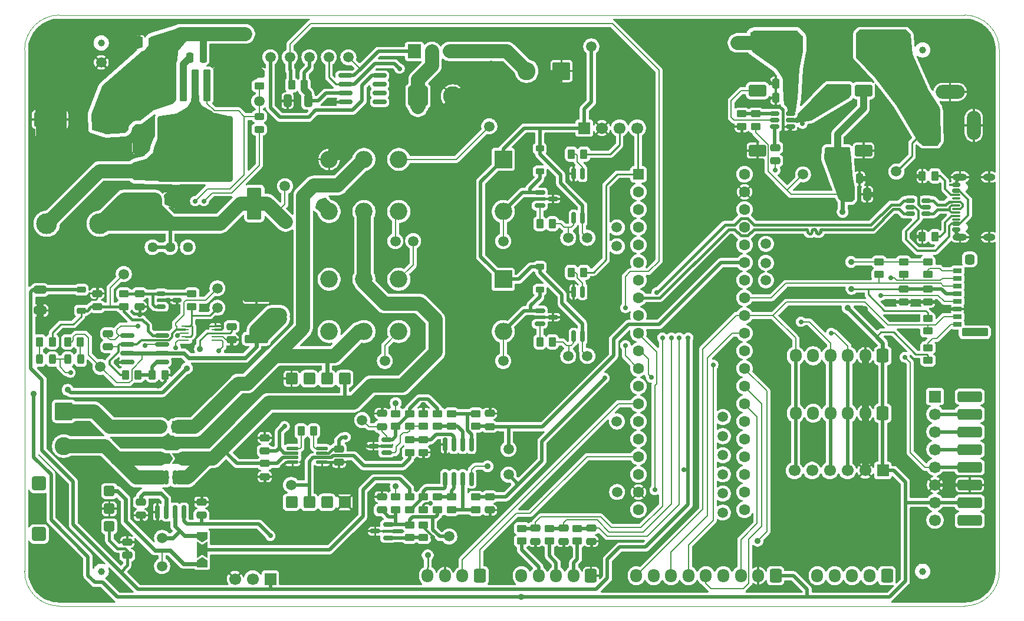
<source format=gbr>
%TF.GenerationSoftware,KiCad,Pcbnew,9.0.5*%
%TF.CreationDate,2025-12-08T19:50:26+01:00*%
%TF.ProjectId,inz,696e7a2e-6b69-4636-9164-5f7063625858,rev?*%
%TF.SameCoordinates,Original*%
%TF.FileFunction,Copper,L1,Top*%
%TF.FilePolarity,Positive*%
%FSLAX46Y46*%
G04 Gerber Fmt 4.6, Leading zero omitted, Abs format (unit mm)*
G04 Created by KiCad (PCBNEW 9.0.5) date 2025-12-08 19:50:26*
%MOMM*%
%LPD*%
G01*
G04 APERTURE LIST*
G04 Aperture macros list*
%AMRoundRect*
0 Rectangle with rounded corners*
0 $1 Rounding radius*
0 $2 $3 $4 $5 $6 $7 $8 $9 X,Y pos of 4 corners*
0 Add a 4 corners polygon primitive as box body*
4,1,4,$2,$3,$4,$5,$6,$7,$8,$9,$2,$3,0*
0 Add four circle primitives for the rounded corners*
1,1,$1+$1,$2,$3*
1,1,$1+$1,$4,$5*
1,1,$1+$1,$6,$7*
1,1,$1+$1,$8,$9*
0 Add four rect primitives between the rounded corners*
20,1,$1+$1,$2,$3,$4,$5,0*
20,1,$1+$1,$4,$5,$6,$7,0*
20,1,$1+$1,$6,$7,$8,$9,0*
20,1,$1+$1,$8,$9,$2,$3,0*%
%AMFreePoly0*
4,1,9,3.862500,-0.866500,0.737500,-0.866500,0.737500,-0.450000,-0.737500,-0.450000,-0.737500,0.450000,0.737500,0.450000,0.737500,0.866500,3.862500,0.866500,3.862500,-0.866500,3.862500,-0.866500,$1*%
%AMFreePoly1*
4,1,6,1.000000,0.000000,0.500000,-0.750000,-0.500000,-0.750000,-0.500000,0.750000,0.500000,0.750000,1.000000,0.000000,1.000000,0.000000,$1*%
%AMFreePoly2*
4,1,7,0.700000,0.000000,1.200000,-0.750000,-1.200000,-0.750000,-0.700000,0.000000,-1.200000,0.750000,1.200000,0.750000,0.700000,0.000000,0.700000,0.000000,$1*%
%AMFreePoly3*
4,1,6,0.500000,-0.750000,-0.650000,-0.750000,-0.150000,0.000000,-0.650000,0.750000,0.500000,0.750000,0.500000,-0.750000,0.500000,-0.750000,$1*%
G04 Aperture macros list end*
%TA.AperFunction,ComponentPad*%
%ADD10R,1.700000X1.700000*%
%TD*%
%TA.AperFunction,ComponentPad*%
%ADD11C,1.700000*%
%TD*%
%TA.AperFunction,SMDPad,CuDef*%
%ADD12RoundRect,0.250000X0.450000X-0.262500X0.450000X0.262500X-0.450000X0.262500X-0.450000X-0.262500X0*%
%TD*%
%TA.AperFunction,SMDPad,CuDef*%
%ADD13RoundRect,0.250000X0.262500X0.450000X-0.262500X0.450000X-0.262500X-0.450000X0.262500X-0.450000X0*%
%TD*%
%TA.AperFunction,SMDPad,CuDef*%
%ADD14RoundRect,0.250000X0.250000X0.475000X-0.250000X0.475000X-0.250000X-0.475000X0.250000X-0.475000X0*%
%TD*%
%TA.AperFunction,ComponentPad*%
%ADD15C,6.400000*%
%TD*%
%TA.AperFunction,ComponentPad*%
%ADD16RoundRect,0.250000X1.050000X1.050000X-1.050000X1.050000X-1.050000X-1.050000X1.050000X-1.050000X0*%
%TD*%
%TA.AperFunction,ComponentPad*%
%ADD17C,2.600000*%
%TD*%
%TA.AperFunction,ComponentPad*%
%ADD18C,1.500000*%
%TD*%
%TA.AperFunction,ComponentPad*%
%ADD19RoundRect,0.225000X-0.525000X-0.525000X0.525000X-0.525000X0.525000X0.525000X-0.525000X0.525000X0*%
%TD*%
%TA.AperFunction,ComponentPad*%
%ADD20RoundRect,0.300000X-0.700000X-0.700000X0.700000X-0.700000X0.700000X0.700000X-0.700000X0.700000X0*%
%TD*%
%TA.AperFunction,SMDPad,CuDef*%
%ADD21C,1.000000*%
%TD*%
%TA.AperFunction,ComponentPad*%
%ADD22RoundRect,0.250000X-0.550000X-0.550000X0.550000X-0.550000X0.550000X0.550000X-0.550000X0.550000X0*%
%TD*%
%TA.AperFunction,ComponentPad*%
%ADD23C,1.600000*%
%TD*%
%TA.AperFunction,SMDPad,CuDef*%
%ADD24RoundRect,0.250000X-0.450000X0.262500X-0.450000X-0.262500X0.450000X-0.262500X0.450000X0.262500X0*%
%TD*%
%TA.AperFunction,ComponentPad*%
%ADD25C,3.000000*%
%TD*%
%TA.AperFunction,SMDPad,CuDef*%
%ADD26RoundRect,0.150000X0.512500X0.150000X-0.512500X0.150000X-0.512500X-0.150000X0.512500X-0.150000X0*%
%TD*%
%TA.AperFunction,ComponentPad*%
%ADD27R,2.500000X2.500000*%
%TD*%
%TA.AperFunction,ComponentPad*%
%ADD28O,2.500000X2.500000*%
%TD*%
%TA.AperFunction,ComponentPad*%
%ADD29RoundRect,0.250000X0.600000X0.725000X-0.600000X0.725000X-0.600000X-0.725000X0.600000X-0.725000X0*%
%TD*%
%TA.AperFunction,ComponentPad*%
%ADD30O,1.700000X1.950000*%
%TD*%
%TA.AperFunction,SMDPad,CuDef*%
%ADD31RoundRect,0.243750X-0.456250X0.243750X-0.456250X-0.243750X0.456250X-0.243750X0.456250X0.243750X0*%
%TD*%
%TA.AperFunction,ComponentPad*%
%ADD32R,1.905000X2.000000*%
%TD*%
%TA.AperFunction,ComponentPad*%
%ADD33O,1.905000X2.000000*%
%TD*%
%TA.AperFunction,SMDPad,CuDef*%
%ADD34RoundRect,0.250000X-0.325000X-0.650000X0.325000X-0.650000X0.325000X0.650000X-0.325000X0.650000X0*%
%TD*%
%TA.AperFunction,SMDPad,CuDef*%
%ADD35RoundRect,0.250000X-0.475000X0.250000X-0.475000X-0.250000X0.475000X-0.250000X0.475000X0.250000X0*%
%TD*%
%TA.AperFunction,SMDPad,CuDef*%
%ADD36RoundRect,0.225000X-0.375000X0.225000X-0.375000X-0.225000X0.375000X-0.225000X0.375000X0.225000X0*%
%TD*%
%TA.AperFunction,SMDPad,CuDef*%
%ADD37RoundRect,0.250000X0.650000X-1.000000X0.650000X1.000000X-0.650000X1.000000X-0.650000X-1.000000X0*%
%TD*%
%TA.AperFunction,ComponentPad*%
%ADD38RoundRect,0.250000X-1.050000X1.050000X-1.050000X-1.050000X1.050000X-1.050000X1.050000X1.050000X0*%
%TD*%
%TA.AperFunction,SMDPad,CuDef*%
%ADD39RoundRect,0.250000X-0.250000X-0.475000X0.250000X-0.475000X0.250000X0.475000X-0.250000X0.475000X0*%
%TD*%
%TA.AperFunction,ComponentPad*%
%ADD40RoundRect,0.250000X0.600000X-0.600000X0.600000X0.600000X-0.600000X0.600000X-0.600000X-0.600000X0*%
%TD*%
%TA.AperFunction,SMDPad,CuDef*%
%ADD41RoundRect,0.150000X0.587500X0.150000X-0.587500X0.150000X-0.587500X-0.150000X0.587500X-0.150000X0*%
%TD*%
%TA.AperFunction,SMDPad,CuDef*%
%ADD42RoundRect,0.250000X-0.300000X2.050000X-0.300000X-2.050000X0.300000X-2.050000X0.300000X2.050000X0*%
%TD*%
%TA.AperFunction,SMDPad,CuDef*%
%ADD43RoundRect,0.250002X-5.149998X4.449998X-5.149998X-4.449998X5.149998X-4.449998X5.149998X4.449998X0*%
%TD*%
%TA.AperFunction,SMDPad,CuDef*%
%ADD44RoundRect,0.250001X2.049999X0.799999X-2.049999X0.799999X-2.049999X-0.799999X2.049999X-0.799999X0*%
%TD*%
%TA.AperFunction,SMDPad,CuDef*%
%ADD45RoundRect,0.250000X-1.425000X0.362500X-1.425000X-0.362500X1.425000X-0.362500X1.425000X0.362500X0*%
%TD*%
%TA.AperFunction,SMDPad,CuDef*%
%ADD46RoundRect,0.250000X-0.262500X-0.450000X0.262500X-0.450000X0.262500X0.450000X-0.262500X0.450000X0*%
%TD*%
%TA.AperFunction,SMDPad,CuDef*%
%ADD47RoundRect,0.150000X-0.825000X-0.150000X0.825000X-0.150000X0.825000X0.150000X-0.825000X0.150000X0*%
%TD*%
%TA.AperFunction,ComponentPad*%
%ADD48RoundRect,0.500000X0.500000X0.900000X-0.500000X0.900000X-0.500000X-0.900000X0.500000X-0.900000X0*%
%TD*%
%TA.AperFunction,SMDPad,CuDef*%
%ADD49RoundRect,0.150000X0.425000X-0.150000X0.425000X0.150000X-0.425000X0.150000X-0.425000X-0.150000X0*%
%TD*%
%TA.AperFunction,SMDPad,CuDef*%
%ADD50RoundRect,0.075000X0.500000X-0.075000X0.500000X0.075000X-0.500000X0.075000X-0.500000X-0.075000X0*%
%TD*%
%TA.AperFunction,HeatsinkPad*%
%ADD51O,2.100000X1.000000*%
%TD*%
%TA.AperFunction,HeatsinkPad*%
%ADD52O,1.800000X1.000000*%
%TD*%
%TA.AperFunction,SMDPad,CuDef*%
%ADD53RoundRect,0.125000X-0.687500X-0.125000X0.687500X-0.125000X0.687500X0.125000X-0.687500X0.125000X0*%
%TD*%
%TA.AperFunction,SMDPad,CuDef*%
%ADD54RoundRect,0.150000X-0.512500X-0.150000X0.512500X-0.150000X0.512500X0.150000X-0.512500X0.150000X0*%
%TD*%
%TA.AperFunction,SMDPad,CuDef*%
%ADD55RoundRect,0.150000X-0.150000X0.662500X-0.150000X-0.662500X0.150000X-0.662500X0.150000X0.662500X0*%
%TD*%
%TA.AperFunction,SMDPad,CuDef*%
%ADD56RoundRect,0.250000X-0.650000X0.325000X-0.650000X-0.325000X0.650000X-0.325000X0.650000X0.325000X0*%
%TD*%
%TA.AperFunction,SMDPad,CuDef*%
%ADD57RoundRect,0.225000X0.425000X0.225000X-0.425000X0.225000X-0.425000X-0.225000X0.425000X-0.225000X0*%
%TD*%
%TA.AperFunction,SMDPad,CuDef*%
%ADD58FreePoly0,180.000000*%
%TD*%
%TA.AperFunction,SMDPad,CuDef*%
%ADD59RoundRect,0.150000X-0.587500X-0.150000X0.587500X-0.150000X0.587500X0.150000X-0.587500X0.150000X0*%
%TD*%
%TA.AperFunction,SMDPad,CuDef*%
%ADD60RoundRect,0.250000X0.475000X-0.250000X0.475000X0.250000X-0.475000X0.250000X-0.475000X-0.250000X0*%
%TD*%
%TA.AperFunction,SMDPad,CuDef*%
%ADD61RoundRect,0.250000X0.325000X0.650000X-0.325000X0.650000X-0.325000X-0.650000X0.325000X-0.650000X0*%
%TD*%
%TA.AperFunction,SMDPad,CuDef*%
%ADD62RoundRect,0.049000X0.551000X-0.301000X0.551000X0.301000X-0.551000X0.301000X-0.551000X-0.301000X0*%
%TD*%
%TA.AperFunction,SMDPad,CuDef*%
%ADD63RoundRect,0.300000X1.600000X-0.300000X1.600000X0.300000X-1.600000X0.300000X-1.600000X-0.300000X0*%
%TD*%
%TA.AperFunction,SMDPad,CuDef*%
%ADD64RoundRect,0.350000X0.350000X-0.375000X0.350000X0.375000X-0.350000X0.375000X-0.350000X-0.375000X0*%
%TD*%
%TA.AperFunction,SMDPad,CuDef*%
%ADD65R,1.100000X0.250000*%
%TD*%
%TA.AperFunction,SMDPad,CuDef*%
%ADD66RoundRect,0.255000X-1.545000X0.595000X-1.545000X-0.595000X1.545000X-0.595000X1.545000X0.595000X0*%
%TD*%
%TA.AperFunction,SMDPad,CuDef*%
%ADD67RoundRect,0.243750X0.243750X0.456250X-0.243750X0.456250X-0.243750X-0.456250X0.243750X-0.456250X0*%
%TD*%
%TA.AperFunction,ComponentPad*%
%ADD68R,2.000000X4.600000*%
%TD*%
%TA.AperFunction,ComponentPad*%
%ADD69O,2.000000X4.200000*%
%TD*%
%TA.AperFunction,ComponentPad*%
%ADD70O,4.200000X2.000000*%
%TD*%
%TA.AperFunction,SMDPad,CuDef*%
%ADD71RoundRect,0.250001X-0.799999X2.049999X-0.799999X-2.049999X0.799999X-2.049999X0.799999X2.049999X0*%
%TD*%
%TA.AperFunction,ComponentPad*%
%ADD72RoundRect,0.250001X-1.149999X-1.149999X1.149999X-1.149999X1.149999X1.149999X-1.149999X1.149999X0*%
%TD*%
%TA.AperFunction,ComponentPad*%
%ADD73C,2.800000*%
%TD*%
%TA.AperFunction,ComponentPad*%
%ADD74RoundRect,0.255000X-0.995000X-0.595000X0.995000X-0.595000X0.995000X0.595000X-0.995000X0.595000X0*%
%TD*%
%TA.AperFunction,ComponentPad*%
%ADD75C,1.440000*%
%TD*%
%TA.AperFunction,SMDPad,CuDef*%
%ADD76FreePoly1,270.000000*%
%TD*%
%TA.AperFunction,SMDPad,CuDef*%
%ADD77FreePoly2,270.000000*%
%TD*%
%TA.AperFunction,SMDPad,CuDef*%
%ADD78FreePoly1,90.000000*%
%TD*%
%TA.AperFunction,SMDPad,CuDef*%
%ADD79RoundRect,0.150000X-0.150000X0.825000X-0.150000X-0.825000X0.150000X-0.825000X0.150000X0.825000X0*%
%TD*%
%TA.AperFunction,SMDPad,CuDef*%
%ADD80RoundRect,0.250000X-1.500000X-0.500000X1.500000X-0.500000X1.500000X0.500000X-1.500000X0.500000X0*%
%TD*%
%TA.AperFunction,SMDPad,CuDef*%
%ADD81FreePoly1,0.000000*%
%TD*%
%TA.AperFunction,SMDPad,CuDef*%
%ADD82FreePoly3,0.000000*%
%TD*%
%TA.AperFunction,ViaPad*%
%ADD83C,0.900000*%
%TD*%
%TA.AperFunction,ViaPad*%
%ADD84C,0.700000*%
%TD*%
%TA.AperFunction,Conductor*%
%ADD85C,0.500000*%
%TD*%
%TA.AperFunction,Conductor*%
%ADD86C,1.000000*%
%TD*%
%TA.AperFunction,Conductor*%
%ADD87C,0.800000*%
%TD*%
%TA.AperFunction,Conductor*%
%ADD88C,2.000000*%
%TD*%
%TA.AperFunction,Conductor*%
%ADD89C,0.200000*%
%TD*%
%TA.AperFunction,Conductor*%
%ADD90C,0.400000*%
%TD*%
%TA.AperFunction,Conductor*%
%ADD91C,0.300000*%
%TD*%
%TA.AperFunction,Conductor*%
%ADD92C,0.250000*%
%TD*%
%TA.AperFunction,Conductor*%
%ADD93C,0.600000*%
%TD*%
%TA.AperFunction,Conductor*%
%ADD94C,0.438400*%
%TD*%
%TA.AperFunction,Profile*%
%ADD95C,0.050000*%
%TD*%
G04 APERTURE END LIST*
D10*
%TO.P,J203,1,Pin_1*%
%TO.N,+3V3*%
X176268080Y-88500000D03*
D11*
%TO.P,J203,2,Pin_2*%
%TO.N,GND*%
X173728080Y-88500000D03*
%TO.P,J203,3,Pin_3*%
%TO.N,/SPI_SCK*%
X171188080Y-88500000D03*
%TO.P,J203,4,Pin_4*%
%TO.N,/SPI_MOSI*%
X168648080Y-88500000D03*
%TO.P,J203,5,Pin_5*%
%TO.N,/BMP3_CS*%
X166108080Y-88500000D03*
%TO.P,J203,6,Pin_6*%
%TO.N,/SPI_MISO*%
X163568080Y-88500000D03*
%TD*%
D12*
%TO.P,R212,1*%
%TO.N,/Sensors1/Current_offset_1V5*%
X112297762Y-94151717D03*
%TO.P,R212,2*%
%TO.N,/Sensors1/Current_opamp_V-*%
X112297762Y-92326717D03*
%TD*%
D13*
%TO.P,R607,1*%
%TO.N,/XL4015/XL4015_ChrgFull_LED*%
X61000000Y-70000000D03*
%TO.P,R607,2*%
%TO.N,/XL4015/OUT-*%
X59175000Y-70000000D03*
%TD*%
D14*
%TO.P,C402,1*%
%TO.N,+5V*%
X162806319Y-34865093D03*
%TO.P,C402,2*%
%TO.N,GND*%
X160906319Y-34865093D03*
%TD*%
D10*
%TO.P,J501,1,Pin_1*%
%TO.N,+5V*%
X133380000Y-39250000D03*
D11*
%TO.P,J501,2,Pin_2*%
%TO.N,GND*%
X135920000Y-39250000D03*
%TO.P,J501,3,Pin_3*%
%TO.N,/R1_IN2*%
X138460000Y-39250000D03*
%TO.P,J501,4,Pin_4*%
%TO.N,/R1_IN1*%
X141000000Y-39250000D03*
%TD*%
D12*
%TO.P,R407,1*%
%TO.N,/Connectors/enc_S1_in*%
X132378662Y-98654732D03*
%TO.P,R407,2*%
%TO.N,/enc_S1*%
X132378662Y-96829732D03*
%TD*%
%TO.P,R207,1*%
%TO.N,/Sensors1/ina333_Vout_5V*%
X108297762Y-85901717D03*
%TO.P,R207,2*%
%TO.N,/Sensors1/ina333_opamp_V+*%
X108297762Y-84076717D03*
%TD*%
D15*
%TO.P,H402,1,1*%
%TO.N,GND*%
X188000000Y-28000000D03*
%TD*%
D16*
%TO.P,J302,1,Pin_1*%
%TO.N,GND*%
X130112918Y-31039581D03*
D17*
%TO.P,J302,2,Pin_2*%
%TO.N,/BatteryLoad/active_load_Vin-*%
X125112918Y-31039581D03*
%TD*%
D18*
%TO.P,TP203,1,1*%
%TO.N,/ina333_Vout*%
X122500000Y-85400000D03*
%TD*%
D19*
%TO.P,U204,1,OUT*%
%TO.N,/Sensors1/QNHC3_out*%
X65175000Y-91460000D03*
%TO.P,U204,2,GND*%
%TO.N,GND*%
X65175000Y-94000000D03*
%TO.P,U204,3,Vcc*%
%TO.N,+5V*%
X65175000Y-96540000D03*
D20*
%TO.P,U204,4,NC*%
%TO.N,unconnected-(U204-NC-Pad4)*%
X55075000Y-90350000D03*
%TO.N,unconnected-(U204-NC-Pad4)_1*%
X55075000Y-97650000D03*
%TD*%
D14*
%TO.P,C602,1*%
%TO.N,+5V*%
X71350000Y-26900000D03*
%TO.P,C602,2*%
%TO.N,GND*%
X69450000Y-26900000D03*
%TD*%
D21*
%TO.P,FID404,*%
%TO.N,*%
X64000000Y-103000000D03*
%TD*%
D22*
%TO.P,J102,1,PB12*%
%TO.N,/R1_IN1*%
X141160000Y-45885000D03*
D23*
%TO.P,J102,2,PB13*%
%TO.N,/R1_IN2*%
X141160000Y-48425000D03*
%TO.P,J102,3,PB14*%
%TO.N,/R1_IN3*%
X141160000Y-50965000D03*
%TO.P,J102,4,PB15*%
%TO.N,Net-(J102A-PB15)*%
X141160000Y-53505000D03*
%TO.P,J102,5,PA8*%
%TO.N,/enc_S1*%
X141160000Y-56045000D03*
%TO.P,J102,6,PA9*%
%TO.N,/enc_S2*%
X141160000Y-58585000D03*
%TO.P,J102,7,PA10*%
%TO.N,/enc_KEY*%
X141160000Y-61125000D03*
%TO.P,J102,8,PA11*%
%TO.N,USB_D-*%
X141160000Y-63665000D03*
%TO.P,J102,9,PA12*%
%TO.N,USB_D+*%
X141160000Y-66205000D03*
%TO.P,J102,10,PA15*%
%TO.N,/OLED_TIM2*%
X141160000Y-68745000D03*
%TO.P,J102,11,PB3*%
%TO.N,/BMP2_CS*%
X141160000Y-71285000D03*
%TO.P,J102,12,PB4*%
%TO.N,/TIM3_CH1_PWM*%
X141160000Y-73825000D03*
%TO.P,J102,13,PB5*%
%TO.N,/BMP1_CS*%
X141160000Y-76365000D03*
%TO.P,J102,14,PB6*%
%TO.N,/I2C_SCL*%
X141160000Y-78905000D03*
%TO.P,J102,15,PB7*%
%TO.N,/TIM4_CH2*%
X141160000Y-81445000D03*
%TO.P,J102,16,PB8*%
%TO.N,/BMP3_CS*%
X141160000Y-83985000D03*
%TO.P,J102,17,PB9*%
%TO.N,/I2C_SDA*%
X141160000Y-86525000D03*
%TO.P,J102,18,5V*%
%TO.N,+5V*%
X141160000Y-89065000D03*
%TO.P,J102,19,GND*%
%TO.N,GND*%
X141160000Y-91605000D03*
%TO.P,J102,20,3V3*%
%TO.N,Net-(J102A-3V3)*%
X141160000Y-94145000D03*
%TO.P,J102,21,VB*%
%TO.N,Net-(J102B-VB)*%
X156400000Y-94145000D03*
%TO.P,J102,22,PC13*%
%TO.N,Net-(J102B-PC13)*%
X156400000Y-91605000D03*
%TO.P,J102,23,PC14*%
%TO.N,Net-(J102B-PC14)*%
X156400000Y-89065000D03*
%TO.P,J102,24,PC15*%
%TO.N,Net-(J102B-PC15)*%
X156400000Y-86525000D03*
%TO.P,J102,25,RST*%
%TO.N,Net-(J102B-RST)*%
X156400000Y-83985000D03*
%TO.P,J102,26,PA0*%
%TO.N,Net-(J102B-PA0)*%
X156400000Y-81445000D03*
%TO.P,J102,27,PA1*%
%TO.N,/OLED_CS*%
X156400000Y-78905000D03*
%TO.P,J102,28,PA2*%
%TO.N,/OLED_DC*%
X156400000Y-76365000D03*
%TO.P,J102,29,PA3*%
%TO.N,/OLED_RST*%
X156400000Y-73825000D03*
%TO.P,J102,30,PA4*%
%TO.N,/SD_CS*%
X156400000Y-71285000D03*
%TO.P,J102,31,PA5*%
%TO.N,/SPI_SCK*%
X156400000Y-68745000D03*
%TO.P,J102,32,PA6*%
%TO.N,/SPI_MISO*%
X156400000Y-66205000D03*
%TO.P,J102,33,PA7*%
%TO.N,/SPI_MOSI*%
X156400000Y-63665000D03*
%TO.P,J102,34,PB0*%
%TO.N,/QNH_Vout*%
X156400000Y-61125000D03*
%TO.P,J102,35,PB1*%
%TO.N,/ina333_Vout*%
X156400000Y-58585000D03*
%TO.P,J102,36,PB2*%
%TO.N,Net-(J102B-PB2)*%
X156400000Y-56045000D03*
%TO.P,J102,37,PB10*%
%TO.N,Net-(J102B-PB10)*%
X156400000Y-53505000D03*
%TO.P,J102,38,3V3*%
%TO.N,Net-(J102B-3V3)*%
X156400000Y-50965000D03*
%TO.P,J102,39,GND*%
%TO.N,GND*%
X156400000Y-48425000D03*
%TO.P,J102,40,5V*%
%TO.N,+5V*%
X156400000Y-45885000D03*
%TD*%
D24*
%TO.P,R208,1*%
%TO.N,GND*%
X110297762Y-80326717D03*
%TO.P,R208,2*%
%TO.N,Net-(U203-REF)*%
X110297762Y-82151717D03*
%TD*%
D25*
%TO.P,L601,1*%
%TO.N,/XL4015/XL4015_SW*%
X56190000Y-53000000D03*
%TO.P,L601,2*%
%TO.N,/XL4015/OUT+*%
X63810000Y-53000000D03*
%TD*%
D13*
%TO.P,R501,1*%
%TO.N,/R1_IN1*%
X133325000Y-60000000D03*
%TO.P,R501,2*%
%TO.N,/Relays/K1_opto_in*%
X131500000Y-60000000D03*
%TD*%
D18*
%TO.P,TP602,1,1*%
%TO.N,/XL4015/OUT+*%
X90400000Y-47600000D03*
%TD*%
D24*
%TO.P,R217,1*%
%TO.N,/Sensors1/Current_opamp_V+*%
X110297762Y-92326717D03*
%TO.P,R217,2*%
%TO.N,GND*%
X110297762Y-94151717D03*
%TD*%
D26*
%TO.P,U401,1,I/O1*%
%TO.N,/Connectors/USBD-*%
X182494307Y-51580275D03*
%TO.P,U401,2,GND*%
%TO.N,GND*%
X182494307Y-50630275D03*
%TO.P,U401,3,I/O2*%
%TO.N,/Connectors/USBD+*%
X182494307Y-49680275D03*
%TO.P,U401,4,I/O2*%
%TO.N,USB_D+*%
X180219307Y-49680275D03*
%TO.P,U401,5,VBUS*%
%TO.N,Net-(U401-VBUS)*%
X180219307Y-50630275D03*
%TO.P,U401,6,I/O1*%
%TO.N,USB_D-*%
X180219307Y-51580275D03*
%TD*%
D27*
%TO.P,RL102,1*%
%TO.N,+5V*%
X121750000Y-43750000D03*
D28*
%TO.P,RL102,2*%
%TO.N,Net-(RL102-Pad2)*%
X106750000Y-43750000D03*
%TO.P,RL102,3*%
%TO.N,/ina333_Vin-*%
X101750000Y-43750000D03*
%TO.P,RL102,4*%
%TO.N,GND*%
X96750000Y-43750000D03*
%TO.P,RL102,5*%
%TO.N,/BatteryLoad/Bat_load+*%
X96750000Y-51250000D03*
%TO.P,RL102,6*%
%TO.N,/Current_sensor_in-*%
X101750000Y-51250000D03*
%TO.P,RL102,7*%
%TO.N,Net-(RL102-Pad7)*%
X106750000Y-51250000D03*
%TO.P,RL102,8*%
%TO.N,/R2_COIL-*%
X121750000Y-51250000D03*
%TD*%
D29*
%TO.P,J407,1,Pin_1*%
%TO.N,GND*%
X134346541Y-103638758D03*
D30*
%TO.P,J407,2,Pin_2*%
%TO.N,/Connectors/enc_S1_in*%
X131846541Y-103638758D03*
%TO.P,J407,3,Pin_3*%
%TO.N,/Connectors/enc_S2_in*%
X129346541Y-103638758D03*
%TO.P,J407,4,Pin_4*%
%TO.N,/Connectors/enc_key_in*%
X126846541Y-103638758D03*
%TO.P,J407,5,Pin_5*%
%TO.N,+3V3*%
X124346541Y-103638758D03*
%TD*%
D18*
%TO.P,TP112,1,1*%
%TO.N,Net-(J102B-RST)*%
X153293930Y-83561076D03*
%TD*%
D31*
%TO.P,D602,1,K*%
%TO.N,/XL4015/XL4015_FB*%
X86700000Y-37562500D03*
%TO.P,D602,2,A*%
%TO.N,/XL4015/XL4015_ConstFlow_LED*%
X86700000Y-39437500D03*
%TD*%
D18*
%TO.P,TP103,1,1*%
%TO.N,Net-(RL102-Pad7)*%
X106250000Y-55500000D03*
%TD*%
D12*
%TO.P,R603,1*%
%TO.N,/XL4015/XL4015_5V*%
X67255000Y-64912500D03*
%TO.P,R603,2*%
%TO.N,/XL4015/XL4015_2V495*%
X67255000Y-63087500D03*
%TD*%
D15*
%TO.P,H401,1,1*%
%TO.N,GND*%
X58000000Y-28000000D03*
%TD*%
D32*
%TO.P,Q301,1,G*%
%TO.N,/BatteryLoad/active_load_Vout*%
X108972918Y-28212081D03*
D33*
%TO.P,Q301,2,D*%
%TO.N,/BatteryLoad/Bat_load+*%
X111512918Y-28212081D03*
%TO.P,Q301,3,S*%
%TO.N,/BatteryLoad/active_load_Vin-*%
X114052918Y-28212081D03*
%TD*%
D18*
%TO.P,TP505,1,1*%
%TO.N,/Relays/K2_opto_out*%
X131082282Y-55034255D03*
%TD*%
D13*
%TO.P,R401,1*%
%TO.N,/Connectors/USBCC1*%
X183744307Y-54880275D03*
%TO.P,R401,2*%
%TO.N,GND*%
X181919307Y-54880275D03*
%TD*%
D34*
%TO.P,C410,1*%
%TO.N,+3V3*%
X171053813Y-48773171D03*
%TO.P,C410,2*%
%TO.N,GND*%
X174003813Y-48773171D03*
%TD*%
D35*
%TO.P,C607,1*%
%TO.N,/XL4015/XL4015_ConstFlow_LED*%
X65000000Y-68800000D03*
%TO.P,C607,2*%
%TO.N,/XL4015/RVW*%
X65000000Y-70700000D03*
%TD*%
%TO.P,C203,1*%
%TO.N,GND*%
X104297762Y-80289217D03*
%TO.P,C203,2*%
%TO.N,/Sensors1/ina333_offset_2V48*%
X104297762Y-82189217D03*
%TD*%
D36*
%TO.P,D502,1,K*%
%TO.N,+5V*%
X127000000Y-42200000D03*
%TO.P,D502,2,A*%
%TO.N,/R2_COIL-*%
X127000000Y-45500000D03*
%TD*%
D24*
%TO.P,R410,1*%
%TO.N,+3V3*%
X175724832Y-58493946D03*
%TO.P,R410,2*%
%TO.N,/SPI_MOSI*%
X175724832Y-60318946D03*
%TD*%
D18*
%TO.P,TP206,1,1*%
%TO.N,/Sensors1/Current_offset_1V5*%
X114000000Y-98000000D03*
%TD*%
D24*
%TO.P,R215,1*%
%TO.N,/Sensors1/Current_sensor_out*%
X108297762Y-92326717D03*
%TO.P,R215,2*%
%TO.N,/Sensors1/Current_opamp_V+*%
X108297762Y-94151717D03*
%TD*%
D37*
%TO.P,D601,1,K*%
%TO.N,/XL4015/XL4015_SW*%
X69630000Y-45425000D03*
%TO.P,D601,2,A*%
%TO.N,GND*%
X69630000Y-41425000D03*
%TD*%
D12*
%TO.P,R210,1*%
%TO.N,/Sensors1/Current_Vout*%
X114297762Y-94151717D03*
%TO.P,R210,2*%
%TO.N,/Sensors1/Current_opamp_V-*%
X114297762Y-92326717D03*
%TD*%
D24*
%TO.P,R404,1*%
%TO.N,/Connectors/SMPS_FB*%
X156000000Y-37200000D03*
%TO.P,R404,2*%
%TO.N,GND*%
X156000000Y-39025000D03*
%TD*%
D38*
%TO.P,J101,1,Pin_1*%
%TO.N,/BAT_Vin-*%
X58640925Y-79979129D03*
D17*
%TO.P,J101,2,Pin_2*%
%TO.N,/BAT_Vin+*%
X58640925Y-84979129D03*
%TD*%
D12*
%TO.P,R601,1*%
%TO.N,/XL4015/XL4015_FB*%
X86700000Y-33200000D03*
%TO.P,R601,2*%
%TO.N,GND*%
X86700000Y-31375000D03*
%TD*%
D13*
%TO.P,R504,1*%
%TO.N,/Relays/K2_opto_out*%
X128825000Y-53000000D03*
%TO.P,R504,2*%
%TO.N,/Relays/K2_Q_B*%
X127000000Y-53000000D03*
%TD*%
D39*
%TO.P,C604,1*%
%TO.N,/XL4015/OUT+*%
X71705000Y-49500000D03*
%TO.P,C604,2*%
%TO.N,GND*%
X73605000Y-49500000D03*
%TD*%
D24*
%TO.P,R604,1*%
%TO.N,/XL4015/XL4015_2V495*%
X77005000Y-63087500D03*
%TO.P,R604,2*%
%TO.N,/XL4015/RVH*%
X77005000Y-64912500D03*
%TD*%
D13*
%TO.P,R602,1*%
%TO.N,/XL4015/XL4015_5V*%
X57000000Y-70000000D03*
%TO.P,R602,2*%
%TO.N,/XL4015/XL4015_Chrg_LED*%
X55175000Y-70000000D03*
%TD*%
D40*
%TO.P,J201,1,Vref*%
%TO.N,unconnected-(J201A-Vref-Pad1)*%
X91350000Y-93070000D03*
%TO.P,J201,2,Vout*%
%TO.N,/Sensors1/ina333_Vout_5V*%
X93890000Y-93070000D03*
%TO.P,J201,3,3V3*%
%TO.N,+5V*%
X96430000Y-93070000D03*
%TO.P,J201,4,GND*%
%TO.N,GND*%
X98970000Y-93070000D03*
%TO.P,J201,5,GND*%
X91350000Y-75290000D03*
%TO.P,J201,6,VCC*%
%TO.N,unconnected-(J201B-VCC-Pad6)*%
X93890000Y-75290000D03*
%TO.P,J201,7,Vin-*%
%TO.N,/ina333_Vin-*%
X96430000Y-75290000D03*
%TO.P,J201,8,Vin+*%
%TO.N,/Current_sensor_in-*%
X98970000Y-75290000D03*
%TD*%
D41*
%TO.P,U203,1,REF*%
%TO.N,Net-(U203-REF)*%
X104985262Y-85939217D03*
%TO.P,U203,2,OUT*%
%TO.N,/Sensors1/ina333_offset_2V48*%
X104985262Y-84039217D03*
%TO.P,U203,3,GND*%
%TO.N,GND*%
X103110262Y-84989217D03*
%TD*%
D42*
%TO.P,U601,1,GND*%
%TO.N,GND*%
X80900000Y-33100000D03*
%TO.P,U601,2,FB*%
%TO.N,/XL4015/XL4015_FB*%
X79200000Y-33100000D03*
%TO.P,U601,3,SW*%
%TO.N,/XL4015/XL4015_SW*%
X77500000Y-33100000D03*
D43*
X77500000Y-42250000D03*
D42*
%TO.P,U601,4,VC*%
%TO.N,/XL4015/XL4015_VC*%
X75800000Y-33100000D03*
%TO.P,U601,5,VIN*%
%TO.N,+5V*%
X74100000Y-33100000D03*
%TD*%
D14*
%TO.P,C603,1*%
%TO.N,+5V*%
X78650000Y-29100000D03*
%TO.P,C603,2*%
%TO.N,/XL4015/XL4015_VC*%
X76750000Y-29100000D03*
%TD*%
D29*
%TO.P,J401,1,Pin_1*%
%TO.N,/I2C_SDA*%
X118379605Y-103638758D03*
D30*
%TO.P,J401,2,Pin_2*%
%TO.N,/I2C_SCL*%
X115879605Y-103638758D03*
%TO.P,J401,3,Pin_3*%
%TO.N,GND*%
X113379605Y-103638758D03*
%TO.P,J401,4,Pin_4*%
%TO.N,+3V3*%
X110879605Y-103638758D03*
%TD*%
D18*
%TO.P,TP111,1,1*%
%TO.N,Net-(J102B-PA0)*%
X153293930Y-80811076D03*
%TD*%
%TO.P,TP601,1,1*%
%TO.N,+5V*%
X88300000Y-29062747D03*
%TD*%
D24*
%TO.P,R408,1*%
%TO.N,+3V3*%
X182724832Y-58493946D03*
%TO.P,R408,2*%
%TO.N,Net-(J412-DAT2)*%
X182724832Y-60318946D03*
%TD*%
D18*
%TO.P,TP113,1,1*%
%TO.N,Net-(J102B-PC15)*%
X153293930Y-86311076D03*
%TD*%
%TO.P,TP204,1,1*%
%TO.N,/Sensors1/QNHC3_out*%
X72750000Y-102250000D03*
%TD*%
%TO.P,TP302,1,1*%
%TO.N,/BatteryLoad/active_load_Vin+*%
X93903874Y-29062747D03*
%TD*%
D44*
%TO.P,C601,1*%
%TO.N,+5V*%
X65455591Y-38027795D03*
%TO.P,C601,2*%
%TO.N,GND*%
X56655591Y-38027795D03*
%TD*%
D35*
%TO.P,C606,1*%
%TO.N,+3V3*%
X82750000Y-67800000D03*
%TO.P,C606,2*%
%TO.N,GND*%
X82750000Y-69700000D03*
%TD*%
D18*
%TO.P,TP502,1,1*%
%TO.N,/Relays/K1_opto_out*%
X131082282Y-72034255D03*
%TD*%
D26*
%TO.P,U402,1,GND*%
%TO.N,GND*%
X162993819Y-39065093D03*
%TO.P,U402,2,SW*%
%TO.N,/Connectors/SMPS_SW*%
X162993819Y-38115093D03*
%TO.P,U402,3,VIN*%
%TO.N,+5V*%
X162993819Y-37165093D03*
%TO.P,U402,4,FB*%
%TO.N,/Connectors/SMPS_FB*%
X160718819Y-37165093D03*
%TO.P,U402,5,EN*%
%TO.N,+5V*%
X160718819Y-38115093D03*
%TO.P,U402,6,CB*%
%TO.N,/Connectors/SMPS_CB*%
X160718819Y-39065093D03*
%TD*%
D45*
%TO.P,R608,1*%
%TO.N,GND*%
X86300000Y-63637500D03*
%TO.P,R608,2*%
%TO.N,/XL4015/OUT-*%
X86300000Y-69562500D03*
%TD*%
D24*
%TO.P,R201,1*%
%TO.N,/Sensors1/ina333_Vout_*%
X114297762Y-80326717D03*
%TO.P,R201,2*%
%TO.N,/Sensors1/ina333_opamp_V-*%
X114297762Y-82151717D03*
%TD*%
D46*
%TO.P,R606,1*%
%TO.N,/XL4015/XL4015_LMB+*%
X71337500Y-74750000D03*
%TO.P,R606,2*%
%TO.N,GND*%
X73162500Y-74750000D03*
%TD*%
D21*
%TO.P,FID401,*%
%TO.N,*%
X64000000Y-27000000D03*
%TD*%
D35*
%TO.P,C409,1*%
%TO.N,+3V3*%
X182724832Y-62368946D03*
%TO.P,C409,2*%
%TO.N,GND*%
X182724832Y-64268946D03*
%TD*%
D47*
%TO.P,U603,1*%
%TO.N,/XL4015/XL4015_ConstFlow_LED*%
X67775000Y-69095000D03*
%TO.P,U603,2,-*%
%TO.N,/XL4015/RVW*%
X67775000Y-70365000D03*
%TO.P,U603,3,+*%
%TO.N,/XL4015/OUT-*%
X67775000Y-71635000D03*
%TO.P,U603,4,V-*%
%TO.N,GND*%
X67775000Y-72905000D03*
%TO.P,U603,5,+*%
%TO.N,/XL4015/XL4015_LMB+*%
X72725000Y-72905000D03*
%TO.P,U603,6,-*%
%TO.N,/XL4015/OUT-*%
X72725000Y-71635000D03*
%TO.P,U603,7*%
%TO.N,/XL4015/XL4015_LMB_out*%
X72725000Y-70365000D03*
%TO.P,U603,8,V+*%
%TO.N,/XL4015/XL4015_5V*%
X72725000Y-69095000D03*
%TD*%
D13*
%TO.P,R503,1*%
%TO.N,/R1_IN2*%
X133325000Y-43000000D03*
%TO.P,R503,2*%
%TO.N,/Relays/K2_opto_in*%
X131500000Y-43000000D03*
%TD*%
D35*
%TO.P,C408,1*%
%TO.N,+3V3*%
X179224832Y-62368946D03*
%TO.P,C408,2*%
%TO.N,GND*%
X179224832Y-64268946D03*
%TD*%
D48*
%TO.P,F401,1*%
%TO.N,Net-(F401-Pad1)*%
X178740000Y-27000000D03*
X173870000Y-26987500D03*
%TO.P,F401,2*%
%TO.N,+5V*%
X163500000Y-27000000D03*
X158420000Y-27000000D03*
%TD*%
D18*
%TO.P,TP114,1,1*%
%TO.N,Net-(J102B-PC14)*%
X153293930Y-89061076D03*
%TD*%
D12*
%TO.P,R412,1*%
%TO.N,+3V3*%
X182750000Y-72662500D03*
%TO.P,R412,2*%
%TO.N,Net-(J412-DAT1)*%
X182750000Y-70837500D03*
%TD*%
%TO.P,R406,1*%
%TO.N,/Connectors/enc_S2_in*%
X128378662Y-98654732D03*
%TO.P,R406,2*%
%TO.N,/enc_S2*%
X128378662Y-96829732D03*
%TD*%
D49*
%TO.P,J402,A1,GND*%
%TO.N,GND*%
X186775000Y-53825000D03*
%TO.P,J402,A4,VBUS*%
%TO.N,Net-(U401-VBUS)*%
X186775000Y-53025000D03*
D50*
%TO.P,J402,A5,CC1*%
%TO.N,/Connectors/USBCC1*%
X186775000Y-51875000D03*
%TO.P,J402,A6,D+*%
%TO.N,/Connectors/USBD+*%
X186775000Y-50875000D03*
%TO.P,J402,A7,D-*%
%TO.N,/Connectors/USBD-*%
X186775000Y-50375000D03*
%TO.P,J402,A8,SBU1*%
%TO.N,unconnected-(J402-SBU1-PadA8)*%
X186775000Y-49375000D03*
D49*
%TO.P,J402,A9,VBUS*%
%TO.N,Net-(U401-VBUS)*%
X186775000Y-48225000D03*
%TO.P,J402,A12,GND*%
%TO.N,GND*%
X186775000Y-47425000D03*
%TO.P,J402,B1,GND*%
X186775000Y-47425000D03*
%TO.P,J402,B4,VBUS*%
%TO.N,Net-(U401-VBUS)*%
X186775000Y-48225000D03*
D50*
%TO.P,J402,B5,CC2*%
%TO.N,/Connectors/USBCC2*%
X186775000Y-48875000D03*
%TO.P,J402,B6,D+*%
%TO.N,/Connectors/USBD+*%
X186775000Y-49875000D03*
%TO.P,J402,B7,D-*%
%TO.N,/Connectors/USBD-*%
X186775000Y-51375000D03*
%TO.P,J402,B8,SBU2*%
%TO.N,unconnected-(J402-SBU2-PadB8)*%
X186775000Y-52375000D03*
D49*
%TO.P,J402,B9,VBUS*%
%TO.N,Net-(U401-VBUS)*%
X186775000Y-53025000D03*
%TO.P,J402,B12,GND*%
%TO.N,GND*%
X186775000Y-53825000D03*
D51*
%TO.P,J402,S1,SHIELD*%
X187350000Y-54945000D03*
D52*
X191530000Y-54945000D03*
D51*
X187350000Y-46305000D03*
D52*
X191530000Y-46305000D03*
%TD*%
D18*
%TO.P,TP401,1,1*%
%TO.N,Net-(F401-Pad1)*%
X178200000Y-45500000D03*
%TD*%
%TO.P,TP403,1,1*%
%TO.N,+3V3*%
X164800000Y-45900000D03*
%TD*%
D29*
%TO.P,J404,1,Pin_1*%
%TO.N,+3V3*%
X176250000Y-72000000D03*
D30*
%TO.P,J404,2,Pin_2*%
%TO.N,GND*%
X173750000Y-72000000D03*
%TO.P,J404,3,Pin_3*%
%TO.N,/SPI_SCK*%
X171250000Y-72000000D03*
%TO.P,J404,4,Pin_4*%
%TO.N,/SPI_MOSI*%
X168750000Y-72000000D03*
%TO.P,J404,5,Pin_5*%
%TO.N,/BMP1_CS*%
X166250000Y-72000000D03*
%TO.P,J404,6,Pin_6*%
%TO.N,/SPI_MISO*%
X163750000Y-72000000D03*
%TD*%
D15*
%TO.P,H403,1,1*%
%TO.N,GND*%
X188000000Y-103000000D03*
%TD*%
D24*
%TO.P,R214,1*%
%TO.N,/Sensors1/Current_offset_1V5*%
X108297762Y-96326717D03*
%TO.P,R214,2*%
%TO.N,Net-(U205-REF)*%
X108297762Y-98151717D03*
%TD*%
D53*
%TO.P,U201,1,Rg*%
%TO.N,/Sensors1/ina333_Rg1*%
X91500000Y-85350000D03*
%TO.P,U201,2,-*%
%TO.N,/ina333_Vin-*%
X91500000Y-86000000D03*
%TO.P,U201,3,+*%
%TO.N,/Current_sensor_in-*%
X91500000Y-86650000D03*
%TO.P,U201,4,V-*%
%TO.N,GND*%
X91500000Y-87300000D03*
%TO.P,U201,5,Ref*%
X95725000Y-87300000D03*
%TO.P,U201,6*%
%TO.N,/Sensors1/ina333_Vout_5V*%
X95725000Y-86650000D03*
%TO.P,U201,7,V+*%
%TO.N,+5V*%
X95725000Y-86000000D03*
%TO.P,U201,8,Rg*%
%TO.N,/Sensors1/ina333_Rg2*%
X95725000Y-85350000D03*
%TD*%
D54*
%TO.P,U605,1,K*%
%TO.N,/XL4015/XL4015_2V495*%
X72617500Y-63050000D03*
%TO.P,U605,2,REF*%
X72617500Y-64950000D03*
%TO.P,U605,3,A*%
%TO.N,GND*%
X74892500Y-64000000D03*
%TD*%
D55*
%TO.P,U502,1*%
%TO.N,/Relays/K2_opto_in*%
X133135000Y-45812500D03*
%TO.P,U502,2*%
%TO.N,GND*%
X131865000Y-45812500D03*
%TO.P,U502,3*%
%TO.N,/Relays/K2_opto_out*%
X131865000Y-52187500D03*
%TO.P,U502,4*%
%TO.N,+5V*%
X133135000Y-52187500D03*
%TD*%
D18*
%TO.P,TP115,1,1*%
%TO.N,Net-(J102B-PC13)*%
X153293930Y-91811076D03*
%TD*%
D29*
%TO.P,J409,1,Pin_1*%
%TO.N,unconnected-(J409-Pin_1-Pad1)*%
X176857088Y-103638758D03*
D30*
%TO.P,J409,2,Pin_2*%
%TO.N,unconnected-(J409-Pin_2-Pad2)*%
X174357088Y-103638758D03*
%TO.P,J409,3,Pin_3*%
%TO.N,unconnected-(J409-Pin_3-Pad3)*%
X171857088Y-103638758D03*
%TO.P,J409,4,Pin_4*%
%TO.N,unconnected-(J409-Pin_4-Pad4)*%
X169357088Y-103638758D03*
%TO.P,J409,5,Pin_5*%
%TO.N,unconnected-(J409-Pin_5-Pad5)*%
X166857088Y-103638758D03*
%TD*%
D56*
%TO.P,C608,1*%
%TO.N,+5V*%
X55205000Y-62525000D03*
%TO.P,C608,2*%
%TO.N,GND*%
X55205000Y-65475000D03*
%TD*%
D18*
%TO.P,TP504,1,1*%
%TO.N,+5V*%
X133832282Y-55034255D03*
%TD*%
D57*
%TO.P,U604,1,OUT*%
%TO.N,/XL4015/XL4015_5V*%
X61155000Y-65500000D03*
D58*
%TO.P,U604,2,GND*%
%TO.N,GND*%
X61067500Y-64000000D03*
D57*
%TO.P,U604,3,IN*%
%TO.N,+5V*%
X61155000Y-62500000D03*
%TD*%
D18*
%TO.P,TP110,1,1*%
%TO.N,/TIM4_CH2*%
X138073930Y-81451076D03*
%TD*%
%TO.P,TP205,1,1*%
%TO.N,/Sensors1/ACS712_out*%
X72750000Y-98200000D03*
%TD*%
%TO.P,TP202,1,1*%
%TO.N,/Sensors1/ina333_offset_2V48*%
X101500000Y-81250000D03*
%TD*%
%TO.P,TP301,1,1*%
%TO.N,/TIM3_CH1_PWM*%
X91101937Y-29062747D03*
%TD*%
%TO.P,TP101,1,1*%
%TO.N,Net-(RL101-Pad2)*%
X108815000Y-55500000D03*
%TD*%
%TO.P,TP603,1,1*%
%TO.N,/XL4015/XL4015_FB*%
X86700000Y-35400000D03*
%TD*%
D24*
%TO.P,R411,1*%
%TO.N,+3V3*%
X182724832Y-66618946D03*
%TO.P,R411,2*%
%TO.N,/SPI_MISO*%
X182724832Y-68443946D03*
%TD*%
D35*
%TO.P,C201,1*%
%TO.N,+5V*%
X98135000Y-85405000D03*
%TO.P,C201,2*%
%TO.N,GND*%
X98135000Y-87305000D03*
%TD*%
D12*
%TO.P,R213,1*%
%TO.N,/Sensors1/Current_Vout*%
X117797762Y-94151717D03*
%TO.P,R213,2*%
%TO.N,/QNH_Vout*%
X117797762Y-92326717D03*
%TD*%
D29*
%TO.P,J408,1,Pin_1*%
%TO.N,+3V3*%
X160857088Y-103638758D03*
D30*
%TO.P,J408,2,Pin_2*%
%TO.N,GND*%
X158357088Y-103638758D03*
%TO.P,J408,3,Pin_3*%
%TO.N,/OLED_CS*%
X155857088Y-103638758D03*
%TO.P,J408,4,Pin_4*%
%TO.N,/OLED_RST*%
X153357088Y-103638758D03*
%TO.P,J408,5,Pin_5*%
%TO.N,/OLED_DC*%
X150857088Y-103638758D03*
%TO.P,J408,6,Pin_6*%
%TO.N,/SPI_MOSI*%
X148357088Y-103638758D03*
%TO.P,J408,7,Pin_7*%
%TO.N,/SPI_SCK*%
X145857088Y-103638758D03*
%TO.P,J408,8,Pin_8*%
%TO.N,/OLED_TIM2*%
X143357088Y-103638758D03*
%TO.P,J408,9,Pin_9*%
%TO.N,/SPI_MISO*%
X140857088Y-103638758D03*
%TD*%
D10*
%TO.P,J202,1,Pin_1*%
%TO.N,+5V*%
X88300000Y-104100000D03*
D11*
%TO.P,J202,2,Pin_2*%
%TO.N,/Sensors1/ACS712_out*%
X85760000Y-104100000D03*
%TO.P,J202,3,Pin_3*%
%TO.N,GND*%
X83220000Y-104100000D03*
%TD*%
D35*
%TO.P,C210,1*%
%TO.N,Net-(U206-FILTER)*%
X69700000Y-93050000D03*
%TO.P,C210,2*%
%TO.N,GND*%
X69700000Y-94950000D03*
%TD*%
D18*
%TO.P,TP108,1,1*%
%TO.N,Net-(J102B-PB10)*%
X159473930Y-58641076D03*
%TD*%
D46*
%TO.P,R301,1*%
%TO.N,/TIM3_CH1_PWM*%
X91345247Y-33062747D03*
%TO.P,R301,2*%
%TO.N,/BatteryLoad/active_load_Vin+*%
X93170247Y-33062747D03*
%TD*%
D59*
%TO.P,Q501,1,C*%
%TO.N,/R1_COIL-*%
X127000000Y-65500000D03*
%TO.P,Q501,2,B*%
%TO.N,/Relays/K1_Q_B*%
X127000000Y-67400000D03*
%TO.P,Q501,3,E*%
%TO.N,GND*%
X128875000Y-66450000D03*
%TD*%
D35*
%TO.P,C405,1*%
%TO.N,/enc_S1*%
X134378662Y-96792232D03*
%TO.P,C405,2*%
%TO.N,GND*%
X134378662Y-98692232D03*
%TD*%
D59*
%TO.P,Q502,1,C*%
%TO.N,/R2_COIL-*%
X127000000Y-48500000D03*
%TO.P,Q502,2,B*%
%TO.N,/Relays/K2_Q_B*%
X127000000Y-50400000D03*
%TO.P,Q502,3,E*%
%TO.N,GND*%
X128875000Y-49450000D03*
%TD*%
D47*
%TO.P,U301,1*%
%TO.N,/BatteryLoad/active_load_Vout*%
X99050000Y-31690000D03*
%TO.P,U301,2,-*%
%TO.N,/BatteryLoad/active_load_Vin-*%
X99050000Y-32960000D03*
%TO.P,U301,3,+*%
%TO.N,/BatteryLoad/active_load_Vin+*%
X99050000Y-34230000D03*
%TO.P,U301,4,V-*%
%TO.N,GND*%
X99050000Y-35500000D03*
%TO.P,U301,5,+*%
%TO.N,unconnected-(U301B-+-Pad5)*%
X104000000Y-35500000D03*
%TO.P,U301,6,-*%
%TO.N,unconnected-(U301B---Pad6)*%
X104000000Y-34230000D03*
%TO.P,U301,7*%
%TO.N,unconnected-(U301-Pad7)*%
X104000000Y-32960000D03*
%TO.P,U301,8,V+*%
%TO.N,+5V*%
X104000000Y-31690000D03*
%TD*%
D21*
%TO.P,FID403,*%
%TO.N,*%
X182000000Y-103000000D03*
%TD*%
D35*
%TO.P,C407,1*%
%TO.N,/enc_KEY*%
X126378662Y-96792232D03*
%TO.P,C407,2*%
%TO.N,GND*%
X126378662Y-98692232D03*
%TD*%
D18*
%TO.P,TP201,1,1*%
%TO.N,/Sensors1/ina333_Vout_5V*%
X91275000Y-90575000D03*
%TD*%
%TO.P,TP109,1,1*%
%TO.N,Net-(J102B-PB2)*%
X159473930Y-61141076D03*
%TD*%
%TO.P,TP606,1,1*%
%TO.N,/XL4015/RVW*%
X80700000Y-62300000D03*
%TD*%
D60*
%TO.P,C207,1*%
%TO.N,+5V*%
X78400000Y-94950000D03*
%TO.P,C207,2*%
%TO.N,GND*%
X78400000Y-93050000D03*
%TD*%
D55*
%TO.P,U501,1*%
%TO.N,/Relays/K1_opto_in*%
X133135000Y-62812500D03*
%TO.P,U501,2*%
%TO.N,GND*%
X131865000Y-62812500D03*
%TO.P,U501,3*%
%TO.N,/Relays/K1_opto_out*%
X131865000Y-69187500D03*
%TO.P,U501,4*%
%TO.N,+5V*%
X133135000Y-69187500D03*
%TD*%
D60*
%TO.P,C609,1*%
%TO.N,/XL4015/XL4015_5V*%
X63430000Y-64950000D03*
%TO.P,C609,2*%
%TO.N,GND*%
X63430000Y-63050000D03*
%TD*%
D61*
%TO.P,C301,1*%
%TO.N,/BatteryLoad/active_load_Vin+*%
X93732747Y-35312747D03*
%TO.P,C301,2*%
%TO.N,GND*%
X90782747Y-35312747D03*
%TD*%
D18*
%TO.P,TP303,1,1*%
%TO.N,/BatteryLoad/active_load_Vout*%
X99507747Y-29062747D03*
%TD*%
%TO.P,TP207,1,1*%
%TO.N,/QNH_Vout*%
X122500000Y-89100000D03*
%TD*%
D35*
%TO.P,C406,1*%
%TO.N,/enc_S2*%
X130378662Y-96792232D03*
%TO.P,C406,2*%
%TO.N,GND*%
X130378662Y-98692232D03*
%TD*%
D18*
%TO.P,TP117,1,1*%
%TO.N,Net-(J102B-VB)*%
X153293930Y-94561076D03*
%TD*%
D13*
%TO.P,R502,1*%
%TO.N,/Relays/K1_opto_out*%
X128825000Y-70000000D03*
%TO.P,R502,2*%
%TO.N,/Relays/K1_Q_B*%
X127000000Y-70000000D03*
%TD*%
D62*
%TO.P,J412,1,DAT2*%
%TO.N,Net-(J412-DAT2)*%
X186974832Y-59768946D03*
%TO.P,J412,2,DAT3/CD*%
%TO.N,/SD_CS*%
X186974832Y-60868946D03*
%TO.P,J412,3,CMD*%
%TO.N,/SPI_MOSI*%
X186974832Y-61968946D03*
%TO.P,J412,4,VDD*%
%TO.N,+3V3*%
X186974832Y-63068946D03*
%TO.P,J412,5,CLK*%
%TO.N,/SPI_SCK*%
X186974832Y-64168946D03*
%TO.P,J412,6,VSS*%
%TO.N,GND*%
X186974832Y-65268946D03*
%TO.P,J412,7,DAT0*%
%TO.N,/SPI_MISO*%
X186974832Y-66368946D03*
%TO.P,J412,8,DAT1*%
%TO.N,Net-(J412-DAT1)*%
X186974832Y-67468946D03*
D63*
%TO.P,J412,9,SHIELD*%
%TO.N,unconnected-(J412-SHIELD-Pad9)_1*%
X189474832Y-68618946D03*
D64*
%TO.N,unconnected-(J412-SHIELD-Pad9)*%
X188724832Y-58143946D03*
%TD*%
D65*
%TO.P,U602,1,SDA*%
%TO.N,/I2C_SDA*%
X80400000Y-69750000D03*
%TO.P,U602,2,GND*%
%TO.N,GND*%
X80400000Y-69250000D03*
%TO.P,U602,3,VCC*%
%TO.N,+3V3*%
X80400000Y-68750000D03*
%TO.P,U602,4,A1*%
%TO.N,GND*%
X80400000Y-68250000D03*
%TO.P,U602,5,A0*%
X80400000Y-67750000D03*
%TO.P,U602,6,RH*%
%TO.N,/XL4015/RVH*%
X76100000Y-67750000D03*
%TO.P,U602,7,RW*%
%TO.N,/XL4015/RVW*%
X76100000Y-68250000D03*
%TO.P,U602,8,RL*%
%TO.N,GND*%
X76100000Y-68750000D03*
%TO.P,U602,9,V+*%
%TO.N,/XL4015/RVH*%
X76100000Y-69250000D03*
%TO.P,U602,10,SCL*%
%TO.N,/I2C_SCL*%
X76100000Y-69750000D03*
%TD*%
D18*
%TO.P,TP503,1,1*%
%TO.N,/R1_COIL-*%
X121750000Y-72750000D03*
%TD*%
D66*
%TO.P,L401,1,1*%
%TO.N,/Connectors/SMPS_SW*%
X169743819Y-33865093D03*
%TO.P,L401,2,2*%
%TO.N,+3V3*%
X169743819Y-42865093D03*
%TD*%
D12*
%TO.P,R216,1*%
%TO.N,Net-(U205-REF)*%
X110297762Y-98151717D03*
%TO.P,R216,2*%
%TO.N,GND*%
X110297762Y-96326717D03*
%TD*%
D60*
%TO.P,C202,1*%
%TO.N,/ina333_Vout*%
X119797762Y-82189217D03*
%TO.P,C202,2*%
%TO.N,GND*%
X119797762Y-80289217D03*
%TD*%
D29*
%TO.P,J406,1,Pin_1*%
%TO.N,+3V3*%
X176250000Y-80250000D03*
D30*
%TO.P,J406,2,Pin_2*%
%TO.N,GND*%
X173750000Y-80250000D03*
%TO.P,J406,3,Pin_3*%
%TO.N,/SPI_SCK*%
X171250000Y-80250000D03*
%TO.P,J406,4,Pin_4*%
%TO.N,/SPI_MOSI*%
X168750000Y-80250000D03*
%TO.P,J406,5,Pin_5*%
%TO.N,/BMP2_CS*%
X166250000Y-80250000D03*
%TO.P,J406,6,Pin_6*%
%TO.N,/SPI_MISO*%
X163750000Y-80250000D03*
%TD*%
D18*
%TO.P,TP604,1,1*%
%TO.N,/XL4015/XL4015_5V*%
X67255000Y-60250000D03*
%TD*%
%TO.P,TP104,1,1*%
%TO.N,Net-(RL102-Pad2)*%
X119750000Y-39000000D03*
%TD*%
D24*
%TO.P,R409,1*%
%TO.N,+3V3*%
X179224832Y-58493946D03*
%TO.P,R409,2*%
%TO.N,/SD_CS*%
X179224832Y-60318946D03*
%TD*%
D18*
%TO.P,TP605,1,1*%
%TO.N,/XL4015/RVH*%
X80700000Y-65100000D03*
%TD*%
D67*
%TO.P,D604,1,K*%
%TO.N,/XL4015/XL4015_ChrgFull_LED*%
X61050000Y-72500000D03*
%TO.P,D604,2,A*%
%TO.N,/XL4015/XL4015_LMB_out*%
X59175000Y-72500000D03*
%TD*%
D12*
%TO.P,R206,1*%
%TO.N,Net-(U203-REF)*%
X108297762Y-82151717D03*
%TO.P,R206,2*%
%TO.N,/Sensors1/ina333_offset_2V48*%
X108297762Y-80326717D03*
%TD*%
D68*
%TO.P,J403,1*%
%TO.N,Net-(F401-Pad1)*%
X183025735Y-38854186D03*
D69*
%TO.P,J403,2*%
%TO.N,GND*%
X189325735Y-38854186D03*
D70*
%TO.P,J403,3*%
X185925735Y-34054186D03*
%TD*%
D24*
%TO.P,R211,1*%
%TO.N,+3V3*%
X106297762Y-92326717D03*
%TO.P,R211,2*%
%TO.N,/Sensors1/Current_offset_1V5*%
X106297762Y-94151717D03*
%TD*%
D18*
%TO.P,TP607,1,1*%
%TO.N,GND*%
X64000000Y-29800000D03*
%TD*%
%TO.P,TP501,1,1*%
%TO.N,+5V*%
X133832282Y-72034255D03*
%TD*%
D24*
%TO.P,R203,1*%
%TO.N,/Sensors1/ina333_offset_2V48*%
X112297762Y-80326717D03*
%TO.P,R203,2*%
%TO.N,/Sensors1/ina333_opamp_V-*%
X112297762Y-82151717D03*
%TD*%
D35*
%TO.P,C610,1*%
%TO.N,/XL4015/XL4015_2V495*%
X69505000Y-63050000D03*
%TO.P,C610,2*%
%TO.N,GND*%
X69505000Y-64950000D03*
%TD*%
%TO.P,C204,1*%
%TO.N,/Current_sensor_in-*%
X87500000Y-87500000D03*
%TO.P,C204,2*%
%TO.N,GND*%
X87500000Y-89400000D03*
%TD*%
%TO.P,C205,1*%
%TO.N,GND*%
X87500000Y-83800000D03*
%TO.P,C205,2*%
%TO.N,/ina333_Vin-*%
X87500000Y-85700000D03*
%TD*%
D71*
%TO.P,C605,1*%
%TO.N,/XL4015/OUT+*%
X86000000Y-50100000D03*
%TO.P,C605,2*%
%TO.N,GND*%
X86000000Y-58900000D03*
%TD*%
D18*
%TO.P,TP506,1,1*%
%TO.N,/R2_COIL-*%
X121750000Y-55500000D03*
%TD*%
D72*
%TO.P,J301,1,Pin_1*%
%TO.N,/BatteryLoad/Bat_load+*%
X109507747Y-34657747D03*
D73*
%TO.P,J301,2,Pin_2*%
%TO.N,GND*%
X114507747Y-34657747D03*
%TD*%
D12*
%TO.P,R403,1*%
%TO.N,+3V3*%
X158000000Y-39025000D03*
%TO.P,R403,2*%
%TO.N,/Connectors/SMPS_FB*%
X158000000Y-37200000D03*
%TD*%
D18*
%TO.P,TP116,1,1*%
%TO.N,Net-(J102A-3V3)*%
X138100000Y-91600000D03*
%TD*%
%TO.P,TP304,1,1*%
%TO.N,/BatteryLoad/active_load_Vin-*%
X96705810Y-29062747D03*
%TD*%
%TO.P,TP402,1,1*%
%TO.N,+5V*%
X134400000Y-27500000D03*
%TD*%
D35*
%TO.P,C208,1*%
%TO.N,/QNH_Vout*%
X119797762Y-92289217D03*
%TO.P,C208,2*%
%TO.N,GND*%
X119797762Y-94189217D03*
%TD*%
D14*
%TO.P,C403,1*%
%TO.N,+5V*%
X162806319Y-32865093D03*
%TO.P,C403,2*%
%TO.N,GND*%
X160906319Y-32865093D03*
%TD*%
D74*
%TO.P,J405,1,IN+*%
%TO.N,+5V*%
X158253819Y-33865093D03*
%TO.P,J405,2,OUT+*%
%TO.N,+3V3*%
X173493819Y-33865093D03*
%TO.P,J405,3,IN-*%
%TO.N,GND*%
X158253819Y-42485093D03*
%TO.P,J405,4,OUT-*%
X173493819Y-42485093D03*
%TD*%
D10*
%TO.P,JP102,1,A*%
%TO.N,/ina333_Vin-*%
X75025000Y-82250000D03*
D11*
%TO.P,JP102,2,B*%
%TO.N,/BAT_Vin-*%
X72485000Y-82250000D03*
%TD*%
D46*
%TO.P,R605,1*%
%TO.N,/XL4015/RVW*%
X67500000Y-74750000D03*
%TO.P,R605,2*%
%TO.N,/XL4015/XL4015_LMB+*%
X69325000Y-74750000D03*
%TD*%
D24*
%TO.P,R205,1*%
%TO.N,/Sensors1/ina333_Vout_*%
X117797762Y-80326717D03*
%TO.P,R205,2*%
%TO.N,/ina333_Vout*%
X117797762Y-82151717D03*
%TD*%
D36*
%TO.P,D501,1,K*%
%TO.N,+5V*%
X127000000Y-59200000D03*
%TO.P,D501,2,A*%
%TO.N,/R1_COIL-*%
X127000000Y-62500000D03*
%TD*%
D24*
%TO.P,R202,1*%
%TO.N,+3V3*%
X106297762Y-80326717D03*
%TO.P,R202,2*%
%TO.N,/Sensors1/ina333_offset_2V48*%
X106297762Y-82151717D03*
%TD*%
D35*
%TO.P,C206,1*%
%TO.N,GND*%
X67750000Y-98800000D03*
%TO.P,C206,2*%
%TO.N,+5V*%
X67750000Y-100700000D03*
%TD*%
D15*
%TO.P,H404,1,1*%
%TO.N,GND*%
X58000000Y-103000000D03*
%TD*%
D18*
%TO.P,TP105,1,1*%
%TO.N,/R1_IN3*%
X138073930Y-53551076D03*
%TD*%
D27*
%TO.P,RL101,1*%
%TO.N,+5V*%
X121750000Y-61000000D03*
D28*
%TO.P,RL101,2*%
%TO.N,Net-(RL101-Pad2)*%
X106750000Y-61000000D03*
%TO.P,RL101,3*%
%TO.N,/Current_sensor_in-*%
X101750000Y-61000000D03*
%TO.P,RL101,4*%
%TO.N,/XL4015/OUT+*%
X96750000Y-61000000D03*
%TO.P,RL101,5*%
%TO.N,/XL4015/OUT-*%
X96750000Y-68500000D03*
%TO.P,RL101,6*%
%TO.N,/ina333_Vin-*%
X101750000Y-68500000D03*
%TO.P,RL101,7*%
%TO.N,Net-(RL101-Pad7)*%
X106750000Y-68500000D03*
%TO.P,RL101,8*%
%TO.N,/R1_COIL-*%
X121750000Y-68500000D03*
%TD*%
D18*
%TO.P,TP106,1,1*%
%TO.N,Net-(J102B-3V3)*%
X159473930Y-55891076D03*
%TD*%
D75*
%TO.P,RV601,1,1*%
%TO.N,/XL4015/OUT+*%
X71365000Y-56390000D03*
%TO.P,RV601,2,2*%
X73905000Y-56390000D03*
%TO.P,RV601,3,3*%
%TO.N,/XL4015/XL4015_FB*%
X76445000Y-56390000D03*
%TD*%
D10*
%TO.P,J411,1,Pin_1*%
%TO.N,unconnected-(J411-Pin_1-Pad1)*%
X183750000Y-77860000D03*
D11*
%TO.P,J411,2,Pin_2*%
%TO.N,/SPI_MISO*%
X183750000Y-80400000D03*
%TO.P,J411,3,Pin_3*%
%TO.N,/SPI_SCK*%
X183750000Y-82940000D03*
%TO.P,J411,4,Pin_4*%
%TO.N,/SPI_MOSI*%
X183750000Y-85480000D03*
%TO.P,J411,5,Pin_5*%
%TO.N,/SD_CS*%
X183750000Y-88020000D03*
%TO.P,J411,6,Pin_6*%
%TO.N,GND*%
X183750000Y-90560000D03*
%TO.P,J411,7,Pin_7*%
%TO.N,+3V3*%
X183750000Y-93100000D03*
%TO.P,J411,8,Pin_8*%
%TO.N,unconnected-(J411-Pin_8-Pad8)*%
X183750000Y-95640000D03*
%TD*%
D39*
%TO.P,C404,1*%
%TO.N,+3V3*%
X171028813Y-46523171D03*
%TO.P,C404,2*%
%TO.N,GND*%
X172928813Y-46523171D03*
%TD*%
D24*
%TO.P,R209,1*%
%TO.N,/Sensors1/ina333_opamp_V+*%
X110297762Y-84076717D03*
%TO.P,R209,2*%
%TO.N,GND*%
X110297762Y-85901717D03*
%TD*%
D76*
%TO.P,JP201,1,A*%
%TO.N,/Sensors1/ACS712_out*%
X78500000Y-97900000D03*
D77*
%TO.P,JP201,2,C*%
%TO.N,/Sensors1/Current_sensor_out*%
X78500000Y-99900000D03*
D78*
%TO.P,JP201,3,B*%
%TO.N,/Sensors1/QNHC3_out*%
X78500000Y-101900000D03*
%TD*%
D18*
%TO.P,TP107,1,1*%
%TO.N,Net-(J102A-PB15)*%
X138073930Y-56251076D03*
%TD*%
D79*
%TO.P,U202,1*%
%TO.N,/Sensors1/ina333_Vout_*%
X117202762Y-84764217D03*
%TO.P,U202,2,-*%
%TO.N,/Sensors1/ina333_opamp_V-*%
X115932762Y-84764217D03*
%TO.P,U202,3,+*%
%TO.N,/Sensors1/ina333_opamp_V+*%
X114662762Y-84764217D03*
%TO.P,U202,4,V-*%
%TO.N,GND*%
X113392762Y-84764217D03*
%TO.P,U202,5,+*%
%TO.N,/Sensors1/Current_opamp_V+*%
X113392762Y-89714217D03*
%TO.P,U202,6,-*%
%TO.N,/Sensors1/Current_opamp_V-*%
X114662762Y-89714217D03*
%TO.P,U202,7*%
%TO.N,/Sensors1/Current_Vout*%
X115932762Y-89714217D03*
%TO.P,U202,8,V+*%
%TO.N,+3V3*%
X117202762Y-89714217D03*
%TD*%
D12*
%TO.P,R405,1*%
%TO.N,/Connectors/enc_key_in*%
X124378662Y-98654732D03*
%TO.P,R405,2*%
%TO.N,/enc_KEY*%
X124378662Y-96829732D03*
%TD*%
D80*
%TO.P,J410,1,Pin_1*%
%TO.N,unconnected-(J410-Pin_1-Pad1)*%
X188750000Y-77880000D03*
%TO.P,J410,2,Pin_2*%
%TO.N,/SPI_MISO*%
X188750000Y-80420000D03*
%TO.P,J410,3,Pin_3*%
%TO.N,/SPI_SCK*%
X188750000Y-82960000D03*
%TO.P,J410,4,Pin_4*%
%TO.N,/SPI_MOSI*%
X188750000Y-85500000D03*
%TO.P,J410,5,Pin_5*%
%TO.N,/SD_CS*%
X188750000Y-88040000D03*
%TO.P,J410,6,Pin_6*%
%TO.N,GND*%
X188750000Y-90580000D03*
%TO.P,J410,7,Pin_7*%
%TO.N,+3V3*%
X188750000Y-93120000D03*
%TO.P,J410,8,Pin_8*%
%TO.N,unconnected-(J410-Pin_8-Pad8)*%
X188750000Y-95660000D03*
%TD*%
D79*
%TO.P,U206,1,IP+*%
%TO.N,/Current_sensor_in-*%
X75890000Y-89525000D03*
%TO.P,U206,2,IP+*%
X74620000Y-89525000D03*
%TO.P,U206,3,IP-*%
%TO.N,/BAT_Vin+*%
X73350000Y-89525000D03*
%TO.P,U206,4,IP-*%
X72080000Y-89525000D03*
%TO.P,U206,5,GND*%
%TO.N,GND*%
X72080000Y-94475000D03*
%TO.P,U206,6,FILTER*%
%TO.N,Net-(U206-FILTER)*%
X73350000Y-94475000D03*
%TO.P,U206,7,VIOUT*%
%TO.N,/Sensors1/ACS712_out*%
X74620000Y-94475000D03*
%TO.P,U206,8,VCC*%
%TO.N,+5V*%
X75890000Y-94475000D03*
%TD*%
D18*
%TO.P,TP102,1,1*%
%TO.N,Net-(RL101-Pad7)*%
X104750000Y-72750000D03*
%TD*%
D81*
%TO.P,JP101,1,A*%
%TO.N,/BAT_Vin+*%
X73325000Y-86750000D03*
D82*
%TO.P,JP101,2,B*%
%TO.N,/Current_sensor_in-*%
X74775000Y-86750000D03*
%TD*%
D67*
%TO.P,D603,1,K*%
%TO.N,/XL4015/XL4015_LMB_out*%
X57005000Y-72500000D03*
%TO.P,D603,2,A*%
%TO.N,/XL4015/XL4015_Chrg_LED*%
X55130000Y-72500000D03*
%TD*%
D21*
%TO.P,FID402,*%
%TO.N,*%
X182000000Y-28000000D03*
%TD*%
D13*
%TO.P,R402,1*%
%TO.N,/Connectors/USBCC2*%
X183744307Y-46130275D03*
%TO.P,R402,2*%
%TO.N,GND*%
X181919307Y-46130275D03*
%TD*%
D46*
%TO.P,R204,1*%
%TO.N,/Sensors1/ina333_Rg1*%
X92700000Y-82825000D03*
%TO.P,R204,2*%
%TO.N,/Sensors1/ina333_Rg2*%
X94525000Y-82825000D03*
%TD*%
D60*
%TO.P,C401,1*%
%TO.N,/Connectors/SMPS_SW*%
X160800000Y-43950000D03*
%TO.P,C401,2*%
%TO.N,/Connectors/SMPS_CB*%
X160800000Y-42050000D03*
%TD*%
D18*
%TO.P,TP608,1,1*%
%TO.N,/XL4015/OUT-*%
X63900000Y-73600000D03*
%TD*%
D41*
%TO.P,U205,1,REF*%
%TO.N,Net-(U205-REF)*%
X105235262Y-98189217D03*
%TO.P,U205,2,OUT*%
%TO.N,/Sensors1/Current_offset_1V5*%
X105235262Y-96289217D03*
%TO.P,U205,3,GND*%
%TO.N,GND*%
X103360262Y-97239217D03*
%TD*%
D60*
%TO.P,C209,1*%
%TO.N,/Sensors1/Current_offset_1V5*%
X104297762Y-94189217D03*
%TO.P,C209,2*%
%TO.N,GND*%
X104297762Y-92289217D03*
%TD*%
D83*
%TO.N,GND*%
X177000000Y-100000000D03*
X177000000Y-96000000D03*
X177000000Y-92000000D03*
X115000000Y-75000000D03*
X125000000Y-35000000D03*
X167600000Y-47200000D03*
X158564395Y-35641978D03*
X113400000Y-100600000D03*
X88300000Y-62200000D03*
X81000000Y-89000000D03*
X58250000Y-35000000D03*
X102000000Y-101000000D03*
X135000000Y-45000000D03*
X154000000Y-56000000D03*
X165000000Y-100000000D03*
X167000000Y-45400000D03*
X130400000Y-49500000D03*
X160200000Y-48200000D03*
X180600000Y-54900000D03*
X60000000Y-45000000D03*
X69580589Y-102372032D03*
X165000000Y-92000000D03*
X70000000Y-60250000D03*
X178057994Y-48480659D03*
X130400000Y-100100000D03*
X100000000Y-64300000D03*
X136000000Y-78000000D03*
X161000000Y-96000000D03*
X175000000Y-40000000D03*
X137000000Y-85000000D03*
X60000000Y-40000000D03*
X155980659Y-43038681D03*
X99000000Y-81000000D03*
X85300000Y-62200000D03*
X96000000Y-98000000D03*
X113400000Y-86700000D03*
X58358296Y-91858479D03*
X97000000Y-83000000D03*
X65000000Y-47500000D03*
X131800000Y-64400000D03*
X127000000Y-92000000D03*
X146000000Y-38000000D03*
X165000000Y-56000000D03*
X57250000Y-35000000D03*
X84200000Y-62200000D03*
X146000000Y-47000000D03*
X130000000Y-35000000D03*
X62473846Y-59979065D03*
X173000000Y-100000000D03*
X181000000Y-100000000D03*
X55200000Y-66900000D03*
X84200000Y-60100000D03*
X164000000Y-43800000D03*
X85674010Y-43637170D03*
X124500000Y-56500000D03*
X149746059Y-65999999D03*
X119800000Y-95600000D03*
X90000000Y-57500000D03*
X149000000Y-29000000D03*
X60000000Y-60000000D03*
X70000000Y-39400000D03*
X88300000Y-61200000D03*
X75100000Y-48500000D03*
X174000000Y-56000000D03*
X142722548Y-42500000D03*
X140000000Y-42500000D03*
X60000000Y-57500000D03*
X181400000Y-48400000D03*
X60000000Y-35000000D03*
X82500000Y-57500000D03*
X80166971Y-83285575D03*
X93000000Y-104000000D03*
X153000000Y-99000000D03*
X68249999Y-27416051D03*
X55000000Y-95000000D03*
X153534657Y-65788167D03*
X110000000Y-50000000D03*
X84800000Y-31200000D03*
X168000000Y-56000000D03*
X115000000Y-60000000D03*
X165000000Y-50200000D03*
X158018241Y-29946043D03*
X84800000Y-32300000D03*
X159700000Y-35700000D03*
X142796731Y-52230505D03*
X123000000Y-76500000D03*
X55000000Y-47500000D03*
X62500000Y-57500000D03*
X93000000Y-101000000D03*
X57500000Y-60000000D03*
X82750000Y-31250000D03*
X177600000Y-64300000D03*
X162300000Y-40100000D03*
X125000000Y-45000000D03*
X65000000Y-60000000D03*
X110300000Y-87100000D03*
D84*
X82700000Y-71300000D03*
D83*
X187225000Y-44475000D03*
X70700000Y-96600000D03*
X137500000Y-95000000D03*
X78400000Y-91700000D03*
X62500000Y-50200000D03*
X56250000Y-40000000D03*
X168400000Y-50200000D03*
X164000000Y-42200000D03*
X158800000Y-46800000D03*
X115000000Y-50000000D03*
X165000000Y-59000000D03*
X82500000Y-60000000D03*
X154253598Y-42913076D03*
X149000000Y-42000000D03*
X156538901Y-29304065D03*
X55250000Y-36000000D03*
X97000000Y-88700000D03*
X177000000Y-56000000D03*
X74900000Y-65300000D03*
D84*
X104300000Y-91200000D03*
D83*
X65000000Y-25000000D03*
X56250000Y-41000000D03*
X161000000Y-100000000D03*
X162000000Y-59000000D03*
X83750000Y-32250000D03*
X87500000Y-90800000D03*
X164968351Y-51590989D03*
X172500000Y-40000000D03*
X120000000Y-35000000D03*
X127500000Y-72500000D03*
X99000000Y-95000000D03*
X75000000Y-80000000D03*
X146000000Y-51000000D03*
X174400000Y-45200000D03*
X158004285Y-31285824D03*
X102000000Y-89000000D03*
X82750000Y-32250000D03*
X110300000Y-79100000D03*
X131840596Y-47413169D03*
X83777801Y-63391492D03*
X159371978Y-31048571D03*
X156000000Y-40400000D03*
X90000000Y-101000000D03*
X80000000Y-75000000D03*
X165400000Y-43800000D03*
X86300000Y-62200000D03*
X161800000Y-49800000D03*
X77572013Y-84428309D03*
X87523429Y-94015548D03*
X169000000Y-92000000D03*
X180498976Y-68855218D03*
X179000000Y-53000000D03*
X60000000Y-82500000D03*
X130500000Y-66500000D03*
X156064395Y-35681978D03*
X190000000Y-72500000D03*
X145900000Y-29000000D03*
X132500000Y-56500000D03*
X139000000Y-85000000D03*
X69000000Y-39400000D03*
X152500000Y-51000000D03*
X58250000Y-36000000D03*
D84*
X102000000Y-97200000D03*
D83*
X84833135Y-78595604D03*
X76184766Y-103978392D03*
X164000000Y-63000000D03*
X149000000Y-47000000D03*
X96000000Y-104000000D03*
X84000000Y-91000000D03*
X190000000Y-75000000D03*
X102000000Y-104000000D03*
X57470604Y-44969340D03*
X143170000Y-68890000D03*
X97000000Y-35500000D03*
X177500000Y-42000000D03*
X181000000Y-96000000D03*
D84*
X111300000Y-93200000D03*
D83*
X127500000Y-76500000D03*
X154487362Y-29290109D03*
X55250000Y-41000000D03*
X60000000Y-55000000D03*
X57250000Y-40000000D03*
X171400000Y-67600000D03*
X67700000Y-97500000D03*
X67545851Y-78586950D03*
X115000000Y-45000000D03*
X166800000Y-43800000D03*
X115000000Y-55000000D03*
X168000000Y-59000000D03*
X72200000Y-76300000D03*
X153000000Y-97000000D03*
D84*
X87500000Y-82600000D03*
D83*
X110000000Y-45000000D03*
X99000000Y-101000000D03*
X85000000Y-30000000D03*
X57250000Y-36000000D03*
X185000000Y-72500000D03*
X127500000Y-79000000D03*
X177500000Y-37500000D03*
X57500000Y-47500000D03*
X139000000Y-75000000D03*
X169000000Y-100000000D03*
X55000000Y-57500000D03*
X61058790Y-92067820D03*
D84*
X64600000Y-67500000D03*
D83*
X165400000Y-42200000D03*
X96000000Y-101000000D03*
X88570828Y-75976839D03*
X154316401Y-40526593D03*
X159200000Y-49900000D03*
X166800000Y-40800000D03*
X115000000Y-70000000D03*
X57500000Y-57500000D03*
X132500000Y-90000000D03*
X166523753Y-77832812D03*
X157378131Y-35669890D03*
X110000000Y-40000000D03*
X120000000Y-30000000D03*
X161000000Y-92000000D03*
D84*
X111600000Y-98100000D03*
D83*
X177500000Y-40000000D03*
X162000000Y-56000000D03*
X173705025Y-65294975D03*
X135000000Y-87500000D03*
X104300000Y-79000000D03*
X56250000Y-36000000D03*
X66271868Y-105083736D03*
X180600000Y-46100000D03*
X60000000Y-53000000D03*
X149000000Y-38000000D03*
X166595173Y-83879779D03*
X146000000Y-54500000D03*
X88782553Y-63507881D03*
X89400000Y-35300000D03*
X118000000Y-96000000D03*
X58250000Y-40000000D03*
X139000000Y-83000000D03*
X173000000Y-96000000D03*
X135000000Y-90000000D03*
X134400000Y-100000000D03*
X168415494Y-51535164D03*
X100000000Y-91000000D03*
X175000000Y-37500000D03*
X166500000Y-31000000D03*
X101300000Y-84100000D03*
X115000000Y-40000000D03*
X154000000Y-62000000D03*
X130000000Y-84000000D03*
X128000000Y-56500000D03*
X82750000Y-33250000D03*
X75100000Y-50500000D03*
X84200000Y-61200000D03*
D84*
X81500000Y-66600000D03*
D83*
X83750000Y-33250000D03*
X55250000Y-40000000D03*
X67501670Y-84380695D03*
X90000000Y-96000000D03*
X126400000Y-100100000D03*
X137000000Y-83000000D03*
X173000000Y-31000000D03*
X55000000Y-45000000D03*
X93000000Y-96000000D03*
X150000000Y-99000000D03*
X174400000Y-46523171D03*
X88300000Y-60100000D03*
X70000000Y-25000000D03*
D84*
X69500000Y-66100000D03*
D83*
X153597417Y-78307582D03*
D84*
X74959620Y-69059620D03*
D83*
X146000000Y-42000000D03*
X135000000Y-52500000D03*
X80000000Y-60000000D03*
X75100000Y-49500000D03*
X71310783Y-84428309D03*
X137500000Y-67500000D03*
X82476246Y-80904879D03*
X175600000Y-48800000D03*
X161660769Y-51590989D03*
X99000000Y-104000000D03*
X140851318Y-101172307D03*
X105000000Y-47500000D03*
X153618351Y-76193241D03*
X89900000Y-88500000D03*
X137000000Y-36300000D03*
X56250000Y-35000000D03*
X165400000Y-40800000D03*
X85642609Y-41125082D03*
X135912174Y-41384747D03*
X87300000Y-62200000D03*
X68252661Y-26438796D03*
X57250000Y-41000000D03*
X159600000Y-32200000D03*
X55250000Y-35000000D03*
X173000000Y-92000000D03*
X55000000Y-50000000D03*
X150500269Y-59261661D03*
X66250000Y-72900000D03*
X185000000Y-75000000D03*
X80000000Y-57500000D03*
X115000000Y-65000000D03*
X135000000Y-85000000D03*
X179213400Y-66605461D03*
X165000000Y-96000000D03*
X55000000Y-60000000D03*
X63400000Y-61700000D03*
X58250000Y-41000000D03*
X158200000Y-44800000D03*
X156566813Y-30839230D03*
X134000000Y-80000000D03*
X175600000Y-47600000D03*
X83750000Y-31250000D03*
X132000000Y-82000000D03*
X169000000Y-96000000D03*
X182825000Y-44425000D03*
X84000000Y-94000000D03*
X81000000Y-91000000D03*
X131000000Y-88000000D03*
X173000000Y-60000000D03*
X119800000Y-78900000D03*
X123000000Y-79000000D03*
X136500000Y-61000000D03*
X71100000Y-39400000D03*
%TO.N,+5V*%
X160190000Y-26485000D03*
X65000000Y-36000000D03*
X156490000Y-27485000D03*
X83400000Y-25200000D03*
X71502930Y-29249865D03*
X161790000Y-27485000D03*
X83400000Y-26200000D03*
X69500000Y-34312500D03*
X161790000Y-26485000D03*
D84*
X88300000Y-97900000D03*
D83*
X160190000Y-27485000D03*
X155390000Y-27485000D03*
X69500000Y-32625000D03*
X67500000Y-34312500D03*
X84400000Y-26200000D03*
X69500000Y-29250000D03*
D84*
X99100000Y-83700000D03*
D83*
X82400000Y-26200000D03*
X84400000Y-25200000D03*
X67500000Y-36000000D03*
X156490000Y-26485000D03*
X65000000Y-34500000D03*
X71500000Y-32625000D03*
X67500000Y-32625000D03*
X155490000Y-26485000D03*
D84*
X147700000Y-88400000D03*
X148300000Y-69400000D03*
D83*
X73502930Y-29249865D03*
X71500000Y-34312500D03*
X69500000Y-36000000D03*
X71500000Y-36000000D03*
X71500000Y-30937500D03*
X82400000Y-25200000D03*
X69500000Y-30937500D03*
D84*
%TO.N,/ina333_Vin-*%
X90350000Y-82150000D03*
%TO.N,/QNH_Vout*%
X136300000Y-75200000D03*
D83*
%TO.N,+3V3*%
X119500000Y-87900000D03*
X106300000Y-90800000D03*
X171200000Y-65100000D03*
X78200000Y-71000000D03*
X171768946Y-62368946D03*
X171700000Y-58500000D03*
X54300000Y-77500000D03*
X106300000Y-78800000D03*
X110900000Y-100700000D03*
X59200000Y-76900000D03*
X170500000Y-51300000D03*
X124300000Y-106700000D03*
X76300000Y-73800000D03*
D84*
%TO.N,/Connectors/SMPS_SW*%
X160800000Y-45300000D03*
X164700000Y-38600000D03*
%TO.N,/enc_S1*%
X147000000Y-69400000D03*
%TO.N,/enc_S2*%
X145900000Y-69400000D03*
%TO.N,/enc_KEY*%
X144600000Y-69400000D03*
%TO.N,/SPI_MOSI*%
X164500000Y-67100000D03*
X151900000Y-73300000D03*
%TO.N,/TIM3_CH1_PWM*%
X139300000Y-70500000D03*
X139300000Y-65100000D03*
%TO.N,/SD_CS*%
X179400000Y-72200000D03*
X177400000Y-60800000D03*
%TO.N,/SPI_SCK*%
X168858924Y-68741076D03*
X176000000Y-63300000D03*
%TO.N,/I2C_SCL*%
X74700000Y-70842067D03*
D83*
%TO.N,/OLED_RST*%
X158300000Y-98600000D03*
D84*
%TO.N,/BMP2_CS*%
X143000000Y-75100000D03*
%TO.N,USB_D+*%
X143819200Y-62880800D03*
%TO.N,/I2C_SDA*%
X80900000Y-71300000D03*
D83*
%TO.N,/XL4015/OUT+*%
X90150000Y-53050000D03*
X89250000Y-50750000D03*
X89350000Y-52250000D03*
X90750000Y-52250000D03*
X88650000Y-51450000D03*
X89950000Y-51550000D03*
D84*
%TO.N,/XL4015/XL4015_ConstFlow_LED*%
X78750000Y-49750000D03*
X69300000Y-67700000D03*
%TO.N,/XL4015/XL4015_FB*%
X77500000Y-49750000D03*
%TO.N,/XL4015/XL4015_LMB_out*%
X59600000Y-74400000D03*
X70300000Y-70500000D03*
%TO.N,/OLED_TIM2*%
X143500000Y-91300000D03*
%TO.N,/BatteryLoad/Bat_load+*%
X109500000Y-33250000D03*
X108750000Y-33250000D03*
X96111647Y-49611647D03*
X95611647Y-50111647D03*
X95111647Y-50611647D03*
X110250000Y-33250000D03*
X109507747Y-36250000D03*
X108750000Y-36250000D03*
X110250000Y-36250000D03*
%TO.N,/BatteryLoad/active_load_Vin-*%
X106850000Y-30700000D03*
%TO.N,/XL4015/OUT-*%
X88900000Y-66700000D03*
X89700000Y-66700000D03*
X88900000Y-65500000D03*
X89700000Y-65500000D03*
X89700000Y-66100000D03*
X88900000Y-66100000D03*
%TO.N,Net-(F401-Pad1)*%
X177100000Y-27000000D03*
X175700000Y-27000000D03*
%TD*%
D85*
%TO.N,/SPI_MISO*%
X163750000Y-88318080D02*
X163568080Y-88500000D01*
X163750000Y-80250000D02*
X163750000Y-88318080D01*
%TO.N,/SPI_MOSI*%
X168750000Y-80250000D02*
X168750000Y-88500000D01*
%TO.N,/SPI_SCK*%
X171250000Y-88438080D02*
X171188080Y-88500000D01*
X171250000Y-80250000D02*
X171250000Y-88438080D01*
D86*
%TO.N,GND*%
X173750000Y-88478080D02*
X173728080Y-88500000D01*
X173750000Y-80250000D02*
X173750000Y-88478080D01*
D85*
%TO.N,+3V3*%
X176250000Y-88481920D02*
X176250000Y-80250000D01*
X176268080Y-88500000D02*
X176250000Y-88481920D01*
X177800000Y-88500000D02*
X176268080Y-88500000D01*
X179500000Y-90200000D02*
X177800000Y-88500000D01*
X179500000Y-93100000D02*
X179500000Y-90200000D01*
D87*
%TO.N,GND*%
X175473171Y-48773171D02*
X174003813Y-48773171D01*
D88*
X114507747Y-34657747D02*
X118287918Y-34657747D01*
D89*
X76100000Y-68750000D02*
X75269240Y-68750000D01*
D90*
X71100000Y-96600000D02*
X70700000Y-96600000D01*
D86*
X55205000Y-65475000D02*
X55205000Y-66895000D01*
D90*
X161871771Y-36594557D02*
X161395483Y-36118269D01*
D91*
X110297762Y-94151717D02*
X110297762Y-93502238D01*
D90*
X103110262Y-84989217D02*
X102189217Y-84989217D01*
X110297762Y-79102238D02*
X110300000Y-79100000D01*
X119797762Y-94189217D02*
X119797762Y-95597762D01*
D91*
X111600000Y-97955295D02*
X111600000Y-98100000D01*
D90*
X66250000Y-72900000D02*
X66255000Y-72905000D01*
D88*
X126494752Y-34657747D02*
X130112918Y-31039581D01*
D87*
X174400000Y-46523171D02*
X172928813Y-46523171D01*
D91*
X110297762Y-93502238D02*
X110600000Y-93200000D01*
D90*
X113392762Y-84764217D02*
X113392762Y-86692762D01*
X63430000Y-63050000D02*
X63430000Y-61730000D01*
D92*
X63430000Y-61730000D02*
X63400000Y-61700000D01*
D90*
X134378662Y-99978662D02*
X134400000Y-100000000D01*
X134378662Y-98692232D02*
X134378662Y-99978662D01*
X126378662Y-98692232D02*
X126378662Y-100078662D01*
D92*
X67750000Y-97550000D02*
X67700000Y-97500000D01*
D90*
X180630275Y-46130275D02*
X180600000Y-46100000D01*
X126378662Y-100078662D02*
X126400000Y-100100000D01*
X186814307Y-46885275D02*
X187389307Y-46310275D01*
X74892500Y-64000000D02*
X74892500Y-65292500D01*
X91500000Y-87300000D02*
X90500000Y-87300000D01*
X72700000Y-76100000D02*
X72500000Y-76300000D01*
X97000000Y-87305000D02*
X95730000Y-87305000D01*
D91*
X110600000Y-93200000D02*
X111300000Y-93200000D01*
D86*
X55205000Y-64395000D02*
X55600000Y-64000000D01*
D85*
X184768946Y-65268946D02*
X186974832Y-65268946D01*
D90*
X89900000Y-87900000D02*
X89900000Y-88500000D01*
X180619725Y-54880275D02*
X180600000Y-54900000D01*
D86*
X55205000Y-66895000D02*
X55200000Y-66900000D01*
D90*
X73605000Y-49500000D02*
X75100000Y-49500000D01*
X73162500Y-75637500D02*
X72700000Y-76100000D01*
X87500000Y-89400000D02*
X87500000Y-90800000D01*
X90782747Y-35312747D02*
X89412747Y-35312747D01*
X72080000Y-94475000D02*
X72080000Y-95620000D01*
X110297762Y-85901717D02*
X110297762Y-87097762D01*
D91*
X87500000Y-83800000D02*
X87500000Y-82600000D01*
D90*
X159700000Y-35700000D02*
X159700000Y-35300000D01*
D85*
X179224832Y-64268946D02*
X182724832Y-64268946D01*
D90*
X104297762Y-79002238D02*
X104300000Y-79000000D01*
D91*
X104297762Y-92289217D02*
X104297762Y-91202238D01*
X110297762Y-96326717D02*
X110297762Y-96653057D01*
D90*
X160265093Y-32865093D02*
X159600000Y-32200000D01*
X86300000Y-63637500D02*
X86300000Y-62200000D01*
D86*
X55205000Y-65475000D02*
X55205000Y-64395000D01*
X55600000Y-64000000D02*
X59700000Y-64000000D01*
D90*
X69505000Y-66095000D02*
X69500000Y-66100000D01*
D92*
X113379605Y-100920395D02*
X113379605Y-103638758D01*
D90*
X130378662Y-98692232D02*
X130378662Y-100078662D01*
X175600000Y-48800000D02*
X175500000Y-48800000D01*
X159700000Y-35300000D02*
X160134907Y-34865093D01*
D88*
X117392252Y-34657747D02*
X114507747Y-37542252D01*
D91*
X80400000Y-68250000D02*
X81350000Y-68250000D01*
D90*
X72080000Y-95620000D02*
X71100000Y-96600000D01*
D85*
X186764307Y-54325275D02*
X187389307Y-54950275D01*
D91*
X80400000Y-67750000D02*
X81500000Y-67750000D01*
D90*
X110297762Y-80326717D02*
X110297762Y-79102238D01*
D92*
X113400000Y-100600000D02*
X113400000Y-100900000D01*
D90*
X99050000Y-35500000D02*
X97000000Y-35500000D01*
D89*
X81900000Y-69700000D02*
X82750000Y-69700000D01*
D90*
X90500000Y-87300000D02*
X89900000Y-87900000D01*
X102189217Y-84989217D02*
X101300000Y-84100000D01*
X89412747Y-35312747D02*
X89400000Y-35300000D01*
D88*
X100500000Y-40000000D02*
X96750000Y-43750000D01*
X114507747Y-37542252D02*
X114507747Y-34657747D01*
D90*
X73162500Y-74750000D02*
X73162500Y-75637500D01*
X162300000Y-40100000D02*
X161871771Y-39671771D01*
D85*
X82750000Y-69700000D02*
X82750000Y-71250000D01*
D92*
X113400000Y-100900000D02*
X113379605Y-100920395D01*
D90*
X66255000Y-72905000D02*
X67775000Y-72905000D01*
D93*
X181919307Y-46130275D02*
X180630275Y-46130275D01*
D91*
X104297762Y-91202238D02*
X104300000Y-91200000D01*
D90*
X160906319Y-32865093D02*
X160265093Y-32865093D01*
D89*
X75269240Y-68750000D02*
X74959620Y-69059620D01*
D91*
X81500000Y-67400000D02*
X81500000Y-68100000D01*
D90*
X156000000Y-39025000D02*
X156000000Y-40400000D01*
X161395483Y-36118269D02*
X160118269Y-36118269D01*
X161871771Y-39671771D02*
X161871771Y-36594557D01*
X69700000Y-95600000D02*
X69700000Y-94950000D01*
X181400000Y-50200000D02*
X181400000Y-48400000D01*
X119797762Y-80289217D02*
X119797762Y-78902238D01*
X110297762Y-87097762D02*
X110300000Y-87100000D01*
D92*
X67750000Y-98800000D02*
X67750000Y-97550000D01*
D85*
X179224832Y-64268946D02*
X177631054Y-64268946D01*
X186764307Y-53830275D02*
X186764307Y-54325275D01*
D88*
X118287918Y-34657747D02*
X117392252Y-34657747D01*
X112049999Y-40000000D02*
X100500000Y-40000000D01*
D85*
X177631054Y-64268946D02*
X177600000Y-64300000D01*
D90*
X162993819Y-39406181D02*
X162300000Y-40100000D01*
X104297762Y-80289217D02*
X104297762Y-79002238D01*
X130378662Y-100078662D02*
X130400000Y-100100000D01*
D91*
X102039217Y-97239217D02*
X102000000Y-97200000D01*
X81500000Y-67400000D02*
X81500000Y-66600000D01*
X103360262Y-97239217D02*
X102039217Y-97239217D01*
D90*
X160134907Y-34865093D02*
X160906319Y-34865093D01*
D85*
X82750000Y-71250000D02*
X82700000Y-71300000D01*
D90*
X186814307Y-47430275D02*
X186814307Y-46885275D01*
X69505000Y-64950000D02*
X69505000Y-66095000D01*
X175500000Y-48800000D02*
X175473171Y-48773171D01*
X98135000Y-87305000D02*
X97000000Y-87305000D01*
X78400000Y-93050000D02*
X78400000Y-91700000D01*
D88*
X114507747Y-37542252D02*
X112049999Y-40000000D01*
D91*
X110297762Y-96653057D02*
X111600000Y-97955295D01*
D88*
X118287918Y-34657747D02*
X126494752Y-34657747D01*
D86*
X173750000Y-72000000D02*
X173750000Y-80250000D01*
D90*
X119797762Y-95597762D02*
X119800000Y-95600000D01*
X181830275Y-50630275D02*
X181400000Y-50200000D01*
X70700000Y-96600000D02*
X69700000Y-95600000D01*
D92*
X63200000Y-63900000D02*
X61167500Y-63900000D01*
D90*
X160118269Y-36118269D02*
X159700000Y-35700000D01*
D85*
X183750000Y-90560000D02*
X188730000Y-90560000D01*
D90*
X97000000Y-87305000D02*
X97000000Y-88700000D01*
D89*
X81450000Y-69250000D02*
X81900000Y-69700000D01*
D90*
X186814307Y-53830275D02*
X186764307Y-53830275D01*
X162993819Y-39065093D02*
X162993819Y-39406181D01*
D85*
X183768946Y-64268946D02*
X184768946Y-65268946D01*
D90*
X113392762Y-86692762D02*
X113400000Y-86700000D01*
D92*
X63430000Y-63050000D02*
X63430000Y-63670000D01*
D90*
X72500000Y-76300000D02*
X72200000Y-76300000D01*
X182494307Y-50630275D02*
X181830275Y-50630275D01*
X119797762Y-78902238D02*
X119800000Y-78900000D01*
D92*
X63430000Y-63670000D02*
X63200000Y-63900000D01*
D85*
X182724832Y-64268946D02*
X183768946Y-64268946D01*
D89*
X80400000Y-69250000D02*
X81450000Y-69250000D01*
D85*
X188730000Y-90560000D02*
X188750000Y-90580000D01*
D90*
X74892500Y-65292500D02*
X74900000Y-65300000D01*
D85*
X181919307Y-54880275D02*
X180619725Y-54880275D01*
D91*
X81350000Y-68250000D02*
X81500000Y-68100000D01*
D90*
X95730000Y-87305000D02*
X95725000Y-87300000D01*
D89*
%TO.N,+5V*%
X154500000Y-37700000D02*
X154500000Y-35300000D01*
D88*
X84700000Y-25700000D02*
X75400000Y-25700000D01*
D90*
X65175000Y-98575000D02*
X65175000Y-96540000D01*
D85*
X88300000Y-105500000D02*
X88300000Y-104100000D01*
X88300000Y-36300000D02*
X89700000Y-37700000D01*
D89*
X133135000Y-71336973D02*
X133135000Y-69187500D01*
D85*
X75890000Y-95790000D02*
X75890000Y-94475000D01*
X130000000Y-47200000D02*
X133135000Y-50335000D01*
X130200000Y-63200000D02*
X130200000Y-64446235D01*
X88300000Y-97900000D02*
X86600000Y-96200000D01*
X101500000Y-33090000D02*
X102900000Y-31690000D01*
X60000000Y-96300000D02*
X60000000Y-90100000D01*
X118500000Y-57750000D02*
X121750000Y-61000000D01*
X102900000Y-31690000D02*
X104000000Y-31690000D01*
X134400000Y-27500000D02*
X134400000Y-35500000D01*
X98135000Y-84165000D02*
X98135000Y-85405000D01*
X94800000Y-36700000D02*
X100100000Y-36700000D01*
D86*
X78650000Y-29100000D02*
X78650000Y-25750000D01*
D85*
X55500000Y-85600000D02*
X55500000Y-75400000D01*
D88*
X75400000Y-25700000D02*
X74100000Y-27000000D01*
D85*
X121750000Y-42250000D02*
X121750000Y-43750000D01*
D89*
X133135000Y-54336973D02*
X133135000Y-52187500D01*
D85*
X66800000Y-103100000D02*
X60000000Y-96300000D01*
D89*
X133832282Y-72034255D02*
X133135000Y-71336973D01*
D85*
X99100000Y-83700000D02*
X98600000Y-83700000D01*
X125800000Y-59200000D02*
X124000000Y-61000000D01*
X133131975Y-67731975D02*
X133135000Y-67735000D01*
X89700000Y-37700000D02*
X93800000Y-37700000D01*
X53900000Y-73800000D02*
X53900000Y-62800000D01*
X127000000Y-59200000D02*
X125800000Y-59200000D01*
D90*
X67750000Y-100700000D02*
X67750000Y-100050000D01*
D85*
X148100000Y-88400000D02*
X147700000Y-88400000D01*
D89*
X154500000Y-35300000D02*
X155934907Y-33865093D01*
X133832282Y-55034255D02*
X133135000Y-54336973D01*
D88*
X158420000Y-27000000D02*
X155390000Y-27000000D01*
D89*
X160703726Y-38100000D02*
X154900000Y-38100000D01*
D85*
X88200000Y-105600000D02*
X69300000Y-105600000D01*
X134400000Y-35500000D02*
X133380000Y-36520000D01*
X127000000Y-60000000D02*
X130200000Y-63200000D01*
X124750000Y-39250000D02*
X124200000Y-39800000D01*
D89*
X160718819Y-38115093D02*
X160703726Y-38100000D01*
D85*
X136700000Y-104000000D02*
X135100000Y-105600000D01*
D90*
X67750000Y-102150000D02*
X66800000Y-103100000D01*
D85*
X88200000Y-105600000D02*
X88300000Y-105500000D01*
X127000000Y-43000000D02*
X130000000Y-46000000D01*
X127000000Y-42200000D02*
X127000000Y-39250000D01*
X127000000Y-42200000D02*
X127000000Y-43000000D01*
X100100000Y-36700000D02*
X101500000Y-35300000D01*
X86600000Y-96200000D02*
X78400000Y-96200000D01*
X127000000Y-39250000D02*
X124750000Y-39250000D01*
X130000000Y-46000000D02*
X130000000Y-47200000D01*
X124200000Y-39800000D02*
X121750000Y-42250000D01*
D90*
X67400000Y-99700000D02*
X66300000Y-99700000D01*
D85*
X60000000Y-90100000D02*
X55500000Y-85600000D01*
X130200000Y-64446235D02*
X133131975Y-67378210D01*
X78400000Y-96200000D02*
X76300000Y-96200000D01*
X53900000Y-62800000D02*
X54175000Y-62525000D01*
X93800000Y-37700000D02*
X94800000Y-36700000D01*
X55500000Y-75400000D02*
X53900000Y-73800000D01*
X133135000Y-67735000D02*
X133135000Y-69187500D01*
D90*
X97245000Y-85405000D02*
X98135000Y-85405000D01*
D85*
X121750000Y-43750000D02*
X118500000Y-47000000D01*
X133131975Y-67378210D02*
X133131975Y-67731975D01*
X148300000Y-69400000D02*
X148300000Y-88200000D01*
X101500000Y-35300000D02*
X101500000Y-33090000D01*
D89*
X154900000Y-38100000D02*
X154500000Y-37700000D01*
D85*
X54175000Y-62525000D02*
X55205000Y-62525000D01*
X127000000Y-59200000D02*
X127000000Y-60000000D01*
X142200000Y-99500000D02*
X138500000Y-99500000D01*
X133380000Y-36520000D02*
X133380000Y-39250000D01*
X69300000Y-105600000D02*
X66800000Y-103100000D01*
X122234757Y-43265243D02*
X121750000Y-43750000D01*
D90*
X66300000Y-99700000D02*
X65175000Y-98575000D01*
D85*
X136700000Y-101300000D02*
X136700000Y-104000000D01*
X76300000Y-96200000D02*
X75890000Y-95790000D01*
X118500000Y-47000000D02*
X118500000Y-57750000D01*
X88300000Y-29062747D02*
X88300000Y-36300000D01*
D90*
X67750000Y-100700000D02*
X67750000Y-102150000D01*
D85*
X98600000Y-83700000D02*
X98135000Y-84165000D01*
X148300000Y-88200000D02*
X148300000Y-93400000D01*
X148300000Y-93400000D02*
X142200000Y-99500000D01*
X55230000Y-62500000D02*
X61155000Y-62500000D01*
X78400000Y-94950000D02*
X78400000Y-96200000D01*
D90*
X95725000Y-86000000D02*
X96650000Y-86000000D01*
X96650000Y-86000000D02*
X97245000Y-85405000D01*
X67750000Y-100050000D02*
X67400000Y-99700000D01*
D88*
X163500000Y-27000000D02*
X158420000Y-27000000D01*
D85*
X133135000Y-50335000D02*
X133135000Y-52187500D01*
D89*
X155934907Y-33865093D02*
X158253819Y-33865093D01*
D85*
X124000000Y-61000000D02*
X121750000Y-61000000D01*
X138500000Y-99500000D02*
X136700000Y-101300000D01*
X148300000Y-88200000D02*
X148100000Y-88400000D01*
X135100000Y-105600000D02*
X88200000Y-105600000D01*
X133380000Y-39250000D02*
X127000000Y-39250000D01*
%TO.N,/ina333_Vout*%
X144109924Y-67490076D02*
X153018924Y-58581076D01*
X122500000Y-82200000D02*
X122500000Y-85400000D01*
X139709924Y-67490076D02*
X144109924Y-67490076D01*
X127400000Y-82200000D02*
X137600000Y-72000000D01*
X119797762Y-82189217D02*
X121210783Y-82189217D01*
X117797762Y-82151717D02*
X119760262Y-82151717D01*
X121210783Y-82189217D02*
X121221566Y-82200000D01*
X153018924Y-58581076D02*
X156363930Y-58581076D01*
X121221566Y-82200000D02*
X127400000Y-82200000D01*
X137600000Y-69600000D02*
X139709924Y-67490076D01*
X137600000Y-72000000D02*
X137600000Y-69600000D01*
%TO.N,/Sensors1/ina333_offset_2V48*%
X108297762Y-80326717D02*
X108297762Y-79602238D01*
D89*
X104300000Y-82800000D02*
X104297762Y-82797762D01*
D85*
X106297762Y-83602238D02*
X105860783Y-84039217D01*
X108297762Y-79602238D02*
X109100000Y-78800000D01*
X109100000Y-78800000D02*
X109700000Y-78200000D01*
X109700000Y-78200000D02*
X110900000Y-78200000D01*
X105860783Y-84039217D02*
X104985262Y-84039217D01*
D89*
X102439217Y-82189217D02*
X101500000Y-81250000D01*
X104297762Y-82189217D02*
X102439217Y-82189217D01*
D85*
X106297762Y-82151717D02*
X106297762Y-83602238D01*
X106472762Y-82151717D02*
X108297762Y-80326717D01*
D89*
X104297762Y-82797762D02*
X104297762Y-82189217D01*
D85*
X110900000Y-78200000D02*
X112297762Y-79597762D01*
X112297762Y-79597762D02*
X112297762Y-80326717D01*
D89*
X104300000Y-82900000D02*
X104300000Y-82800000D01*
X104985262Y-83585262D02*
X104300000Y-82900000D01*
X104985262Y-84039217D02*
X104985262Y-83585262D01*
D85*
%TO.N,/ina333_Vin-*%
X89600000Y-85300000D02*
X90300000Y-86000000D01*
D88*
X98000000Y-47500000D02*
X101750000Y-43750000D01*
X94500000Y-47500000D02*
X98000000Y-47500000D01*
D85*
X90300000Y-86000000D02*
X91500000Y-86000000D01*
X89200000Y-85700000D02*
X89600000Y-85300000D01*
D88*
X93000000Y-68000000D02*
X93000000Y-49000000D01*
X93000000Y-49000000D02*
X94500000Y-47500000D01*
X83700000Y-76000000D02*
X85000000Y-76000000D01*
D85*
X90350000Y-82150000D02*
X89600000Y-82900000D01*
X87500000Y-85700000D02*
X89200000Y-85700000D01*
D93*
X96430000Y-75290000D02*
X96430000Y-72195000D01*
D88*
X88975000Y-72025000D02*
X97475000Y-72025000D01*
X75025000Y-82250000D02*
X77450000Y-82250000D01*
X88975000Y-72025000D02*
X93000000Y-68000000D01*
D85*
X89600000Y-82900000D02*
X89600000Y-85300000D01*
D88*
X77450000Y-82250000D02*
X83700000Y-76000000D01*
X85000000Y-76000000D02*
X88975000Y-72025000D01*
X97475000Y-72025000D02*
X101000000Y-68500000D01*
D85*
%TO.N,/QNH_Vout*%
X119797762Y-92289217D02*
X122110783Y-92289217D01*
X117797762Y-92326717D02*
X119760262Y-92326717D01*
X136300000Y-75300000D02*
X136300000Y-75200000D01*
X119760262Y-92326717D02*
X119797762Y-92289217D01*
X122500000Y-89100000D02*
X123900000Y-90500000D01*
X122110783Y-92289217D02*
X123900000Y-90500000D01*
X123900000Y-90500000D02*
X127300000Y-87100000D01*
X127300000Y-84300000D02*
X136300000Y-75300000D01*
X127300000Y-87100000D02*
X127300000Y-84300000D01*
%TO.N,/Sensors1/Current_offset_1V5*%
X106297762Y-94151717D02*
X106297762Y-95200000D01*
X112000000Y-95200000D02*
X112297762Y-94902238D01*
X111600000Y-95300000D02*
X111600000Y-97000000D01*
X108700000Y-95200000D02*
X111500000Y-95200000D01*
X106300000Y-95900000D02*
X106300000Y-96289217D01*
X106297762Y-95200000D02*
X106297762Y-95897762D01*
X104297762Y-94189217D02*
X105308545Y-95200000D01*
X111500000Y-95200000D02*
X112000000Y-95200000D01*
X108297762Y-96326717D02*
X108297762Y-95602238D01*
X106297762Y-95897762D02*
X106300000Y-95900000D01*
X108260262Y-96289217D02*
X108297762Y-96326717D01*
X111600000Y-97000000D02*
X112600000Y-98000000D01*
X105235262Y-96289217D02*
X108260262Y-96289217D01*
X112600000Y-98000000D02*
X114000000Y-98000000D01*
X108297762Y-95602238D02*
X108700000Y-95200000D01*
X112297762Y-94902238D02*
X112297762Y-94151717D01*
X105308545Y-95200000D02*
X106297762Y-95200000D01*
%TO.N,+3V3*%
X165700000Y-106700000D02*
X165400000Y-106700000D01*
D93*
X176250000Y-70150000D02*
X176250000Y-72000000D01*
D92*
X182400000Y-65500000D02*
X182724832Y-65824832D01*
X176000000Y-68600000D02*
X175350000Y-69250000D01*
X78200000Y-69800000D02*
X78200000Y-71000000D01*
D89*
X175724832Y-58493946D02*
X171706054Y-58493946D01*
D85*
X165700000Y-106700000D02*
X177200000Y-106700000D01*
D92*
X174200000Y-63200000D02*
X176500000Y-65500000D01*
D89*
X159754819Y-41654819D02*
X159754819Y-45454819D01*
D92*
X82749795Y-68526458D02*
X82749795Y-68350205D01*
X80400000Y-68750000D02*
X79250000Y-68750000D01*
D85*
X179500000Y-93100000D02*
X179500000Y-95000000D01*
D92*
X172900000Y-62368946D02*
X174200000Y-62368946D01*
X79250000Y-68750000D02*
X78200000Y-69800000D01*
D89*
X117700000Y-87900000D02*
X117202762Y-88397238D01*
D85*
X184100000Y-62400000D02*
X184068946Y-62368946D01*
X184700000Y-62400000D02*
X184100000Y-62400000D01*
D92*
X80400000Y-68750000D02*
X82526253Y-68750000D01*
D89*
X175724832Y-58493946D02*
X179224832Y-58493946D01*
D93*
X170500000Y-51300000D02*
X170500000Y-48800000D01*
D85*
X160857088Y-103638758D02*
X163438758Y-103638758D01*
D89*
X106300000Y-90800000D02*
X106300000Y-92324479D01*
D92*
X82750000Y-68350000D02*
X82750000Y-67800000D01*
D85*
X66300000Y-106700000D02*
X64200000Y-104600000D01*
X163438758Y-103638758D02*
X165400000Y-105600000D01*
X56800000Y-95600000D02*
X56800000Y-89100000D01*
D92*
X110900000Y-100700000D02*
X110900000Y-102400000D01*
D89*
X171053813Y-48773171D02*
X163073171Y-48773171D01*
D85*
X183750000Y-93100000D02*
X179500000Y-93100000D01*
D89*
X117202762Y-88397238D02*
X117202762Y-89714217D01*
D92*
X82526253Y-68750000D02*
X82749795Y-68526458D01*
D89*
X158000000Y-39900000D02*
X159754819Y-41654819D01*
X106300000Y-78800000D02*
X106300000Y-80324479D01*
X162500000Y-48200000D02*
X159754819Y-45454819D01*
D85*
X165400000Y-105600000D02*
X165400000Y-106700000D01*
X124300000Y-106700000D02*
X66300000Y-106700000D01*
D92*
X110900000Y-102400000D02*
X110879605Y-102420395D01*
X182750000Y-72662500D02*
X182750000Y-71950000D01*
X176500000Y-65500000D02*
X182400000Y-65500000D01*
D89*
X171706054Y-58493946D02*
X171700000Y-58500000D01*
D85*
X72800000Y-77300000D02*
X76300000Y-73800000D01*
X63100000Y-104600000D02*
X62100000Y-103600000D01*
D89*
X158000000Y-39900000D02*
X158000000Y-39025000D01*
X182724832Y-58493946D02*
X179224832Y-58493946D01*
D85*
X59200000Y-76900000D02*
X59600000Y-77300000D01*
D92*
X171768946Y-62368946D02*
X172900000Y-62368946D01*
D89*
X119500000Y-87900000D02*
X117700000Y-87900000D01*
D85*
X62100000Y-100900000D02*
X56800000Y-95600000D01*
X184068946Y-62368946D02*
X182724832Y-62368946D01*
D89*
X106300000Y-80324479D02*
X106297762Y-80326717D01*
D85*
X176250000Y-80250000D02*
X176250000Y-72000000D01*
D92*
X182750000Y-71950000D02*
X182600000Y-71800000D01*
D85*
X64200000Y-104600000D02*
X63100000Y-104600000D01*
X179500000Y-104400000D02*
X179500000Y-95000000D01*
X177200000Y-106700000D02*
X179500000Y-104400000D01*
X183750000Y-93100000D02*
X188730000Y-93100000D01*
D86*
X173493819Y-36406181D02*
X169743819Y-40156181D01*
D89*
X163073171Y-48773171D02*
X162500000Y-48200000D01*
D92*
X174200000Y-62368946D02*
X179224832Y-62368946D01*
D85*
X188730000Y-93100000D02*
X188750000Y-93120000D01*
X186974832Y-63068946D02*
X185368946Y-63068946D01*
X182724832Y-62368946D02*
X179224832Y-62368946D01*
D89*
X106300000Y-92324479D02*
X106297762Y-92326717D01*
D93*
X171200000Y-65100000D02*
X175350000Y-69250000D01*
D92*
X181000000Y-71800000D02*
X177800000Y-68600000D01*
D85*
X62100000Y-103600000D02*
X62100000Y-100900000D01*
D92*
X174200000Y-62368946D02*
X174200000Y-63200000D01*
D85*
X54300000Y-86600000D02*
X54300000Y-77500000D01*
D86*
X169743819Y-40156181D02*
X169743819Y-42865093D01*
D85*
X59600000Y-77300000D02*
X72800000Y-77300000D01*
X56800000Y-89100000D02*
X54300000Y-86600000D01*
D86*
X173493819Y-33865093D02*
X173493819Y-36406181D01*
D92*
X110879605Y-102420395D02*
X110879605Y-103638758D01*
D93*
X175350000Y-69250000D02*
X176250000Y-70150000D01*
D92*
X182600000Y-71800000D02*
X181000000Y-71800000D01*
X182724832Y-65824832D02*
X182724832Y-66618946D01*
D89*
X164800000Y-45900000D02*
X162500000Y-48200000D01*
D92*
X82749795Y-68350205D02*
X82750000Y-68350000D01*
D85*
X124300000Y-106700000D02*
X165400000Y-106700000D01*
X185368946Y-63068946D02*
X184700000Y-62400000D01*
D92*
X177800000Y-68600000D02*
X176000000Y-68600000D01*
D85*
%TO.N,/Connectors/SMPS_CB*%
X160718819Y-41968819D02*
X160718819Y-39065093D01*
D89*
%TO.N,/Connectors/SMPS_SW*%
X160800000Y-43950000D02*
X160800000Y-45300000D01*
X164700000Y-38400000D02*
X164300000Y-38000000D01*
X164700000Y-38600000D02*
X164700000Y-38400000D01*
D85*
%TO.N,/enc_S1*%
X134341162Y-96829732D02*
X134378662Y-96792232D01*
D89*
X135492232Y-96792232D02*
X134378662Y-96792232D01*
X147000000Y-69400000D02*
X147000000Y-93400000D01*
X136700000Y-98000000D02*
X135492232Y-96792232D01*
X147000000Y-93400000D02*
X142400000Y-98000000D01*
D85*
X132378662Y-96829732D02*
X134341162Y-96829732D01*
D89*
X142400000Y-98000000D02*
X136700000Y-98000000D01*
%TO.N,/enc_S2*%
X130378662Y-96021338D02*
X130378662Y-96792232D01*
D85*
X130341162Y-96829732D02*
X130378662Y-96792232D01*
D89*
X130800000Y-95600000D02*
X130378662Y-96021338D01*
X141851000Y-97349000D02*
X136969654Y-97349000D01*
X135220654Y-95600000D02*
X130800000Y-95600000D01*
X136969654Y-97349000D02*
X135220654Y-95600000D01*
D85*
X128378662Y-96829732D02*
X130341162Y-96829732D01*
D89*
X145900000Y-69400000D02*
X145900000Y-93300000D01*
X145900000Y-93300000D02*
X141851000Y-97349000D01*
%TO.N,/enc_KEY*%
X126378662Y-95921338D02*
X126378662Y-96792232D01*
X137239308Y-96698000D02*
X135741308Y-95200000D01*
X141502000Y-96698000D02*
X137239308Y-96698000D01*
X144600000Y-93600000D02*
X141502000Y-96698000D01*
D85*
X124378662Y-96829732D02*
X126341162Y-96829732D01*
X126341162Y-96829732D02*
X126378662Y-96792232D01*
D89*
X144600000Y-69400000D02*
X144600000Y-93600000D01*
X135741308Y-95200000D02*
X127100000Y-95200000D01*
X127100000Y-95200000D02*
X126378662Y-95921338D01*
D85*
%TO.N,/BatteryLoad/active_load_Vin+*%
X93170247Y-31229753D02*
X93170247Y-33062747D01*
D86*
X93170247Y-33720247D02*
X93170247Y-33062747D01*
D85*
X94007747Y-29062747D02*
X93903874Y-29062747D01*
X93903874Y-29062747D02*
X93903874Y-30496126D01*
D86*
X93732747Y-35312747D02*
X93732747Y-34282747D01*
D85*
X96270000Y-34230000D02*
X95187253Y-35312747D01*
X95187253Y-35312747D02*
X93732747Y-35312747D01*
X99050000Y-34230000D02*
X96270000Y-34230000D01*
D86*
X93732747Y-34282747D02*
X93170247Y-33720247D01*
D85*
X93903874Y-30496126D02*
X93170247Y-31229753D01*
D86*
%TO.N,/XL4015/XL4015_VC*%
X75800000Y-33100000D02*
X75800000Y-30050000D01*
X75800000Y-30050000D02*
X76750000Y-29100000D01*
D89*
%TO.N,/OLED_DC*%
X151600000Y-105500000D02*
X156200000Y-105500000D01*
X150857088Y-104757088D02*
X151600000Y-105500000D01*
X157000000Y-98400000D02*
X158900000Y-96500000D01*
X158900000Y-78897146D02*
X156363930Y-76361076D01*
X150857088Y-103638758D02*
X150857088Y-104757088D01*
X157000000Y-104700000D02*
X157000000Y-98400000D01*
X158900000Y-96500000D02*
X158900000Y-78897146D01*
X156200000Y-105500000D02*
X157000000Y-104700000D01*
%TO.N,/SPI_MOSI*%
X164500000Y-67100000D02*
X165700000Y-67100000D01*
D85*
X183770000Y-85500000D02*
X183750000Y-85480000D01*
D89*
X160238924Y-63661076D02*
X156363930Y-63661076D01*
X162310000Y-61590000D02*
X160238924Y-63661076D01*
X151900000Y-95700000D02*
X148357088Y-99242912D01*
D85*
X168750000Y-72000000D02*
X168750000Y-80250000D01*
D89*
X184590000Y-61590000D02*
X162310000Y-61590000D01*
X165700000Y-67100000D02*
X168750000Y-70150000D01*
X148357088Y-99242912D02*
X148357088Y-103638758D01*
X186974832Y-61968946D02*
X184968946Y-61968946D01*
X184968946Y-61968946D02*
X184590000Y-61590000D01*
X151900000Y-73300000D02*
X151900000Y-95700000D01*
X175724832Y-60318946D02*
X175724832Y-61482765D01*
D85*
X188750000Y-85500000D02*
X183770000Y-85500000D01*
D89*
X168750000Y-70150000D02*
X168750000Y-72000000D01*
%TO.N,/TIM3_CH1_PWM*%
X144100000Y-58400000D02*
X144100000Y-30900000D01*
D85*
X91101937Y-30851937D02*
X91101937Y-29218557D01*
D89*
X142600000Y-59900000D02*
X144100000Y-58400000D01*
X140000000Y-59900000D02*
X142600000Y-59900000D01*
D85*
X91250000Y-31000000D02*
X91101937Y-30851937D01*
D89*
X94100000Y-24200000D02*
X91101937Y-27198063D01*
X91101937Y-27198063D02*
X91101937Y-29062747D01*
X139300000Y-60600000D02*
X140000000Y-59900000D01*
X139300000Y-65100000D02*
X139300000Y-60600000D01*
X139300000Y-70500000D02*
X139300000Y-71997146D01*
X141110000Y-73807146D02*
X141110000Y-73830000D01*
X139300000Y-71997146D02*
X141110000Y-73807146D01*
D85*
X91345247Y-33062747D02*
X91250000Y-32967500D01*
X91101937Y-29218557D02*
X91257747Y-29062747D01*
D89*
X144100000Y-30900000D02*
X137400000Y-24200000D01*
D85*
X91250000Y-32967500D02*
X91250000Y-31000000D01*
D89*
X137400000Y-24200000D02*
X94100000Y-24200000D01*
%TO.N,/OLED_CS*%
X158200000Y-80737146D02*
X158200000Y-96100000D01*
X158200000Y-96100000D02*
X155857088Y-98442912D01*
X156363930Y-78901076D02*
X158200000Y-80737146D01*
X155857088Y-98442912D02*
X155857088Y-103638758D01*
%TO.N,/SD_CS*%
X180200000Y-73000000D02*
X180200000Y-85900000D01*
X186974832Y-60868946D02*
X184831054Y-60868946D01*
X182320000Y-88020000D02*
X183750000Y-88020000D01*
X180849000Y-61149000D02*
X178249000Y-61149000D01*
X177900000Y-60800000D02*
X177400000Y-60800000D01*
D85*
X183750000Y-88020000D02*
X188730000Y-88020000D01*
D89*
X179400000Y-72200000D02*
X180200000Y-73000000D01*
X184831054Y-60868946D02*
X184551000Y-61149000D01*
X179224832Y-61138178D02*
X179224832Y-60318946D01*
X178249000Y-61149000D02*
X177900000Y-60800000D01*
D85*
X188730000Y-88020000D02*
X188750000Y-88040000D01*
D89*
X184551000Y-61149000D02*
X180849000Y-61149000D01*
X180200000Y-85900000D02*
X182320000Y-88020000D01*
D92*
%TO.N,/R1_IN2*%
X138460000Y-41640000D02*
X137100000Y-43000000D01*
X138460000Y-39250000D02*
X138460000Y-41640000D01*
X137100000Y-43000000D02*
X133325000Y-43000000D01*
D94*
%TO.N,USB_D-*%
X167300812Y-54060800D02*
X167300812Y-54205050D01*
X166700812Y-54205050D02*
X166700812Y-54060800D01*
X162970039Y-53820800D02*
X157769830Y-53820800D01*
X165500812Y-54205050D02*
X165500812Y-54060800D01*
X157769830Y-53820800D02*
X156869354Y-54721276D01*
X144238924Y-63661076D02*
X141123930Y-63661076D01*
X154958030Y-53820800D02*
X154079200Y-53820800D01*
X180219307Y-51580275D02*
X179280275Y-51580275D01*
X167060812Y-54445050D02*
X166940812Y-54445050D01*
X156869354Y-54721276D02*
X155858506Y-54721276D01*
X165140812Y-53820800D02*
X162970039Y-53820800D01*
X165260812Y-53820800D02*
X165140812Y-53820800D01*
X178620800Y-50920800D02*
X177732880Y-50920800D01*
X154079200Y-53820800D02*
X144238924Y-63661076D01*
X165860812Y-54445050D02*
X165740812Y-54445050D01*
X177732880Y-50920800D02*
X174832880Y-53820800D01*
X155858506Y-54721276D02*
X154958030Y-53820800D01*
X166460812Y-53820800D02*
X166340812Y-53820800D01*
X166100812Y-54060800D02*
X166100812Y-54205050D01*
X174832880Y-53820800D02*
X167540812Y-53820800D01*
X179280275Y-51580275D02*
X178620800Y-50920800D01*
X167540812Y-53820800D02*
G75*
G03*
X167300800Y-54060800I-12J-240000D01*
G01*
X165500812Y-54060800D02*
G75*
G03*
X165260812Y-53820788I-240012J0D01*
G01*
X167300812Y-54205050D02*
G75*
G02*
X167060812Y-54445112I-240012J-50D01*
G01*
X166100812Y-54205050D02*
G75*
G02*
X165860812Y-54445112I-240012J-50D01*
G01*
X166340812Y-53820800D02*
G75*
G03*
X166100800Y-54060800I-12J-240000D01*
G01*
X165740812Y-54445050D02*
G75*
G02*
X165500850Y-54205050I-12J239950D01*
G01*
X166700812Y-54060800D02*
G75*
G03*
X166460812Y-53820788I-240012J0D01*
G01*
X166940812Y-54445050D02*
G75*
G02*
X166700850Y-54205050I-12J239950D01*
G01*
D92*
%TO.N,/R1_IN1*%
X136500000Y-58200000D02*
X136500000Y-47500000D01*
X136500000Y-58200000D02*
X134700000Y-60000000D01*
X141123930Y-39373930D02*
X141000000Y-39250000D01*
X141123930Y-45881076D02*
X141123930Y-39373930D01*
X136500000Y-47500000D02*
X138118924Y-45881076D01*
X134700000Y-60000000D02*
X133325000Y-60000000D01*
X138118924Y-45881076D02*
X141123930Y-45881076D01*
D85*
%TO.N,/SPI_SCK*%
X171250000Y-72000000D02*
X171250000Y-80250000D01*
D89*
X156363930Y-68741076D02*
X154658924Y-68741076D01*
X151100000Y-95000000D02*
X145857088Y-100242912D01*
X176000000Y-63300000D02*
X184200000Y-63300000D01*
X169391076Y-68741076D02*
X171250000Y-70600000D01*
D85*
X183770000Y-82960000D02*
X183750000Y-82940000D01*
D89*
X171250000Y-70600000D02*
X171250000Y-72000000D01*
D85*
X188750000Y-82960000D02*
X183770000Y-82960000D01*
D89*
X184200000Y-63300000D02*
X185068946Y-64168946D01*
X168858924Y-68741076D02*
X169391076Y-68741076D01*
X154658924Y-68741076D02*
X151100000Y-72300000D01*
X151100000Y-72300000D02*
X151100000Y-95000000D01*
X185068946Y-64168946D02*
X186974832Y-64168946D01*
X145857088Y-100242912D02*
X145857088Y-103638758D01*
%TO.N,/I2C_SCL*%
X115879605Y-101320395D02*
X115879605Y-103638758D01*
X74700000Y-70100000D02*
X75050000Y-69750000D01*
X75050000Y-69750000D02*
X76100000Y-69750000D01*
X138298924Y-78901076D02*
X115879605Y-101320395D01*
X141123930Y-78901076D02*
X138298924Y-78901076D01*
X74700000Y-70842067D02*
X74700000Y-70100000D01*
%TO.N,/SPI_MISO*%
X155198924Y-66201076D02*
X156363930Y-66201076D01*
D85*
X188750000Y-80420000D02*
X183770000Y-80420000D01*
D89*
X182724832Y-67603307D02*
X182728139Y-67600000D01*
X182728139Y-67600000D02*
X177000000Y-67600000D01*
X186974832Y-66368946D02*
X185031054Y-66368946D01*
D85*
X163750000Y-72000000D02*
X163750000Y-80250000D01*
D89*
X160501076Y-66201076D02*
X163750000Y-69450000D01*
X182724832Y-68443946D02*
X182724832Y-67603307D01*
X140857088Y-103638758D02*
X140861242Y-103638758D01*
X150400000Y-94100000D02*
X150400000Y-71000000D01*
D85*
X183770000Y-80420000D02*
X183750000Y-80400000D01*
D89*
X173700000Y-64300000D02*
X162402152Y-64300000D01*
X163750000Y-69450000D02*
X163750000Y-72000000D01*
X162402152Y-64300000D02*
X160501076Y-66201076D01*
X150400000Y-71000000D02*
X155198924Y-66201076D01*
X140861242Y-103638758D02*
X150400000Y-94100000D01*
X177000000Y-67600000D02*
X173700000Y-64300000D01*
X183800000Y-67600000D02*
X182728139Y-67600000D01*
X185031054Y-66368946D02*
X183800000Y-67600000D01*
X156363930Y-66201076D02*
X160501076Y-66201076D01*
%TO.N,/OLED_RST*%
X159600000Y-97300000D02*
X158300000Y-98600000D01*
X159600000Y-96300000D02*
X159600000Y-97300000D01*
X159600000Y-77057146D02*
X159600000Y-96300000D01*
X156363930Y-73821076D02*
X159600000Y-77057146D01*
%TO.N,/BMP2_CS*%
X143000000Y-75100000D02*
X142600000Y-74700000D01*
X142600000Y-72500000D02*
X141381076Y-71281076D01*
X142600000Y-74700000D02*
X142600000Y-72500000D01*
X141381076Y-71281076D02*
X141123930Y-71281076D01*
D94*
%TO.N,USB_D+*%
X148782640Y-58017360D02*
X153620800Y-53179200D01*
X157767678Y-53179200D02*
X174567120Y-53179200D01*
X156869354Y-52280876D02*
X157767678Y-53179200D01*
X143838400Y-62900000D02*
X143900000Y-62900000D01*
X143819200Y-62880800D02*
X143838400Y-62900000D01*
X143900000Y-62900000D02*
X145253172Y-61546828D01*
X154960182Y-53179200D02*
X155858506Y-52280876D01*
X179309325Y-49680275D02*
X180219307Y-49680275D01*
X145253172Y-61546828D02*
X148782640Y-58017360D01*
X174567120Y-53179200D02*
X177467120Y-50279200D01*
X177467120Y-50279200D02*
X178710400Y-50279200D01*
X155858506Y-52280876D02*
X156869354Y-52280876D01*
X178710400Y-50279200D02*
X179309325Y-49680275D01*
X153620800Y-53179200D02*
X154960182Y-53179200D01*
D89*
%TO.N,/I2C_SDA*%
X80900000Y-71300000D02*
X81500000Y-70700000D01*
X141101076Y-86521076D02*
X141110000Y-86530000D01*
X81500000Y-69900000D02*
X81350000Y-69750000D01*
X118379605Y-99920395D02*
X123600000Y-94700000D01*
X81350000Y-69750000D02*
X80400000Y-69750000D01*
X81500000Y-70700000D02*
X81500000Y-69900000D01*
X123600000Y-94700000D02*
X125600000Y-94700000D01*
X118379605Y-103638758D02*
X118379605Y-99920395D01*
X125600000Y-94700000D02*
X133778924Y-86521076D01*
X133778924Y-86521076D02*
X141101076Y-86521076D01*
D85*
%TO.N,/Connectors/enc_S2_in*%
X128378662Y-100778662D02*
X129346541Y-101746541D01*
X128378662Y-98654732D02*
X128378662Y-100778662D01*
X129346541Y-101746541D02*
X129346541Y-103638758D01*
%TO.N,/Connectors/enc_S1_in*%
X132378662Y-98654732D02*
X132378662Y-101221338D01*
X131846541Y-101753459D02*
X131846541Y-103638758D01*
X132378662Y-101221338D02*
X131846541Y-101753459D01*
%TO.N,/Connectors/enc_key_in*%
X124378662Y-98654732D02*
X124378662Y-99878662D01*
X124378662Y-99878662D02*
X126846541Y-102346541D01*
X126846541Y-102346541D02*
X126846541Y-103638758D01*
D91*
%TO.N,/Connectors/USBCC1*%
X186809032Y-51875000D02*
X186814307Y-51880275D01*
X184519725Y-54880275D02*
X185200000Y-54200000D01*
X183744307Y-54880275D02*
X184519725Y-54880275D01*
X186117879Y-51875000D02*
X186809032Y-51875000D01*
X185200000Y-52792879D02*
X186117879Y-51875000D01*
X185200000Y-54200000D02*
X185200000Y-52792879D01*
%TO.N,/Connectors/USBD+*%
X187763443Y-50220587D02*
X187763443Y-50539963D01*
X187763443Y-50539963D02*
X187423131Y-50880275D01*
X186107621Y-49880275D02*
X187423131Y-49880275D01*
X187423131Y-50880275D02*
X186757450Y-50880275D01*
X186757450Y-50880275D02*
X186755747Y-50878572D01*
D94*
X185749400Y-49860075D02*
X186087421Y-49860075D01*
D91*
X187423131Y-49880275D02*
X187763443Y-50220587D01*
D94*
X184117258Y-50309475D02*
X185300000Y-50309475D01*
X182494307Y-49680275D02*
X183488058Y-49680275D01*
X183488058Y-49680275D02*
X184117258Y-50309475D01*
X185300000Y-50309475D02*
X185749400Y-49860075D01*
D91*
%TO.N,/Connectors/USBCC2*%
X184530275Y-46130275D02*
X183744307Y-46130275D01*
X185200000Y-48000000D02*
X185200000Y-46800000D01*
X186080275Y-48880275D02*
X185200000Y-48000000D01*
X186769725Y-48880275D02*
X186080275Y-48880275D01*
X186775000Y-48875000D02*
X186769725Y-48880275D01*
X185200000Y-46800000D02*
X184530275Y-46130275D01*
%TO.N,/Connectors/USBD-*%
X185869107Y-51119107D02*
X186125000Y-51375000D01*
D94*
X182494307Y-51580275D02*
X183488058Y-51580275D01*
X184117258Y-50951075D02*
X185800000Y-50951075D01*
D91*
X186125000Y-51375000D02*
X186775000Y-51375000D01*
X186119725Y-50380275D02*
X185869107Y-50630893D01*
D94*
X183488058Y-51580275D02*
X184117258Y-50951075D01*
D91*
X185869107Y-50630893D02*
X185869107Y-51119107D01*
X186814307Y-50380275D02*
X186119725Y-50380275D01*
D88*
%TO.N,/XL4015/OUT+*%
X71705000Y-49500000D02*
X71705000Y-52995000D01*
X67310000Y-49500000D02*
X63810000Y-53000000D01*
X81100000Y-53000000D02*
X84000000Y-50100000D01*
X86000000Y-50100000D02*
X87850000Y-50100000D01*
X71705000Y-49500000D02*
X71705000Y-50705000D01*
X87850000Y-50100000D02*
X90500000Y-52750000D01*
X66400000Y-51300000D02*
X66300000Y-51400000D01*
D85*
X73905000Y-53095000D02*
X73905000Y-56390000D01*
D88*
X71705000Y-49500000D02*
X69905000Y-51300000D01*
X71705000Y-50705000D02*
X74000000Y-53000000D01*
X71705000Y-49500000D02*
X71705000Y-50295000D01*
X74000000Y-53000000D02*
X81100000Y-53000000D01*
D89*
X90400000Y-50200000D02*
X89150000Y-51450000D01*
D88*
X84000000Y-50100000D02*
X86000000Y-50100000D01*
X69905000Y-51300000D02*
X66400000Y-51300000D01*
X74000000Y-53000000D02*
X71700000Y-53000000D01*
D85*
X71365000Y-56390000D02*
X73905000Y-56390000D01*
D88*
X69000000Y-53000000D02*
X63810000Y-53000000D01*
X71705000Y-49500000D02*
X67310000Y-49500000D01*
X71700000Y-53000000D02*
X69000000Y-53000000D01*
X71705000Y-50295000D02*
X69000000Y-53000000D01*
D89*
X90400000Y-47600000D02*
X90400000Y-50200000D01*
D91*
%TO.N,/XL4015/RVW*%
X65200000Y-72700000D02*
X65200000Y-73200000D01*
X66635000Y-70365000D02*
X66450000Y-70550000D01*
X74750000Y-68250000D02*
X74200000Y-68800000D01*
X66750000Y-74750000D02*
X67500000Y-74750000D01*
D89*
X80700000Y-62300000D02*
X79000000Y-64000000D01*
D91*
X65200000Y-73200000D02*
X66750000Y-74750000D01*
X66450000Y-70550000D02*
X66450000Y-71450000D01*
D89*
X79000000Y-64000000D02*
X76200000Y-64000000D01*
X65000000Y-70700000D02*
X66450000Y-70700000D01*
D91*
X74200000Y-69300000D02*
X73760778Y-69739222D01*
X69135000Y-70365000D02*
X67775000Y-70365000D01*
X76100000Y-68250000D02*
X74750000Y-68250000D01*
X66450000Y-71450000D02*
X65200000Y-72700000D01*
D89*
X76200000Y-64000000D02*
X75900000Y-64300000D01*
X75900000Y-64300000D02*
X75900000Y-66100000D01*
D91*
X69760778Y-69739222D02*
X69135000Y-70365000D01*
X74200000Y-68800000D02*
X74200000Y-69300000D01*
X67775000Y-70365000D02*
X66635000Y-70365000D01*
D89*
X75900000Y-66100000D02*
X74700000Y-67300000D01*
X74700000Y-67300000D02*
X74700000Y-67690493D01*
D91*
X73760778Y-69739222D02*
X69760778Y-69739222D01*
D89*
X74700000Y-67690493D02*
X74848973Y-67839466D01*
X74848973Y-67839466D02*
X74848973Y-68151027D01*
%TO.N,/XL4015/XL4015_ConstFlow_LED*%
X66250000Y-68750000D02*
X66595000Y-69095000D01*
X65000000Y-69400000D02*
X65000000Y-68800000D01*
X79940000Y-48560000D02*
X78750000Y-49750000D01*
X65300000Y-69700000D02*
X65000000Y-69400000D01*
X66250000Y-68250000D02*
X66250000Y-68750000D01*
X82770000Y-48560000D02*
X79940000Y-48560000D01*
X66595000Y-69095000D02*
X65990000Y-69700000D01*
X69300000Y-67700000D02*
X66800000Y-67700000D01*
X86700000Y-44630000D02*
X82770000Y-48560000D01*
X86700000Y-39437500D02*
X86700000Y-44630000D01*
X66800000Y-67700000D02*
X66250000Y-68250000D01*
X65990000Y-69700000D02*
X65300000Y-69700000D01*
X67775000Y-69095000D02*
X66595000Y-69095000D01*
D88*
%TO.N,/Current_sensor_in-*%
X75187515Y-89527656D02*
X75190171Y-89525000D01*
X101750000Y-61500000D02*
X101750000Y-61000000D01*
X100250000Y-78750000D02*
X102750000Y-76250000D01*
X79175000Y-86750000D02*
X80050000Y-86750000D01*
D85*
X87500000Y-87500000D02*
X83500000Y-87500000D01*
D88*
X76400000Y-89525000D02*
X79175000Y-86750000D01*
D85*
X90100000Y-86650000D02*
X89250000Y-87500000D01*
D88*
X99000000Y-78750000D02*
X100250000Y-78750000D01*
X101750000Y-61000000D02*
X101750000Y-51250000D01*
X88050000Y-78750000D02*
X99000000Y-78750000D01*
X75190171Y-89525000D02*
X76400000Y-89525000D01*
D85*
X98970000Y-75290000D02*
X98970000Y-78720000D01*
X98970000Y-78720000D02*
X99000000Y-78750000D01*
X89250000Y-87500000D02*
X87500000Y-87500000D01*
D88*
X112000000Y-71500000D02*
X112000000Y-66750000D01*
X79175000Y-86750000D02*
X75750000Y-86750000D01*
X104750000Y-64500000D02*
X101750000Y-61500000D01*
X102750000Y-76250000D02*
X107250000Y-76250000D01*
D85*
X83500000Y-87500000D02*
X81400000Y-85400000D01*
D88*
X80050000Y-86750000D02*
X88050000Y-78750000D01*
D85*
X91500000Y-86650000D02*
X90100000Y-86650000D01*
D88*
X112000000Y-66750000D02*
X109750000Y-64500000D01*
X109750000Y-64500000D02*
X104750000Y-64500000D01*
X107250000Y-76250000D02*
X112000000Y-71500000D01*
D89*
%TO.N,/Sensors1/QNHC3_out*%
X72750000Y-102250000D02*
X72750000Y-100050000D01*
D93*
X71700000Y-100000000D02*
X73900000Y-100000000D01*
X66360000Y-91460000D02*
X67500000Y-92600000D01*
X67500000Y-95800000D02*
X71700000Y-100000000D01*
X75800000Y-101900000D02*
X78500000Y-101900000D01*
X73900000Y-100000000D02*
X75800000Y-101900000D01*
X67500000Y-92600000D02*
X67500000Y-95800000D01*
X65175000Y-91460000D02*
X66360000Y-91460000D01*
D85*
%TO.N,/Sensors1/Current_sensor_out*%
X96800000Y-99900000D02*
X101600000Y-95100000D01*
X108297762Y-91097762D02*
X108297762Y-92326717D01*
X101600000Y-95100000D02*
X101600000Y-91300000D01*
X103200000Y-89700000D02*
X106900000Y-89700000D01*
X106900000Y-89700000D02*
X108297762Y-91097762D01*
X101600000Y-91300000D02*
X103200000Y-89700000D01*
X78500000Y-99900000D02*
X96800000Y-99900000D01*
D93*
%TO.N,/Sensors1/ACS712_out*%
X74300000Y-98200000D02*
X72750000Y-98200000D01*
X74620000Y-94475000D02*
X74620000Y-96520000D01*
X75300000Y-97200000D02*
X76000000Y-97900000D01*
X76000000Y-97900000D02*
X78500000Y-97900000D01*
X74620000Y-96520000D02*
X75300000Y-97200000D01*
X75300000Y-97200000D02*
X74300000Y-98200000D01*
D89*
%TO.N,/Relays/K1_Q_B*%
X127000000Y-67400000D02*
X127000000Y-70000000D01*
%TO.N,/Relays/K2_Q_B*%
X127000000Y-50400000D02*
X127000000Y-53000000D01*
D85*
%TO.N,/Sensors1/ina333_opamp_V+*%
X110297762Y-84076717D02*
X111323283Y-84076717D01*
X111323283Y-84076717D02*
X112100000Y-83300000D01*
X112100000Y-83300000D02*
X114300000Y-83300000D01*
X108297762Y-84076717D02*
X110297762Y-84076717D01*
X114662762Y-83662762D02*
X114662762Y-84764217D01*
X114300000Y-83300000D02*
X114662762Y-83662762D01*
%TO.N,/Sensors1/ina333_Vout_5V*%
X93890000Y-87210000D02*
X93890000Y-90600000D01*
X101700000Y-87800000D02*
X107300000Y-87800000D01*
X94450000Y-86650000D02*
X93890000Y-87210000D01*
X95725000Y-86650000D02*
X97050000Y-86650000D01*
X100300000Y-86400000D02*
X101700000Y-87800000D01*
X107300000Y-87800000D02*
X108297762Y-86802238D01*
X97050000Y-86650000D02*
X97300000Y-86400000D01*
X91275000Y-90575000D02*
X93865000Y-90575000D01*
X108297762Y-86802238D02*
X108297762Y-85901717D01*
X93890000Y-90600000D02*
X93890000Y-93070000D01*
X95725000Y-86650000D02*
X94450000Y-86650000D01*
X97300000Y-86400000D02*
X100300000Y-86400000D01*
%TO.N,/Sensors1/Current_Vout*%
X115930092Y-94151717D02*
X117797762Y-94151717D01*
X114297762Y-94151717D02*
X115930092Y-94151717D01*
X115932762Y-89714217D02*
X115932762Y-94149047D01*
%TO.N,/Sensors1/Current_opamp_V+*%
X108297762Y-94151717D02*
X108472762Y-94151717D01*
X113392762Y-89714217D02*
X113392762Y-90907238D01*
X113200000Y-91100000D02*
X110700000Y-91100000D01*
X113392762Y-90907238D02*
X113200000Y-91100000D01*
X108472762Y-94151717D02*
X110297762Y-92326717D01*
X110700000Y-91100000D02*
X110297762Y-91502238D01*
X110297762Y-91502238D02*
X110297762Y-92326717D01*
%TO.N,/Connectors/SMPS_FB*%
X160718819Y-37165093D02*
X158034907Y-37165093D01*
X156000000Y-37200000D02*
X158000000Y-37200000D01*
D89*
%TO.N,/Relays/K1_opto_in*%
X132100000Y-60000000D02*
X132400000Y-60300000D01*
X132400000Y-60300000D02*
X132400000Y-60800000D01*
X131500000Y-60000000D02*
X132100000Y-60000000D01*
X132400000Y-60800000D02*
X133135000Y-61535000D01*
X133135000Y-61535000D02*
X133135000Y-62812500D01*
%TO.N,/Relays/K1_opto_out*%
X131865000Y-70135000D02*
X131865000Y-69187500D01*
X131500000Y-70500000D02*
X131865000Y-70135000D01*
X130800000Y-70500000D02*
X131200000Y-70500000D01*
X131200000Y-70500000D02*
X131500000Y-70500000D01*
X131200000Y-70500000D02*
X131200000Y-71916537D01*
X128825000Y-70000000D02*
X130300000Y-70000000D01*
X130300000Y-70000000D02*
X130800000Y-70500000D01*
X131200000Y-71916537D02*
X131082282Y-72034255D01*
%TO.N,/Relays/K2_opto_in*%
X132190338Y-43000000D02*
X131500000Y-43000000D01*
X133135000Y-44835000D02*
X132400000Y-44100000D01*
X132400000Y-43209662D02*
X132190338Y-43000000D01*
X133135000Y-45812500D02*
X133135000Y-44835000D01*
X132400000Y-44100000D02*
X132400000Y-43209662D01*
%TO.N,/Relays/K2_opto_out*%
X130500000Y-53500000D02*
X131000000Y-53500000D01*
X128825000Y-53000000D02*
X130000000Y-53000000D01*
X130000000Y-53000000D02*
X130500000Y-53500000D01*
X131000000Y-53500000D02*
X131082282Y-53582282D01*
X131500000Y-53500000D02*
X131865000Y-53135000D01*
X131000000Y-53500000D02*
X131500000Y-53500000D01*
X131865000Y-53135000D02*
X131865000Y-52187500D01*
X131082282Y-53582282D02*
X131082282Y-55034255D01*
%TO.N,/Sensors1/ina333_Rg1*%
X92550000Y-85350000D02*
X92700000Y-85200000D01*
X92700000Y-85200000D02*
X92700000Y-82825000D01*
X91500000Y-85350000D02*
X92550000Y-85350000D01*
%TO.N,/Sensors1/ina333_Rg2*%
X94525000Y-85125000D02*
X94525000Y-82825000D01*
X95725000Y-85350000D02*
X94750000Y-85350000D01*
X94750000Y-85350000D02*
X94525000Y-85125000D01*
D91*
%TO.N,Net-(U401-VBUS)*%
X179600000Y-55300000D02*
X181200000Y-56900000D01*
X186100000Y-53025000D02*
X186775000Y-53025000D01*
X187424000Y-48424000D02*
X187432824Y-48424000D01*
X187269725Y-53030275D02*
X186397339Y-53030275D01*
X180881806Y-50630275D02*
X181400000Y-51148469D01*
X187432824Y-48424000D02*
X187651000Y-48642176D01*
X185825000Y-54875000D02*
X185825000Y-53300000D01*
X186814307Y-48230275D02*
X187230275Y-48230275D01*
X180219307Y-50630275D02*
X180881806Y-50630275D01*
X181200000Y-56900000D02*
X183800000Y-56900000D01*
X187651000Y-48651000D02*
X188500000Y-49500000D01*
X187651000Y-48642176D02*
X187651000Y-48651000D01*
X181400000Y-52300000D02*
X179600000Y-54100000D01*
X185825000Y-53300000D02*
X186100000Y-53025000D01*
X179600000Y-54100000D02*
X179600000Y-55300000D01*
X188500000Y-51800000D02*
X187269725Y-53030275D01*
X188500000Y-49500000D02*
X188500000Y-51800000D01*
X181400000Y-51148469D02*
X181400000Y-52300000D01*
X183800000Y-56900000D02*
X185825000Y-54875000D01*
X187230275Y-48230275D02*
X187424000Y-48424000D01*
D93*
%TO.N,Net-(U206-FILTER)*%
X73350000Y-92550000D02*
X73350000Y-94475000D01*
X70100000Y-91800000D02*
X72600000Y-91800000D01*
X69700000Y-92200000D02*
X70100000Y-91800000D01*
X69700000Y-93050000D02*
X69700000Y-92200000D01*
X72600000Y-91800000D02*
X73350000Y-92550000D01*
D89*
%TO.N,/XL4015/XL4015_5V*%
X65300000Y-62205000D02*
X65300000Y-64950000D01*
D90*
X71395000Y-69095000D02*
X72725000Y-69095000D01*
X62000000Y-65500000D02*
X61155000Y-65500000D01*
X62550000Y-64950000D02*
X62000000Y-65500000D01*
X70700000Y-68400000D02*
X71395000Y-69095000D01*
D92*
X61155000Y-65500000D02*
X61155000Y-66345000D01*
X60000000Y-67500000D02*
X58200000Y-67500000D01*
D90*
X63430000Y-64950000D02*
X62550000Y-64950000D01*
X65300000Y-64950000D02*
X67217500Y-64950000D01*
D92*
X58200000Y-67500000D02*
X57000000Y-68700000D01*
D90*
X69900000Y-66800000D02*
X70700000Y-67600000D01*
X67255000Y-65655000D02*
X68400000Y-66800000D01*
D92*
X57000000Y-68700000D02*
X57000000Y-70000000D01*
D90*
X70700000Y-67600000D02*
X70700000Y-68400000D01*
D89*
X67255000Y-60250000D02*
X65300000Y-62205000D01*
D90*
X67255000Y-64912500D02*
X67255000Y-65655000D01*
X63430000Y-64950000D02*
X65300000Y-64950000D01*
X68400000Y-66800000D02*
X69900000Y-66800000D01*
D92*
X61155000Y-66345000D02*
X60000000Y-67500000D01*
D90*
%TO.N,/XL4015/XL4015_2V495*%
X71400000Y-64600000D02*
X71400000Y-63050000D01*
X72617500Y-63050000D02*
X76967500Y-63050000D01*
X72617500Y-63050000D02*
X71400000Y-63050000D01*
X71750000Y-64950000D02*
X71400000Y-64600000D01*
X71400000Y-63050000D02*
X69505000Y-63050000D01*
X67255000Y-63087500D02*
X69467500Y-63087500D01*
X72617500Y-64950000D02*
X71750000Y-64950000D01*
D85*
%TO.N,/R1_COIL-*%
X124750000Y-65500000D02*
X121750000Y-68500000D01*
D89*
X121750000Y-68500000D02*
X121750000Y-72750000D01*
D85*
X127000000Y-62500000D02*
X127000000Y-63500000D01*
X127000000Y-63500000D02*
X125700000Y-64800000D01*
X125700000Y-64800000D02*
X125700000Y-65500000D01*
X126000000Y-65500000D02*
X124750000Y-65500000D01*
X127000000Y-65500000D02*
X126000000Y-65500000D01*
%TO.N,/R2_COIL-*%
X127000000Y-45500000D02*
X127000000Y-46500000D01*
X121750000Y-51250000D02*
X124500000Y-48500000D01*
X126000000Y-48500000D02*
X127000000Y-48500000D01*
X124500000Y-48500000D02*
X126000000Y-48500000D01*
D89*
X121750000Y-51250000D02*
X121750000Y-55500000D01*
D85*
X125600000Y-47900000D02*
X125600000Y-48500000D01*
X127000000Y-46500000D02*
X125600000Y-47900000D01*
D86*
%TO.N,/XL4015/XL4015_SW*%
X77500000Y-33100000D02*
X77500000Y-42250000D01*
D88*
X63765000Y-45425000D02*
X69630000Y-45425000D01*
X56190000Y-53000000D02*
X63765000Y-45425000D01*
D89*
%TO.N,/XL4015/XL4015_FB*%
X86700000Y-37562500D02*
X84562500Y-37562500D01*
X86700000Y-33200000D02*
X86700000Y-35400000D01*
X82500000Y-48000000D02*
X84562500Y-45937500D01*
X86700000Y-35400000D02*
X86700000Y-37562500D01*
X79200000Y-35700000D02*
X79200000Y-33100000D01*
X84562500Y-45937500D02*
X84562500Y-37562500D01*
X83750000Y-36750000D02*
X80250000Y-36750000D01*
X77500000Y-49750000D02*
X79250000Y-48000000D01*
X79250000Y-48000000D02*
X82500000Y-48000000D01*
X84562500Y-37562500D02*
X83750000Y-36750000D01*
X80250000Y-36750000D02*
X79200000Y-35700000D01*
%TO.N,/XL4015/XL4015_Chrg_LED*%
X55175000Y-70000000D02*
X55175000Y-72455000D01*
%TO.N,/XL4015/XL4015_LMB_out*%
X71400000Y-70365000D02*
X70435000Y-70365000D01*
X57005000Y-72500000D02*
X58100000Y-72500000D01*
X58100000Y-72500000D02*
X59175000Y-72500000D01*
X72725000Y-70365000D02*
X71400000Y-70365000D01*
X70435000Y-70365000D02*
X70300000Y-70500000D01*
X59600000Y-74400000D02*
X58900000Y-74400000D01*
X58900000Y-74400000D02*
X58100000Y-73600000D01*
X58100000Y-73600000D02*
X58100000Y-72500000D01*
%TO.N,/XL4015/XL4015_ChrgFull_LED*%
X61000000Y-70000000D02*
X61000000Y-72450000D01*
%TO.N,/OLED_TIM2*%
X143800000Y-76000000D02*
X143800000Y-71417146D01*
X143800000Y-71417146D02*
X141123930Y-68741076D01*
X143500000Y-76300000D02*
X143800000Y-76000000D01*
X143500000Y-91300000D02*
X143500000Y-76300000D01*
%TO.N,Net-(J412-DAT2)*%
X186974832Y-59768946D02*
X184768946Y-59768946D01*
X183000000Y-59400000D02*
X182724832Y-59675168D01*
X184768946Y-59768946D02*
X184400000Y-59400000D01*
X184400000Y-59400000D02*
X183000000Y-59400000D01*
X182724832Y-59675168D02*
X182724832Y-60318946D01*
%TO.N,Net-(J412-DAT1)*%
X182750000Y-70150000D02*
X183400000Y-69500000D01*
X184000000Y-69500000D02*
X186031054Y-67468946D01*
X186031054Y-67468946D02*
X186974832Y-67468946D01*
X183400000Y-69500000D02*
X184000000Y-69500000D01*
X182750000Y-70837500D02*
X182750000Y-70150000D01*
%TO.N,Net-(U203-REF)*%
X106400000Y-85100000D02*
X106400000Y-85700000D01*
X107000000Y-84500000D02*
X106400000Y-85100000D01*
X108297762Y-82802238D02*
X108000000Y-83100000D01*
X106160783Y-85939217D02*
X104985262Y-85939217D01*
X107400000Y-83100000D02*
X107000000Y-83500000D01*
X108000000Y-83100000D02*
X107400000Y-83100000D01*
X108297762Y-82151717D02*
X108297762Y-82802238D01*
X107000000Y-83500000D02*
X107000000Y-84500000D01*
X106400000Y-85700000D02*
X106160783Y-85939217D01*
X110297762Y-82151717D02*
X108297762Y-82151717D01*
D85*
%TO.N,Net-(U205-REF)*%
X108260262Y-98189217D02*
X108297762Y-98151717D01*
X110297762Y-98151717D02*
X108297762Y-98151717D01*
X105235262Y-98189217D02*
X108260262Y-98189217D01*
%TO.N,/Sensors1/ina333_opamp_V-*%
X114297762Y-82151717D02*
X115201717Y-82151717D01*
X115201717Y-82151717D02*
X115932762Y-82882762D01*
X112297762Y-82151717D02*
X114297762Y-82151717D01*
X115932762Y-82882762D02*
X115932762Y-84764217D01*
%TO.N,/Sensors1/ina333_Vout_*%
X116600000Y-82700000D02*
X117202762Y-83302762D01*
X117202762Y-83302762D02*
X117202762Y-84764217D01*
X116600000Y-80326717D02*
X116600000Y-82700000D01*
X116600000Y-80326717D02*
X117797762Y-80326717D01*
X114297762Y-80326717D02*
X116600000Y-80326717D01*
%TO.N,/Sensors1/Current_opamp_V-*%
X114297762Y-91402238D02*
X114297762Y-92326717D01*
X112297762Y-92326717D02*
X114297762Y-92326717D01*
X114662762Y-91037238D02*
X114297762Y-91402238D01*
X114662762Y-89714217D02*
X114662762Y-91037238D01*
D88*
%TO.N,/BatteryLoad/Bat_load+*%
X96000000Y-50500000D02*
X95895987Y-50395987D01*
X96750000Y-51250000D02*
X96000000Y-50500000D01*
X111512918Y-30287082D02*
X109507747Y-32292253D01*
X111512918Y-28212081D02*
X111512918Y-30287082D01*
X109507747Y-34657747D02*
X109507747Y-36250000D01*
X109507747Y-32292253D02*
X109507747Y-34657747D01*
D85*
%TO.N,/BatteryLoad/active_load_Vin-*%
X100330000Y-32960000D02*
X99050000Y-32960000D01*
D92*
X99050000Y-32960000D02*
X97710000Y-32960000D01*
D85*
X103290000Y-30000000D02*
X100330000Y-32960000D01*
X106850000Y-30700000D02*
X106150000Y-30000000D01*
X106150000Y-30000000D02*
X103290000Y-30000000D01*
D88*
X125112918Y-31039581D02*
X122285418Y-28212081D01*
X122285418Y-28212081D02*
X114052918Y-28212081D01*
D92*
X97710000Y-32960000D02*
X96705810Y-31955810D01*
X96705810Y-31955810D02*
X96705810Y-29062747D01*
D88*
%TO.N,/XL4015/OUT-*%
X86300000Y-69100000D02*
X86300000Y-68300000D01*
D93*
X86300000Y-70700000D02*
X86300000Y-69562500D01*
X72725000Y-71635000D02*
X70000000Y-71635000D01*
D89*
X62200000Y-69400000D02*
X62200000Y-71900000D01*
D93*
X72725000Y-71635000D02*
X72732067Y-71642067D01*
X76530708Y-72300000D02*
X84700000Y-72300000D01*
D88*
X89700000Y-66700000D02*
X87300000Y-69100000D01*
D89*
X69900000Y-72500000D02*
X69900000Y-71700000D01*
X59175000Y-70000000D02*
X59800000Y-70000000D01*
X66200000Y-75900000D02*
X63900000Y-73600000D01*
D88*
X88500000Y-66100000D02*
X89700000Y-66100000D01*
D93*
X75872775Y-71642067D02*
X76530708Y-72300000D01*
D89*
X59800000Y-70000000D02*
X60000000Y-69800000D01*
D88*
X86300000Y-68300000D02*
X88500000Y-66100000D01*
D89*
X68400000Y-74000000D02*
X68400000Y-75500000D01*
D93*
X70000000Y-71635000D02*
X67775000Y-71635000D01*
D89*
X60000000Y-69800000D02*
X60000000Y-69300000D01*
X61700000Y-68900000D02*
X62200000Y-69400000D01*
D93*
X84700000Y-72300000D02*
X86300000Y-70700000D01*
D89*
X60400000Y-68900000D02*
X61700000Y-68900000D01*
X60000000Y-69300000D02*
X60400000Y-68900000D01*
X68000000Y-75900000D02*
X66200000Y-75900000D01*
X68400000Y-75500000D02*
X68000000Y-75900000D01*
D93*
X72732067Y-71642067D02*
X75872775Y-71642067D01*
D88*
X87300000Y-69100000D02*
X86300000Y-69100000D01*
D89*
X69900000Y-72500000D02*
X68400000Y-74000000D01*
X62200000Y-71900000D02*
X63900000Y-73600000D01*
%TO.N,/BatteryLoad/active_load_Vout*%
X99507747Y-29062747D02*
X101195000Y-30750000D01*
D85*
X100310000Y-31690000D02*
X99050000Y-31690000D01*
X103787919Y-28212081D02*
X101250000Y-30750000D01*
D89*
X101195000Y-30750000D02*
X101250000Y-30750000D01*
D85*
X101250000Y-30750000D02*
X100310000Y-31690000D01*
X108972918Y-28212081D02*
X103787919Y-28212081D01*
D92*
%TO.N,/XL4015/RVH*%
X77005000Y-66200000D02*
X79600000Y-66200000D01*
X77005000Y-67495000D02*
X77005000Y-66200000D01*
X77005000Y-66200000D02*
X77005000Y-64912500D01*
X79600000Y-66200000D02*
X80700000Y-65100000D01*
X76100000Y-67750000D02*
X76750000Y-67750000D01*
X77100000Y-69000000D02*
X76850000Y-69250000D01*
X77100000Y-67800000D02*
X77100000Y-69000000D01*
X76900000Y-67600000D02*
X77005000Y-67495000D01*
X76750000Y-67750000D02*
X76900000Y-67600000D01*
X76850000Y-69250000D02*
X76100000Y-69250000D01*
X76900000Y-67600000D02*
X77100000Y-67800000D01*
D85*
%TO.N,/XL4015/XL4015_LMB+*%
X69325000Y-74750000D02*
X71337500Y-74750000D01*
X71337500Y-73562500D02*
X71995000Y-72905000D01*
X71337500Y-74750000D02*
X71337500Y-73562500D01*
X71995000Y-72905000D02*
X72725000Y-72905000D01*
D88*
%TO.N,/BAT_Vin-*%
X65250000Y-82250000D02*
X62979129Y-79979129D01*
X62979129Y-79979129D02*
X58640925Y-79979129D01*
X58640925Y-79979129D02*
X58620054Y-80000000D01*
X72485000Y-82250000D02*
X65250000Y-82250000D01*
%TO.N,/BAT_Vin+*%
X72500000Y-86750000D02*
X66275000Y-86750000D01*
X58661796Y-85000000D02*
X64525000Y-85000000D01*
X69050000Y-89525000D02*
X72750000Y-89525000D01*
X64525000Y-85000000D02*
X69050000Y-89525000D01*
X58640925Y-84979129D02*
X58661796Y-85000000D01*
D89*
%TO.N,Net-(RL101-Pad7)*%
X104750000Y-70500000D02*
X104750000Y-72750000D01*
X106750000Y-68500000D02*
X104750000Y-70500000D01*
%TO.N,Net-(RL101-Pad2)*%
X108815000Y-58935000D02*
X106750000Y-61000000D01*
X108815000Y-55500000D02*
X108815000Y-58935000D01*
%TO.N,Net-(RL102-Pad2)*%
X119750000Y-39000000D02*
X115000000Y-43750000D01*
X115000000Y-43750000D02*
X106750000Y-43750000D01*
%TO.N,Net-(RL102-Pad7)*%
X106250000Y-51750000D02*
X106250000Y-55500000D01*
X106750000Y-51250000D02*
X106250000Y-51750000D01*
D92*
%TO.N,Net-(F401-Pad1)*%
X178250000Y-45500000D02*
X180452020Y-43297980D01*
X180452020Y-41427901D02*
X183025735Y-38854186D01*
X180452020Y-43297980D02*
X180452020Y-41427901D01*
%TD*%
%TA.AperFunction,Conductor*%
%TO.N,GND*%
G36*
X75800000Y-48100000D02*
G01*
X75800000Y-50800000D01*
X75700000Y-51000000D01*
X74800000Y-51000000D01*
X73118692Y-50208796D01*
X73091819Y-50181923D01*
X73081649Y-50163299D01*
X73057795Y-50115590D01*
X73055500Y-50094242D01*
X73055500Y-49393713D01*
X73022246Y-49183760D01*
X73022246Y-49183757D01*
X73000000Y-49115291D01*
X73000000Y-48900000D01*
X73200000Y-48700000D01*
X74900000Y-47900000D01*
X75700000Y-47900000D01*
X75800000Y-48100000D01*
G37*
%TD.AperFunction*%
%TD*%
%TA.AperFunction,Conductor*%
%TO.N,GND*%
G36*
X70000000Y-26200000D02*
G01*
X70000000Y-27600000D01*
X68700000Y-28000000D01*
X67800000Y-28000000D01*
X67600000Y-27900000D01*
X67600000Y-25900000D01*
X67900000Y-25800000D01*
X68700000Y-25800000D01*
X70000000Y-26200000D01*
G37*
%TD.AperFunction*%
%TD*%
%TA.AperFunction,Conductor*%
%TO.N,GND*%
G36*
X89200000Y-60800000D02*
G01*
X89300000Y-62500000D01*
X88200000Y-64300000D01*
X84600000Y-64300000D01*
X83400000Y-62800000D01*
X83303645Y-60776562D01*
X84000000Y-56300000D01*
X87400000Y-56300000D01*
X89200000Y-60800000D01*
G37*
%TD.AperFunction*%
%TA.AperFunction,Conductor*%
G36*
X83303645Y-60776562D02*
G01*
X83300000Y-60800000D01*
X83300000Y-60700000D01*
X83303645Y-60776562D01*
G37*
%TD.AperFunction*%
%TD*%
%TA.AperFunction,Conductor*%
%TO.N,/XL4015/XL4015_SW*%
G36*
X75143039Y-40769685D02*
G01*
X75188794Y-40822489D01*
X75200000Y-40874000D01*
X75200000Y-46772299D01*
X75180315Y-46839338D01*
X75127511Y-46885093D01*
X75072355Y-46896245D01*
X71800352Y-46800010D01*
X71800231Y-46799970D01*
X71800000Y-46800000D01*
X68741241Y-46701330D01*
X68674871Y-46679494D01*
X68667784Y-46674227D01*
X68246538Y-46337230D01*
X68206486Y-46279979D01*
X68200000Y-46240402D01*
X68200000Y-44571959D01*
X68219685Y-44504920D01*
X68262477Y-44464298D01*
X68885151Y-44108484D01*
X68916588Y-44095852D01*
X70500000Y-43700000D01*
X70923510Y-43223551D01*
X70936784Y-43210693D01*
X71323613Y-42888336D01*
X71382330Y-42830687D01*
X71460008Y-42709577D01*
X71500419Y-42571488D01*
X71562036Y-42140165D01*
X71569332Y-42112478D01*
X72072216Y-40828771D01*
X72114997Y-40773530D01*
X72180853Y-40750188D01*
X72187673Y-40750000D01*
X75076000Y-40750000D01*
X75143039Y-40769685D01*
G37*
%TD.AperFunction*%
%TD*%
%TA.AperFunction,Conductor*%
%TO.N,Net-(F401-Pad1)*%
G36*
X179680459Y-25119685D02*
G01*
X179704878Y-25140266D01*
X180251441Y-25737246D01*
X180282193Y-25799984D01*
X180283611Y-25811387D01*
X180499999Y-28599997D01*
X180500001Y-28600006D01*
X182799996Y-33799993D01*
X182800000Y-33800000D01*
X184386392Y-36179589D01*
X184404810Y-36224054D01*
X184497877Y-36689388D01*
X184500251Y-36710823D01*
X184601800Y-41077405D01*
X184583680Y-41144884D01*
X184578932Y-41152087D01*
X184155860Y-41747799D01*
X184100993Y-41791059D01*
X184054762Y-41800000D01*
X182046592Y-41800000D01*
X181979553Y-41780315D01*
X181964937Y-41769319D01*
X181215055Y-41113172D01*
X181189849Y-41082755D01*
X178235764Y-36064248D01*
X178235762Y-36064246D01*
X178235761Y-36064245D01*
X178235759Y-36064241D01*
X175200000Y-32100000D01*
X172433349Y-29135731D01*
X172401997Y-29073291D01*
X172400000Y-29051124D01*
X172400000Y-25651362D01*
X172419685Y-25584323D01*
X172436319Y-25563681D01*
X172863681Y-25136319D01*
X172925004Y-25102834D01*
X172951362Y-25100000D01*
X179613420Y-25100000D01*
X179680459Y-25119685D01*
G37*
%TD.AperFunction*%
%TD*%
%TA.AperFunction,Conductor*%
%TO.N,GND*%
G36*
X59000000Y-34500000D02*
G01*
X59000000Y-41100000D01*
X58600000Y-41600000D01*
X54900000Y-41700000D01*
X54600000Y-41300000D01*
X54566509Y-34633491D01*
X54900000Y-34200000D01*
X58700000Y-34200000D01*
X59000000Y-34500000D01*
G37*
%TD.AperFunction*%
%TD*%
%TA.AperFunction,Conductor*%
%TO.N,/Connectors/SMPS_SW*%
G36*
X171515677Y-32919685D02*
G01*
X171536319Y-32936319D01*
X171663681Y-33063681D01*
X171697166Y-33125004D01*
X171700000Y-33151362D01*
X171700000Y-34470728D01*
X171686909Y-34526181D01*
X171601610Y-34696780D01*
X171516311Y-34867377D01*
X171468723Y-34918535D01*
X171468622Y-34918595D01*
X165995058Y-38162505D01*
X165949378Y-38178585D01*
X163821018Y-38482707D01*
X163757297Y-38473489D01*
X163756959Y-38474397D01*
X163752769Y-38472834D01*
X163751868Y-38472704D01*
X163750262Y-38471899D01*
X163748652Y-38471298D01*
X163748650Y-38471297D01*
X163647870Y-38433708D01*
X163613800Y-38421001D01*
X163554202Y-38414594D01*
X163554200Y-38414593D01*
X163554192Y-38414593D01*
X163554184Y-38414593D01*
X162565955Y-38414593D01*
X162536514Y-38405948D01*
X162506528Y-38399425D01*
X162501512Y-38395670D01*
X162498916Y-38394908D01*
X162478274Y-38378274D01*
X162458590Y-38358590D01*
X162425105Y-38297267D01*
X162422271Y-38270909D01*
X162422271Y-38029091D01*
X162441956Y-37962052D01*
X162458590Y-37941410D01*
X162548089Y-37851911D01*
X162609412Y-37818426D01*
X162635762Y-37815592D01*
X163554191Y-37815592D01*
X163613802Y-37809184D01*
X163748650Y-37758889D01*
X163863865Y-37672639D01*
X163950115Y-37557424D01*
X164000410Y-37422576D01*
X164006819Y-37362966D01*
X164006818Y-37337610D01*
X164026500Y-37270574D01*
X164041064Y-37252054D01*
X167990502Y-33109960D01*
X168011452Y-33092365D01*
X168245522Y-32936319D01*
X168268762Y-32920826D01*
X168335461Y-32900017D01*
X168337544Y-32900000D01*
X171448638Y-32900000D01*
X171515677Y-32919685D01*
G37*
%TD.AperFunction*%
%TD*%
%TA.AperFunction,Conductor*%
%TO.N,GND*%
G36*
X71700000Y-38900000D02*
G01*
X71700000Y-39500000D01*
X71300000Y-40400000D01*
X71000000Y-42500000D01*
X70400000Y-43000000D01*
X68800000Y-43000000D01*
X68500000Y-42700000D01*
X68400000Y-40100000D01*
X68400000Y-39200000D01*
X69000000Y-38700000D01*
X71500000Y-38700000D01*
X71700000Y-38900000D01*
G37*
%TD.AperFunction*%
%TD*%
%TA.AperFunction,Conductor*%
%TO.N,GND*%
G36*
X87500000Y-31000000D02*
G01*
X87500000Y-31750000D01*
X87250000Y-32000000D01*
X86500000Y-32000000D01*
X86281834Y-32287000D01*
X86184298Y-32287000D01*
X86147432Y-32289901D01*
X86147426Y-32289902D01*
X85989606Y-32335754D01*
X85989603Y-32335755D01*
X85848137Y-32419417D01*
X85848129Y-32419423D01*
X85731923Y-32535629D01*
X85731917Y-32535637D01*
X85648255Y-32677103D01*
X85648254Y-32677106D01*
X85602402Y-32834926D01*
X85602401Y-32834932D01*
X85599500Y-32871798D01*
X85599500Y-33036967D01*
X83667713Y-36249500D01*
X80508675Y-36249500D01*
X80441636Y-36229815D01*
X80420994Y-36213181D01*
X79976560Y-35768747D01*
X79943075Y-35707424D01*
X79948059Y-35637732D01*
X79976560Y-35593385D01*
X80018081Y-35551865D01*
X80101744Y-35410398D01*
X80147598Y-35252569D01*
X80150500Y-35215694D01*
X80150500Y-30984306D01*
X80147598Y-30947431D01*
X80101744Y-30789602D01*
X80049216Y-30700782D01*
X80300000Y-30450000D01*
X86950000Y-30450000D01*
X87500000Y-31000000D01*
G37*
%TD.AperFunction*%
%TD*%
%TA.AperFunction,Conductor*%
%TO.N,+3V3*%
G36*
X171415677Y-42019685D02*
G01*
X171436319Y-42036319D01*
X171567291Y-42167291D01*
X171600776Y-42228614D01*
X171603295Y-42246137D01*
X171699999Y-43599999D01*
X171900000Y-45900006D01*
X171978811Y-46523160D01*
X171978815Y-46523183D01*
X172198180Y-47789492D01*
X172200000Y-47810658D01*
X172200000Y-49458666D01*
X172180315Y-49525705D01*
X172175200Y-49533066D01*
X171937200Y-49850400D01*
X171881229Y-49892221D01*
X171838000Y-49900000D01*
X170451362Y-49900000D01*
X170384323Y-49880315D01*
X170363681Y-49863681D01*
X169919259Y-49419259D01*
X169890585Y-49374445D01*
X168840116Y-46523171D01*
X167809125Y-43724770D01*
X167801756Y-43673656D01*
X167896900Y-42246485D01*
X167906114Y-42221414D01*
X167911793Y-42195309D01*
X167919481Y-42185038D01*
X167921000Y-42180906D01*
X167932931Y-42167068D01*
X168063683Y-42036316D01*
X168125004Y-42002834D01*
X168151362Y-42000000D01*
X171348638Y-42000000D01*
X171415677Y-42019685D01*
G37*
%TD.AperFunction*%
%TD*%
%TA.AperFunction,Conductor*%
%TO.N,GND*%
G36*
X53705703Y-91308545D02*
G01*
X53730617Y-91338108D01*
X53731521Y-91339604D01*
X53731522Y-91339606D01*
X53815628Y-91478733D01*
X53819530Y-91485188D01*
X53939811Y-91605469D01*
X53939813Y-91605470D01*
X53939815Y-91605472D01*
X54085394Y-91693478D01*
X54247804Y-91744086D01*
X54318384Y-91750500D01*
X54318387Y-91750500D01*
X55831613Y-91750500D01*
X55831616Y-91750500D01*
X55902196Y-91744086D01*
X55988612Y-91717157D01*
X56058471Y-91716008D01*
X56117863Y-91752809D01*
X56147931Y-91815878D01*
X56149500Y-91835544D01*
X56149500Y-95664069D01*
X56149500Y-95664071D01*
X56149499Y-95664071D01*
X56173343Y-95783933D01*
X56173343Y-95783937D01*
X56173344Y-95783937D01*
X56174498Y-95789740D01*
X56174500Y-95789746D01*
X56222641Y-95905970D01*
X56223535Y-95908127D01*
X56294723Y-96014669D01*
X56294726Y-96014673D01*
X56294727Y-96014674D01*
X61413181Y-101133127D01*
X61446666Y-101194450D01*
X61449500Y-101220808D01*
X61449500Y-103664069D01*
X61449500Y-103664071D01*
X61449499Y-103664071D01*
X61472824Y-103781328D01*
X61474497Y-103789741D01*
X61474498Y-103789743D01*
X61523533Y-103908125D01*
X61551179Y-103949500D01*
X61585979Y-104001583D01*
X61594726Y-104014673D01*
X62685325Y-105105272D01*
X62685332Y-105105278D01*
X62791863Y-105176459D01*
X62791867Y-105176461D01*
X62791874Y-105176466D01*
X62849898Y-105200500D01*
X62910256Y-105225501D01*
X62910260Y-105225501D01*
X62910261Y-105225502D01*
X63035928Y-105250500D01*
X63035931Y-105250500D01*
X63879192Y-105250500D01*
X63946231Y-105270185D01*
X63966873Y-105286819D01*
X65885324Y-107205271D01*
X65885327Y-107205274D01*
X65966599Y-107259578D01*
X65966598Y-107259578D01*
X65985784Y-107272397D01*
X66030590Y-107326009D01*
X66039299Y-107395333D01*
X66009145Y-107458361D01*
X65949702Y-107495081D01*
X65916895Y-107499500D01*
X58002706Y-107499500D01*
X57997297Y-107499382D01*
X57613249Y-107482614D01*
X57602473Y-107481671D01*
X57224042Y-107431849D01*
X57213389Y-107429971D01*
X56840727Y-107347354D01*
X56830278Y-107344554D01*
X56466244Y-107229775D01*
X56456078Y-107226075D01*
X56103427Y-107080002D01*
X56093623Y-107075430D01*
X55755057Y-106899183D01*
X55745689Y-106893775D01*
X55423755Y-106688681D01*
X55414894Y-106682476D01*
X55112069Y-106450110D01*
X55103782Y-106443156D01*
X54822364Y-106185284D01*
X54814715Y-106177635D01*
X54556843Y-105896217D01*
X54549889Y-105887930D01*
X54317523Y-105585105D01*
X54311318Y-105576244D01*
X54205575Y-105410261D01*
X54106223Y-105254309D01*
X54100816Y-105244942D01*
X54090695Y-105225499D01*
X53924566Y-104906369D01*
X53919997Y-104896572D01*
X53919912Y-104896366D01*
X53773920Y-104543911D01*
X53770224Y-104533755D01*
X53763657Y-104512927D01*
X53655442Y-104169710D01*
X53652648Y-104159284D01*
X53570025Y-103786597D01*
X53568152Y-103775971D01*
X53518326Y-103397506D01*
X53517386Y-103386771D01*
X53500618Y-103002702D01*
X53500500Y-102997293D01*
X53500500Y-98702258D01*
X53520185Y-98635219D01*
X53572989Y-98589464D01*
X53642147Y-98579520D01*
X53705703Y-98608545D01*
X53730617Y-98638108D01*
X53731521Y-98639604D01*
X53731522Y-98639606D01*
X53794700Y-98744114D01*
X53819530Y-98785188D01*
X53939811Y-98905469D01*
X53939813Y-98905470D01*
X53939815Y-98905472D01*
X54085394Y-98993478D01*
X54247804Y-99044086D01*
X54318384Y-99050500D01*
X54318387Y-99050500D01*
X55831613Y-99050500D01*
X55831616Y-99050500D01*
X55902196Y-99044086D01*
X56064606Y-98993478D01*
X56210185Y-98905472D01*
X56330472Y-98785185D01*
X56418478Y-98639606D01*
X56469086Y-98477196D01*
X56475500Y-98406616D01*
X56475500Y-96893384D01*
X56469086Y-96822804D01*
X56418478Y-96660394D01*
X56330472Y-96514815D01*
X56330470Y-96514813D01*
X56330469Y-96514811D01*
X56210188Y-96394530D01*
X56159801Y-96364070D01*
X56064606Y-96306522D01*
X55902196Y-96255914D01*
X55902194Y-96255913D01*
X55902192Y-96255913D01*
X55852778Y-96251423D01*
X55831616Y-96249500D01*
X54318384Y-96249500D01*
X54299145Y-96251248D01*
X54247807Y-96255913D01*
X54085393Y-96306522D01*
X53939811Y-96394530D01*
X53819530Y-96514811D01*
X53730617Y-96661891D01*
X53679089Y-96709079D01*
X53610229Y-96720917D01*
X53545901Y-96693648D01*
X53506527Y-96635929D01*
X53500500Y-96597741D01*
X53500500Y-91402258D01*
X53520185Y-91335219D01*
X53572989Y-91289464D01*
X53642147Y-91279520D01*
X53705703Y-91308545D01*
G37*
%TD.AperFunction*%
%TA.AperFunction,Conductor*%
G36*
X172038276Y-34955525D02*
G01*
X172066207Y-34961602D01*
X172073906Y-34967365D01*
X172077452Y-34968544D01*
X172092200Y-34980864D01*
X172093863Y-34982154D01*
X172093865Y-34982156D01*
X172236419Y-35066463D01*
X172237827Y-35066872D01*
X172395456Y-35112668D01*
X172395459Y-35112668D01*
X172395461Y-35112669D01*
X172432616Y-35115593D01*
X172469318Y-35115592D01*
X172536356Y-35135275D01*
X172582112Y-35188078D01*
X172593319Y-35239592D01*
X172593319Y-35981818D01*
X172573634Y-36048857D01*
X172557000Y-36069499D01*
X169044357Y-39582141D01*
X169044356Y-39582142D01*
X169030424Y-39602994D01*
X169019418Y-39619466D01*
X168945806Y-39729634D01*
X168923770Y-39782834D01*
X168920623Y-39790429D01*
X168920620Y-39790436D01*
X168877924Y-39893514D01*
X168877922Y-39893522D01*
X168843574Y-40066202D01*
X168843575Y-40066203D01*
X168843319Y-40067491D01*
X168843319Y-41470500D01*
X168823634Y-41537539D01*
X168770830Y-41583294D01*
X168719319Y-41594500D01*
X168151361Y-41594500D01*
X168108005Y-41596824D01*
X168081668Y-41599656D01*
X168050166Y-41604299D01*
X168050160Y-41604301D01*
X167930682Y-41646929D01*
X167930678Y-41646930D01*
X167869358Y-41680411D01*
X167776957Y-41749578D01*
X167776953Y-41749582D01*
X167646195Y-41880339D01*
X167625811Y-41902288D01*
X167621363Y-41907448D01*
X167613929Y-41916069D01*
X167613917Y-41916085D01*
X167613900Y-41916103D01*
X167602264Y-41930231D01*
X167602262Y-41930233D01*
X167602089Y-41930545D01*
X167593112Y-41944368D01*
X167587167Y-41952310D01*
X167561589Y-41990888D01*
X167561589Y-41990889D01*
X167549056Y-42023077D01*
X167543817Y-42034720D01*
X167542811Y-42036677D01*
X167540403Y-42040991D01*
X167539915Y-42042317D01*
X167539910Y-42042328D01*
X167521645Y-42092013D01*
X167521505Y-42092414D01*
X167516290Y-42106605D01*
X167515993Y-42107999D01*
X167515561Y-42109111D01*
X167515341Y-42110121D01*
X167515341Y-42110122D01*
X167500065Y-42180341D01*
X167499523Y-42185504D01*
X167492298Y-42219504D01*
X167492297Y-42219517D01*
X167397154Y-43646668D01*
X167397153Y-43646692D01*
X167400403Y-43731505D01*
X167400405Y-43731522D01*
X167407772Y-43782622D01*
X167407772Y-43782623D01*
X167428625Y-43864949D01*
X167428626Y-43864952D01*
X168224598Y-46025444D01*
X168459618Y-46663355D01*
X168991047Y-48105805D01*
X168995752Y-48175515D01*
X168962021Y-48236703D01*
X168900564Y-48269942D01*
X168874692Y-48272671D01*
X163434504Y-48272671D01*
X163367465Y-48252986D01*
X163321710Y-48200182D01*
X163311766Y-48131024D01*
X163340791Y-48067468D01*
X163346823Y-48060990D01*
X163597691Y-47810122D01*
X164367458Y-47040353D01*
X164428779Y-47006870D01*
X164493455Y-47010105D01*
X164530590Y-47022171D01*
X164709449Y-47050500D01*
X164709454Y-47050500D01*
X164890551Y-47050500D01*
X164983838Y-47035724D01*
X165069409Y-47022171D01*
X165241639Y-46966211D01*
X165402994Y-46883996D01*
X165549501Y-46777553D01*
X165677553Y-46649501D01*
X165783996Y-46502994D01*
X165866211Y-46341639D01*
X165922171Y-46169409D01*
X165936765Y-46077259D01*
X165950500Y-45990551D01*
X165950500Y-45809448D01*
X165929810Y-45678823D01*
X165922171Y-45630591D01*
X165888304Y-45526357D01*
X165866212Y-45458363D01*
X165866211Y-45458360D01*
X165830610Y-45388490D01*
X165783996Y-45297006D01*
X165763409Y-45268670D01*
X165677558Y-45150505D01*
X165677554Y-45150500D01*
X165549499Y-45022445D01*
X165549494Y-45022441D01*
X165402997Y-44916006D01*
X165402996Y-44916005D01*
X165402994Y-44916004D01*
X165349160Y-44888574D01*
X165241639Y-44833788D01*
X165241636Y-44833787D01*
X165069410Y-44777829D01*
X164890551Y-44749500D01*
X164890546Y-44749500D01*
X164709454Y-44749500D01*
X164709449Y-44749500D01*
X164530589Y-44777829D01*
X164358363Y-44833787D01*
X164358360Y-44833788D01*
X164197002Y-44916006D01*
X164050505Y-45022441D01*
X164050500Y-45022445D01*
X163922445Y-45150500D01*
X163922441Y-45150505D01*
X163816006Y-45297002D01*
X163733788Y-45458360D01*
X163733787Y-45458363D01*
X163677829Y-45630589D01*
X163649500Y-45809448D01*
X163649500Y-45990551D01*
X163677828Y-46169409D01*
X163689894Y-46206542D01*
X163691889Y-46276383D01*
X163659644Y-46332541D01*
X162587680Y-47404505D01*
X162526357Y-47437990D01*
X162456665Y-47433006D01*
X162412318Y-47404505D01*
X161785366Y-46777553D01*
X161152873Y-46145059D01*
X161119390Y-46083739D01*
X161124374Y-46014047D01*
X161166246Y-45958114D01*
X161171643Y-45954294D01*
X161278416Y-45882951D01*
X161382951Y-45778416D01*
X161465084Y-45655495D01*
X161468187Y-45648005D01*
X161482031Y-45614581D01*
X161521658Y-45518913D01*
X161537988Y-45436818D01*
X161550500Y-45373920D01*
X161550500Y-45226079D01*
X161521659Y-45081092D01*
X161521658Y-45081091D01*
X161521658Y-45081087D01*
X161472338Y-44962019D01*
X161464870Y-44892551D01*
X161496145Y-44830072D01*
X161529262Y-44806695D01*
X161528683Y-44805715D01*
X161575836Y-44777829D01*
X161676865Y-44718081D01*
X161793081Y-44601865D01*
X161876744Y-44460398D01*
X161913884Y-44332563D01*
X161922597Y-44302573D01*
X161922598Y-44302567D01*
X161923336Y-44293186D01*
X161925500Y-44265694D01*
X161925500Y-43634306D01*
X161922598Y-43597431D01*
X161909565Y-43552573D01*
X161876745Y-43439606D01*
X161876744Y-43439603D01*
X161876744Y-43439602D01*
X161793081Y-43298135D01*
X161793079Y-43298133D01*
X161793076Y-43298129D01*
X161676870Y-43181923D01*
X161676859Y-43181914D01*
X161549730Y-43106732D01*
X161502046Y-43055664D01*
X161489542Y-42986922D01*
X161516187Y-42922332D01*
X161549730Y-42893268D01*
X161676859Y-42818085D01*
X161676860Y-42818083D01*
X161676865Y-42818081D01*
X161793081Y-42701865D01*
X161876744Y-42560398D01*
X161922598Y-42402569D01*
X161925500Y-42365694D01*
X161925500Y-41734306D01*
X161922598Y-41697431D01*
X161918974Y-41684958D01*
X161876745Y-41539606D01*
X161876744Y-41539603D01*
X161876744Y-41539602D01*
X161793081Y-41398135D01*
X161793079Y-41398133D01*
X161793076Y-41398129D01*
X161676870Y-41281923D01*
X161676862Y-41281917D01*
X161535396Y-41198255D01*
X161535395Y-41198254D01*
X161458723Y-41175979D01*
X161399838Y-41138373D01*
X161370632Y-41074900D01*
X161369319Y-41056903D01*
X161369319Y-39836825D01*
X161389004Y-39769786D01*
X161441808Y-39724031D01*
X161447809Y-39721478D01*
X161503661Y-39699454D01*
X161624241Y-39608015D01*
X161715680Y-39487435D01*
X161771196Y-39346657D01*
X161780487Y-39269289D01*
X162031320Y-39269289D01*
X162034170Y-39299699D01*
X162078972Y-39427738D01*
X162159526Y-39536885D01*
X162268673Y-39617439D01*
X162396716Y-39662242D01*
X162427111Y-39665092D01*
X162843818Y-39665092D01*
X162843819Y-39665091D01*
X162843819Y-39215093D01*
X162031320Y-39215093D01*
X162031320Y-39269289D01*
X161780487Y-39269289D01*
X161781819Y-39258195D01*
X161781819Y-38871991D01*
X161771196Y-38783529D01*
X161715680Y-38642751D01*
X161715679Y-38642750D01*
X161712853Y-38635583D01*
X161710277Y-38607047D01*
X161704710Y-38578945D01*
X161706905Y-38569687D01*
X161706572Y-38565996D01*
X161712853Y-38544603D01*
X161715680Y-38537434D01*
X161740965Y-38473316D01*
X161783870Y-38418174D01*
X161849778Y-38394981D01*
X161917762Y-38411101D01*
X161966239Y-38461418D01*
X161971669Y-38473307D01*
X161982393Y-38500500D01*
X161996957Y-38537434D01*
X161996958Y-38537435D01*
X162052362Y-38610496D01*
X162077185Y-38675807D01*
X162070600Y-38726375D01*
X162034169Y-38830488D01*
X162034169Y-38830492D01*
X162031319Y-38860886D01*
X162031319Y-38915093D01*
X162869819Y-38915093D01*
X162878504Y-38917643D01*
X162887466Y-38916355D01*
X162911506Y-38927333D01*
X162936858Y-38934778D01*
X162942785Y-38941618D01*
X162951022Y-38945380D01*
X162965311Y-38967614D01*
X162982613Y-38987582D01*
X162984900Y-38998096D01*
X162988796Y-39004158D01*
X162993819Y-39039093D01*
X162993819Y-39065093D01*
X163019819Y-39065093D01*
X163086858Y-39084778D01*
X163132613Y-39137582D01*
X163143819Y-39189093D01*
X163143819Y-39665092D01*
X163560515Y-39665092D01*
X163590925Y-39662241D01*
X163718964Y-39617439D01*
X163828111Y-39536885D01*
X163908665Y-39427738D01*
X163953468Y-39299697D01*
X163953468Y-39299693D01*
X163956318Y-39269300D01*
X163956318Y-39217050D01*
X163976001Y-39150010D01*
X164028804Y-39104255D01*
X164097963Y-39094310D01*
X164161519Y-39123334D01*
X164167999Y-39129367D01*
X164221580Y-39182948D01*
X164221584Y-39182951D01*
X164344498Y-39265080D01*
X164344511Y-39265087D01*
X164467007Y-39315826D01*
X164481087Y-39321658D01*
X164481091Y-39321658D01*
X164481092Y-39321659D01*
X164626079Y-39350500D01*
X164626082Y-39350500D01*
X164773920Y-39350500D01*
X164874196Y-39330553D01*
X164918913Y-39321658D01*
X165055495Y-39265084D01*
X165178416Y-39182951D01*
X165282951Y-39078416D01*
X165365084Y-38955495D01*
X165370263Y-38942993D01*
X165398504Y-38874811D01*
X165421658Y-38818913D01*
X165436320Y-38745204D01*
X165468705Y-38683293D01*
X165529420Y-38648719D01*
X165540381Y-38646644D01*
X166006737Y-38580008D01*
X166084021Y-38561079D01*
X166129701Y-38544999D01*
X166201798Y-38511344D01*
X171675463Y-35267374D01*
X171765627Y-35194720D01*
X171813215Y-35143562D01*
X171879001Y-35048722D01*
X171895871Y-35014979D01*
X171915338Y-34994050D01*
X171932470Y-34971167D01*
X171938830Y-34968794D01*
X171943456Y-34963822D01*
X171971152Y-34956738D01*
X171997934Y-34946750D01*
X172004568Y-34948193D01*
X172011147Y-34946511D01*
X172038276Y-34955525D01*
G37*
%TD.AperFunction*%
%TA.AperFunction,Conductor*%
G36*
X188002702Y-23500617D02*
G01*
X188386771Y-23517386D01*
X188397506Y-23518326D01*
X188775971Y-23568152D01*
X188786597Y-23570025D01*
X189159284Y-23652648D01*
X189169710Y-23655442D01*
X189533765Y-23770227D01*
X189543911Y-23773920D01*
X189896578Y-23920000D01*
X189906369Y-23924566D01*
X190244942Y-24100816D01*
X190254310Y-24106224D01*
X190576244Y-24311318D01*
X190585105Y-24317523D01*
X190887930Y-24549889D01*
X190896217Y-24556843D01*
X191177635Y-24814715D01*
X191185284Y-24822364D01*
X191443156Y-25103782D01*
X191450110Y-25112069D01*
X191682476Y-25414894D01*
X191688681Y-25423755D01*
X191893775Y-25745689D01*
X191899183Y-25755057D01*
X192075430Y-26093623D01*
X192080002Y-26103427D01*
X192226075Y-26456078D01*
X192229775Y-26466244D01*
X192344554Y-26830278D01*
X192347354Y-26840727D01*
X192429971Y-27213389D01*
X192431849Y-27224042D01*
X192481671Y-27602473D01*
X192482614Y-27613249D01*
X192499382Y-27997297D01*
X192499500Y-28002706D01*
X192499500Y-45491387D01*
X192479815Y-45558426D01*
X192427011Y-45604181D01*
X192357853Y-45614125D01*
X192314972Y-45597696D01*
X192314317Y-45598922D01*
X192308939Y-45596047D01*
X192163351Y-45535743D01*
X192163343Y-45535741D01*
X192008797Y-45505000D01*
X191680000Y-45505000D01*
X191680000Y-46005000D01*
X191380000Y-46005000D01*
X191380000Y-45505000D01*
X191051202Y-45505000D01*
X190896656Y-45535741D01*
X190896648Y-45535743D01*
X190751060Y-45596047D01*
X190751051Y-45596052D01*
X190620030Y-45683598D01*
X190620026Y-45683601D01*
X190508601Y-45795026D01*
X190508598Y-45795030D01*
X190421052Y-45926051D01*
X190421047Y-45926060D01*
X190360744Y-46071646D01*
X190360741Y-46071656D01*
X190344163Y-46154999D01*
X190344164Y-46155000D01*
X190870192Y-46155000D01*
X190850444Y-46189204D01*
X190830000Y-46265504D01*
X190830000Y-46344496D01*
X190850444Y-46420796D01*
X190870192Y-46455000D01*
X190344163Y-46455000D01*
X190360741Y-46538343D01*
X190360744Y-46538353D01*
X190421047Y-46683939D01*
X190421052Y-46683948D01*
X190508598Y-46814969D01*
X190508601Y-46814973D01*
X190620026Y-46926398D01*
X190620030Y-46926401D01*
X190751051Y-47013947D01*
X190751060Y-47013952D01*
X190896648Y-47074256D01*
X190896656Y-47074258D01*
X191051202Y-47104999D01*
X191051206Y-47105000D01*
X191380000Y-47105000D01*
X191380000Y-46605000D01*
X191680000Y-46605000D01*
X191680000Y-47105000D01*
X192008794Y-47105000D01*
X192008797Y-47104999D01*
X192163343Y-47074258D01*
X192163351Y-47074256D01*
X192308939Y-47013952D01*
X192314317Y-47011078D01*
X192315242Y-47012809D01*
X192373270Y-46994632D01*
X192440653Y-47013108D01*
X192487350Y-47065080D01*
X192499500Y-47118612D01*
X192499500Y-54131387D01*
X192479815Y-54198426D01*
X192427011Y-54244181D01*
X192357853Y-54254125D01*
X192314972Y-54237696D01*
X192314317Y-54238922D01*
X192308939Y-54236047D01*
X192163351Y-54175743D01*
X192163343Y-54175741D01*
X192008797Y-54145000D01*
X191680000Y-54145000D01*
X191680000Y-54645000D01*
X191380000Y-54645000D01*
X191380000Y-54145000D01*
X191051202Y-54145000D01*
X190896656Y-54175741D01*
X190896648Y-54175743D01*
X190751060Y-54236047D01*
X190751051Y-54236052D01*
X190620030Y-54323598D01*
X190620026Y-54323601D01*
X190508601Y-54435026D01*
X190508598Y-54435030D01*
X190421052Y-54566051D01*
X190421047Y-54566060D01*
X190360744Y-54711646D01*
X190360741Y-54711656D01*
X190344163Y-54794999D01*
X190344164Y-54795000D01*
X190870192Y-54795000D01*
X190850444Y-54829204D01*
X190830000Y-54905504D01*
X190830000Y-54984496D01*
X190850444Y-55060796D01*
X190870192Y-55095000D01*
X190344163Y-55095000D01*
X190360741Y-55178343D01*
X190360744Y-55178353D01*
X190421047Y-55323939D01*
X190421052Y-55323948D01*
X190508598Y-55454969D01*
X190508601Y-55454973D01*
X190620026Y-55566398D01*
X190620030Y-55566401D01*
X190751051Y-55653947D01*
X190751060Y-55653952D01*
X190896648Y-55714256D01*
X190896656Y-55714258D01*
X191051202Y-55744999D01*
X191051206Y-55745000D01*
X191380000Y-55745000D01*
X191380000Y-55245000D01*
X191680000Y-55245000D01*
X191680000Y-55745000D01*
X192008794Y-55745000D01*
X192008797Y-55744999D01*
X192163343Y-55714258D01*
X192163351Y-55714256D01*
X192308939Y-55653952D01*
X192314317Y-55651078D01*
X192315242Y-55652809D01*
X192373270Y-55634632D01*
X192440653Y-55653108D01*
X192487350Y-55705080D01*
X192499500Y-55758612D01*
X192499500Y-102997293D01*
X192499382Y-103002702D01*
X192482614Y-103386750D01*
X192481671Y-103397526D01*
X192431849Y-103775957D01*
X192429971Y-103786610D01*
X192347354Y-104159272D01*
X192344554Y-104169721D01*
X192229775Y-104533755D01*
X192226075Y-104543921D01*
X192080002Y-104896572D01*
X192075430Y-104906376D01*
X191899183Y-105244942D01*
X191893775Y-105254310D01*
X191688681Y-105576244D01*
X191682476Y-105585105D01*
X191450110Y-105887930D01*
X191443156Y-105896217D01*
X191185284Y-106177635D01*
X191177635Y-106185284D01*
X190896217Y-106443156D01*
X190887930Y-106450110D01*
X190585105Y-106682476D01*
X190576244Y-106688681D01*
X190254310Y-106893775D01*
X190244942Y-106899183D01*
X189906376Y-107075430D01*
X189896572Y-107080002D01*
X189543921Y-107226075D01*
X189533755Y-107229775D01*
X189169721Y-107344554D01*
X189159272Y-107347354D01*
X188786610Y-107429971D01*
X188775957Y-107431849D01*
X188397526Y-107481671D01*
X188386750Y-107482614D01*
X188002703Y-107499382D01*
X187997294Y-107499500D01*
X177583105Y-107499500D01*
X177516066Y-107479815D01*
X177470311Y-107427011D01*
X177460367Y-107357853D01*
X177489392Y-107294297D01*
X177514216Y-107272397D01*
X177533401Y-107259578D01*
X177560491Y-107241477D01*
X177614669Y-107205277D01*
X180005276Y-104814669D01*
X180076465Y-104708127D01*
X180125501Y-104589744D01*
X180128141Y-104576468D01*
X180128142Y-104576468D01*
X180128142Y-104576465D01*
X180150500Y-104464069D01*
X180150500Y-102913389D01*
X180899500Y-102913389D01*
X180899500Y-103086611D01*
X180903809Y-103113816D01*
X180917251Y-103198690D01*
X180926598Y-103257701D01*
X180980127Y-103422445D01*
X181058768Y-103576788D01*
X181160586Y-103716928D01*
X181283072Y-103839414D01*
X181423212Y-103941232D01*
X181577555Y-104019873D01*
X181742299Y-104073402D01*
X181913389Y-104100500D01*
X181913390Y-104100500D01*
X182086610Y-104100500D01*
X182086611Y-104100500D01*
X182257701Y-104073402D01*
X182422445Y-104019873D01*
X182576788Y-103941232D01*
X182716928Y-103839414D01*
X182839414Y-103716928D01*
X182941232Y-103576788D01*
X183019873Y-103422445D01*
X183073402Y-103257701D01*
X183100500Y-103086611D01*
X183100500Y-102913389D01*
X183073402Y-102742299D01*
X183019873Y-102577555D01*
X182941232Y-102423212D01*
X182839414Y-102283072D01*
X182716928Y-102160586D01*
X182576788Y-102058768D01*
X182422445Y-101980127D01*
X182257701Y-101926598D01*
X182257699Y-101926597D01*
X182257698Y-101926597D01*
X182126271Y-101905781D01*
X182086611Y-101899500D01*
X181913389Y-101899500D01*
X181873728Y-101905781D01*
X181742302Y-101926597D01*
X181577552Y-101980128D01*
X181423211Y-102058768D01*
X181343256Y-102116859D01*
X181283072Y-102160586D01*
X181283070Y-102160588D01*
X181283069Y-102160588D01*
X181160588Y-102283069D01*
X181160588Y-102283070D01*
X181160586Y-102283072D01*
X181139243Y-102312448D01*
X181058768Y-102423211D01*
X180980128Y-102577552D01*
X180926597Y-102742302D01*
X180907267Y-102864352D01*
X180899500Y-102913389D01*
X180150500Y-102913389D01*
X180150500Y-94935931D01*
X180150500Y-93874500D01*
X180170185Y-93807461D01*
X180222989Y-93761706D01*
X180274500Y-93750500D01*
X182613732Y-93750500D01*
X182680771Y-93770185D01*
X182714049Y-93801614D01*
X182745243Y-93844548D01*
X182786799Y-93901746D01*
X182796172Y-93914646D01*
X182935354Y-94053828D01*
X183094595Y-94169524D01*
X183197083Y-94221744D01*
X183271213Y-94259515D01*
X183322009Y-94307489D01*
X183338804Y-94375310D01*
X183316267Y-94441445D01*
X183271213Y-94480485D01*
X183094594Y-94570476D01*
X183010565Y-94631528D01*
X182935354Y-94686172D01*
X182935352Y-94686174D01*
X182935351Y-94686174D01*
X182796174Y-94825351D01*
X182796174Y-94825352D01*
X182796172Y-94825354D01*
X182781004Y-94846231D01*
X182680476Y-94984594D01*
X182591117Y-95159970D01*
X182530290Y-95347173D01*
X182499500Y-95541577D01*
X182499500Y-95738422D01*
X182530290Y-95932826D01*
X182591117Y-96120029D01*
X182657086Y-96249500D01*
X182680476Y-96295405D01*
X182796172Y-96454646D01*
X182935354Y-96593828D01*
X183094595Y-96709524D01*
X183123650Y-96724328D01*
X183269970Y-96798882D01*
X183269972Y-96798882D01*
X183269975Y-96798884D01*
X183343593Y-96822804D01*
X183457173Y-96859709D01*
X183651578Y-96890500D01*
X183651583Y-96890500D01*
X183848422Y-96890500D01*
X184042826Y-96859709D01*
X184067133Y-96851811D01*
X184230025Y-96798884D01*
X184405405Y-96709524D01*
X184564646Y-96593828D01*
X184703828Y-96454646D01*
X184819524Y-96295405D01*
X184908884Y-96120025D01*
X184969709Y-95932826D01*
X184975987Y-95893186D01*
X185000500Y-95738422D01*
X185000500Y-95541577D01*
X184969709Y-95347173D01*
X184933852Y-95236819D01*
X184908884Y-95159975D01*
X184908882Y-95159972D01*
X184908882Y-95159970D01*
X184856636Y-95057432D01*
X184819524Y-94984595D01*
X184703828Y-94825354D01*
X184564646Y-94686172D01*
X184480450Y-94625000D01*
X184405403Y-94570474D01*
X184228787Y-94480485D01*
X184177990Y-94432511D01*
X184161195Y-94364690D01*
X184183732Y-94298555D01*
X184228787Y-94259515D01*
X184405403Y-94169525D01*
X184405402Y-94169525D01*
X184405405Y-94169524D01*
X184564646Y-94053828D01*
X184703828Y-93914646D01*
X184785950Y-93801614D01*
X184841280Y-93758949D01*
X184886268Y-93750500D01*
X186517415Y-93750500D01*
X186584454Y-93770185D01*
X186630209Y-93822989D01*
X186636491Y-93839905D01*
X186648254Y-93880393D01*
X186648255Y-93880396D01*
X186731917Y-94021862D01*
X186731923Y-94021870D01*
X186848129Y-94138076D01*
X186848133Y-94138079D01*
X186848135Y-94138081D01*
X186989602Y-94221744D01*
X187147431Y-94267598D01*
X187147439Y-94267598D01*
X187149731Y-94268018D01*
X187150899Y-94268606D01*
X187153515Y-94269366D01*
X187153373Y-94269851D01*
X187212142Y-94299429D01*
X187247664Y-94359596D01*
X187245018Y-94429415D01*
X187205045Y-94486721D01*
X187153417Y-94510298D01*
X187153515Y-94510634D01*
X187151227Y-94511298D01*
X187149731Y-94511982D01*
X187147425Y-94512403D01*
X186989606Y-94558254D01*
X186989603Y-94558255D01*
X186848137Y-94641917D01*
X186848129Y-94641923D01*
X186731923Y-94758129D01*
X186731917Y-94758137D01*
X186648255Y-94899603D01*
X186648254Y-94899606D01*
X186602402Y-95057426D01*
X186602401Y-95057432D01*
X186599500Y-95094298D01*
X186599500Y-96225701D01*
X186602401Y-96262567D01*
X186602402Y-96262573D01*
X186648254Y-96420393D01*
X186648255Y-96420396D01*
X186648256Y-96420398D01*
X186668510Y-96454646D01*
X186731917Y-96561862D01*
X186731923Y-96561870D01*
X186848129Y-96678076D01*
X186848133Y-96678079D01*
X186848135Y-96678081D01*
X186989602Y-96761744D01*
X187007256Y-96766873D01*
X187147426Y-96807597D01*
X187147429Y-96807597D01*
X187147431Y-96807598D01*
X187184306Y-96810500D01*
X187184314Y-96810500D01*
X190315686Y-96810500D01*
X190315694Y-96810500D01*
X190352569Y-96807598D01*
X190352571Y-96807597D01*
X190352573Y-96807597D01*
X190397676Y-96794493D01*
X190510398Y-96761744D01*
X190651865Y-96678081D01*
X190768081Y-96561865D01*
X190851744Y-96420398D01*
X190897598Y-96262569D01*
X190900500Y-96225694D01*
X190900500Y-95094306D01*
X190897598Y-95057431D01*
X190892813Y-95040962D01*
X190858582Y-94923137D01*
X190851744Y-94899602D01*
X190768081Y-94758135D01*
X190768079Y-94758133D01*
X190768076Y-94758129D01*
X190651870Y-94641923D01*
X190651862Y-94641917D01*
X190531061Y-94570476D01*
X190510398Y-94558256D01*
X190510397Y-94558255D01*
X190510396Y-94558255D01*
X190510393Y-94558254D01*
X190352572Y-94512402D01*
X190350270Y-94511982D01*
X190349102Y-94511394D01*
X190346485Y-94510634D01*
X190346626Y-94510148D01*
X190287858Y-94480572D01*
X190252336Y-94420407D01*
X190254980Y-94350587D01*
X190294952Y-94293281D01*
X190346582Y-94269701D01*
X190346485Y-94269366D01*
X190348775Y-94268700D01*
X190350270Y-94268018D01*
X190352564Y-94267598D01*
X190352569Y-94267598D01*
X190510398Y-94221744D01*
X190651865Y-94138081D01*
X190768081Y-94021865D01*
X190851744Y-93880398D01*
X190897598Y-93722569D01*
X190900500Y-93685694D01*
X190900500Y-92554306D01*
X190897598Y-92517431D01*
X190893031Y-92501712D01*
X190854019Y-92367432D01*
X190851744Y-92359602D01*
X190768081Y-92218135D01*
X190768079Y-92218133D01*
X190768076Y-92218129D01*
X190651870Y-92101923D01*
X190651862Y-92101917D01*
X190549937Y-92041639D01*
X190510398Y-92018256D01*
X190510397Y-92018255D01*
X190510396Y-92018255D01*
X190510393Y-92018254D01*
X190352573Y-91972402D01*
X190352567Y-91972401D01*
X190315701Y-91969500D01*
X190315694Y-91969500D01*
X187184306Y-91969500D01*
X187184298Y-91969500D01*
X187147432Y-91972401D01*
X187147426Y-91972402D01*
X186989606Y-92018254D01*
X186989603Y-92018255D01*
X186848137Y-92101917D01*
X186848129Y-92101923D01*
X186731923Y-92218129D01*
X186731917Y-92218137D01*
X186648255Y-92359603D01*
X186648112Y-92360097D01*
X186647894Y-92360438D01*
X186645156Y-92366765D01*
X186644135Y-92366323D01*
X186610504Y-92418982D01*
X186547031Y-92448187D01*
X186529036Y-92449500D01*
X184886268Y-92449500D01*
X184819229Y-92429815D01*
X184785950Y-92398385D01*
X184785768Y-92398135D01*
X184703828Y-92285354D01*
X184564646Y-92146172D01*
X184405405Y-92030476D01*
X184355600Y-92005099D01*
X184230029Y-91941117D01*
X184088387Y-91895094D01*
X184030712Y-91855656D01*
X184003514Y-91791297D01*
X184015429Y-91722450D01*
X184062674Y-91670975D01*
X184088389Y-91659232D01*
X184191441Y-91625749D01*
X184191447Y-91625747D01*
X184352730Y-91543568D01*
X184450442Y-91472574D01*
X184450443Y-91472574D01*
X183981539Y-91003670D01*
X184057007Y-90960099D01*
X184150099Y-90867007D01*
X184193670Y-90791539D01*
X184662574Y-91260443D01*
X184662574Y-91260442D01*
X184733568Y-91162730D01*
X184753785Y-91123053D01*
X186700000Y-91123053D01*
X186710613Y-91211443D01*
X186766079Y-91352095D01*
X186857435Y-91472564D01*
X186977904Y-91563920D01*
X187118556Y-91619386D01*
X187206946Y-91630000D01*
X188600000Y-91630000D01*
X188900000Y-91630000D01*
X190293054Y-91630000D01*
X190381443Y-91619386D01*
X190522095Y-91563920D01*
X190642564Y-91472564D01*
X190733920Y-91352095D01*
X190789386Y-91211443D01*
X190800000Y-91123053D01*
X190800000Y-90730000D01*
X188900000Y-90730000D01*
X188900000Y-91630000D01*
X188600000Y-91630000D01*
X188600000Y-90730000D01*
X186700000Y-90730000D01*
X186700000Y-91123053D01*
X184753785Y-91123053D01*
X184815747Y-91001447D01*
X184815748Y-91001444D01*
X184871683Y-90829292D01*
X184898605Y-90659314D01*
X184898616Y-90659243D01*
X184900000Y-90650503D01*
X184900000Y-90469493D01*
X184871682Y-90290706D01*
X184815748Y-90118555D01*
X184815747Y-90118553D01*
X184800959Y-90089531D01*
X184800958Y-90089529D01*
X184774165Y-90036946D01*
X186700000Y-90036946D01*
X186700000Y-90430000D01*
X188600000Y-90430000D01*
X188900000Y-90430000D01*
X190800000Y-90430000D01*
X190800000Y-90036946D01*
X190789386Y-89948556D01*
X190733920Y-89807904D01*
X190642564Y-89687435D01*
X190522095Y-89596079D01*
X190381443Y-89540613D01*
X190293054Y-89530000D01*
X188900000Y-89530000D01*
X188900000Y-90430000D01*
X188600000Y-90430000D01*
X188600000Y-89530000D01*
X187206946Y-89530000D01*
X187118556Y-89540613D01*
X186977904Y-89596079D01*
X186857435Y-89687435D01*
X186766079Y-89807904D01*
X186710613Y-89948556D01*
X186700000Y-90036946D01*
X184774165Y-90036946D01*
X184733567Y-89957268D01*
X184662574Y-89859556D01*
X184662574Y-89859555D01*
X184193670Y-90328460D01*
X184150099Y-90252993D01*
X184057007Y-90159901D01*
X183981539Y-90116329D01*
X184450443Y-89647425D01*
X184450442Y-89647424D01*
X184352731Y-89576432D01*
X184191447Y-89494252D01*
X184191444Y-89494251D01*
X184088388Y-89460767D01*
X184030713Y-89421330D01*
X184003514Y-89356971D01*
X184015428Y-89288125D01*
X184062672Y-89236649D01*
X184088385Y-89224905D01*
X184230025Y-89178884D01*
X184405405Y-89089524D01*
X184564646Y-88973828D01*
X184703828Y-88834646D01*
X184785950Y-88721614D01*
X184841280Y-88678949D01*
X184886268Y-88670500D01*
X186517415Y-88670500D01*
X186584454Y-88690185D01*
X186630209Y-88742989D01*
X186636491Y-88759905D01*
X186648254Y-88800393D01*
X186648255Y-88800396D01*
X186648256Y-88800398D01*
X186666111Y-88830589D01*
X186731917Y-88941862D01*
X186731923Y-88941870D01*
X186848129Y-89058076D01*
X186848133Y-89058079D01*
X186848135Y-89058081D01*
X186989602Y-89141744D01*
X187019740Y-89150500D01*
X187147426Y-89187597D01*
X187147429Y-89187597D01*
X187147431Y-89187598D01*
X187184306Y-89190500D01*
X187184314Y-89190500D01*
X190315686Y-89190500D01*
X190315694Y-89190500D01*
X190352569Y-89187598D01*
X190352571Y-89187597D01*
X190352573Y-89187597D01*
X190394191Y-89175505D01*
X190510398Y-89141744D01*
X190651865Y-89058081D01*
X190768081Y-88941865D01*
X190851744Y-88800398D01*
X190897598Y-88642569D01*
X190900500Y-88605694D01*
X190900500Y-87474306D01*
X190897598Y-87437431D01*
X190896983Y-87435315D01*
X190854869Y-87290359D01*
X190851744Y-87279602D01*
X190768081Y-87138135D01*
X190768079Y-87138133D01*
X190768076Y-87138129D01*
X190651870Y-87021923D01*
X190651862Y-87021917D01*
X190531061Y-86950476D01*
X190510398Y-86938256D01*
X190510397Y-86938255D01*
X190510396Y-86938255D01*
X190510393Y-86938254D01*
X190352572Y-86892402D01*
X190350270Y-86891982D01*
X190349102Y-86891394D01*
X190346485Y-86890634D01*
X190346626Y-86890148D01*
X190287858Y-86860572D01*
X190252336Y-86800407D01*
X190254980Y-86730587D01*
X190294952Y-86673281D01*
X190346582Y-86649701D01*
X190346485Y-86649366D01*
X190348775Y-86648700D01*
X190350270Y-86648018D01*
X190352564Y-86647598D01*
X190352569Y-86647598D01*
X190510398Y-86601744D01*
X190651865Y-86518081D01*
X190768081Y-86401865D01*
X190851744Y-86260398D01*
X190888955Y-86132319D01*
X190897597Y-86102573D01*
X190897598Y-86102567D01*
X190898336Y-86093186D01*
X190900500Y-86065694D01*
X190900500Y-84934306D01*
X190897598Y-84897431D01*
X190896777Y-84894606D01*
X190862977Y-84778265D01*
X190851744Y-84739602D01*
X190768081Y-84598135D01*
X190768079Y-84598133D01*
X190768076Y-84598129D01*
X190651870Y-84481923D01*
X190651862Y-84481917D01*
X190531061Y-84410476D01*
X190510398Y-84398256D01*
X190510397Y-84398255D01*
X190510396Y-84398255D01*
X190510393Y-84398254D01*
X190352572Y-84352402D01*
X190350270Y-84351982D01*
X190349102Y-84351394D01*
X190346485Y-84350634D01*
X190346626Y-84350148D01*
X190287858Y-84320572D01*
X190252336Y-84260407D01*
X190254980Y-84190587D01*
X190294952Y-84133281D01*
X190346582Y-84109701D01*
X190346485Y-84109366D01*
X190348775Y-84108700D01*
X190350270Y-84108018D01*
X190352564Y-84107598D01*
X190352569Y-84107598D01*
X190510398Y-84061744D01*
X190651865Y-83978081D01*
X190768081Y-83861865D01*
X190851744Y-83720398D01*
X190897598Y-83562569D01*
X190900500Y-83525694D01*
X190900500Y-82394306D01*
X190897598Y-82357431D01*
X190889230Y-82328630D01*
X190858809Y-82223920D01*
X190851744Y-82199602D01*
X190768081Y-82058135D01*
X190768079Y-82058133D01*
X190768076Y-82058129D01*
X190651870Y-81941923D01*
X190651862Y-81941917D01*
X190531061Y-81870476D01*
X190510398Y-81858256D01*
X190510397Y-81858255D01*
X190510396Y-81858255D01*
X190510393Y-81858254D01*
X190352572Y-81812402D01*
X190350270Y-81811982D01*
X190349102Y-81811394D01*
X190346485Y-81810634D01*
X190346626Y-81810148D01*
X190287858Y-81780572D01*
X190252336Y-81720407D01*
X190254980Y-81650587D01*
X190294952Y-81593281D01*
X190346582Y-81569701D01*
X190346485Y-81569366D01*
X190348775Y-81568700D01*
X190350270Y-81568018D01*
X190352564Y-81567598D01*
X190352569Y-81567598D01*
X190510398Y-81521744D01*
X190651865Y-81438081D01*
X190768081Y-81321865D01*
X190851744Y-81180398D01*
X190892332Y-81040694D01*
X190897597Y-81022573D01*
X190897598Y-81022567D01*
X190900500Y-80985694D01*
X190900500Y-79854306D01*
X190897598Y-79817431D01*
X190895419Y-79809932D01*
X190859725Y-79687073D01*
X190851744Y-79659602D01*
X190768081Y-79518135D01*
X190768079Y-79518133D01*
X190768076Y-79518129D01*
X190651870Y-79401923D01*
X190651862Y-79401917D01*
X190538401Y-79334817D01*
X190510398Y-79318256D01*
X190510397Y-79318255D01*
X190510396Y-79318255D01*
X190510393Y-79318254D01*
X190352572Y-79272402D01*
X190350270Y-79271982D01*
X190349102Y-79271394D01*
X190346485Y-79270634D01*
X190346626Y-79270148D01*
X190287858Y-79240572D01*
X190252336Y-79180407D01*
X190254980Y-79110587D01*
X190294952Y-79053281D01*
X190346582Y-79029701D01*
X190346485Y-79029366D01*
X190348775Y-79028700D01*
X190350270Y-79028018D01*
X190352564Y-79027598D01*
X190352569Y-79027598D01*
X190510398Y-78981744D01*
X190651865Y-78898081D01*
X190768081Y-78781865D01*
X190851744Y-78640398D01*
X190892366Y-78500578D01*
X190897597Y-78482573D01*
X190897598Y-78482567D01*
X190898590Y-78469959D01*
X190900500Y-78445694D01*
X190900500Y-77314306D01*
X190897598Y-77277431D01*
X190851744Y-77119602D01*
X190768081Y-76978135D01*
X190768079Y-76978133D01*
X190768076Y-76978129D01*
X190651870Y-76861923D01*
X190651862Y-76861917D01*
X190547437Y-76800161D01*
X190510398Y-76778256D01*
X190510397Y-76778255D01*
X190510396Y-76778255D01*
X190510393Y-76778254D01*
X190352573Y-76732402D01*
X190352567Y-76732401D01*
X190315701Y-76729500D01*
X190315694Y-76729500D01*
X187184306Y-76729500D01*
X187184298Y-76729500D01*
X187147432Y-76732401D01*
X187147426Y-76732402D01*
X186989606Y-76778254D01*
X186989603Y-76778255D01*
X186848137Y-76861917D01*
X186848129Y-76861923D01*
X186731923Y-76978129D01*
X186731917Y-76978137D01*
X186648255Y-77119603D01*
X186648254Y-77119606D01*
X186602402Y-77277426D01*
X186602401Y-77277432D01*
X186599500Y-77314298D01*
X186599500Y-78445701D01*
X186602401Y-78482567D01*
X186602402Y-78482573D01*
X186648254Y-78640393D01*
X186648255Y-78640396D01*
X186731917Y-78781862D01*
X186731923Y-78781870D01*
X186848129Y-78898076D01*
X186848133Y-78898079D01*
X186848135Y-78898081D01*
X186989602Y-78981744D01*
X187147431Y-79027598D01*
X187147439Y-79027598D01*
X187149731Y-79028018D01*
X187150899Y-79028606D01*
X187153515Y-79029366D01*
X187153373Y-79029851D01*
X187212142Y-79059429D01*
X187247664Y-79119596D01*
X187245018Y-79189415D01*
X187205045Y-79246721D01*
X187153417Y-79270298D01*
X187153515Y-79270634D01*
X187151227Y-79271298D01*
X187149731Y-79271982D01*
X187147425Y-79272403D01*
X186989606Y-79318254D01*
X186989603Y-79318255D01*
X186848137Y-79401917D01*
X186848129Y-79401923D01*
X186731923Y-79518129D01*
X186731917Y-79518137D01*
X186648255Y-79659603D01*
X186642303Y-79680093D01*
X186604697Y-79738980D01*
X186541225Y-79768187D01*
X186523226Y-79769500D01*
X184900799Y-79769500D01*
X184833760Y-79749815D01*
X184800483Y-79718388D01*
X184703828Y-79585354D01*
X184564646Y-79446172D01*
X184411377Y-79334815D01*
X184368714Y-79279487D01*
X184362735Y-79209873D01*
X184395341Y-79148078D01*
X184456180Y-79113721D01*
X184484264Y-79110499D01*
X184631518Y-79110499D01*
X184725304Y-79095646D01*
X184838342Y-79038050D01*
X184928050Y-78948342D01*
X184985646Y-78835304D01*
X184985646Y-78835302D01*
X184985647Y-78835301D01*
X185000499Y-78741524D01*
X185000500Y-78741519D01*
X185000499Y-76978482D01*
X184985646Y-76884696D01*
X184928050Y-76771658D01*
X184928046Y-76771654D01*
X184928045Y-76771652D01*
X184838347Y-76681954D01*
X184838344Y-76681952D01*
X184838342Y-76681950D01*
X184736022Y-76629815D01*
X184725301Y-76624352D01*
X184631524Y-76609500D01*
X182868482Y-76609500D01*
X182787519Y-76622323D01*
X182774696Y-76624354D01*
X182661658Y-76681950D01*
X182661657Y-76681951D01*
X182661652Y-76681954D01*
X182571954Y-76771652D01*
X182571951Y-76771657D01*
X182571950Y-76771658D01*
X182558860Y-76797349D01*
X182514352Y-76884698D01*
X182499500Y-76978475D01*
X182499500Y-78741517D01*
X182506731Y-78787169D01*
X182514354Y-78835304D01*
X182571950Y-78948342D01*
X182571952Y-78948344D01*
X182571954Y-78948347D01*
X182661652Y-79038045D01*
X182661654Y-79038046D01*
X182661658Y-79038050D01*
X182761749Y-79089049D01*
X182774698Y-79095647D01*
X182868475Y-79110499D01*
X182868481Y-79110500D01*
X183015735Y-79110499D01*
X183082772Y-79130183D01*
X183128527Y-79182987D01*
X183138471Y-79252145D01*
X183109446Y-79315701D01*
X183088619Y-79334816D01*
X182935360Y-79446167D01*
X182935351Y-79446174D01*
X182796174Y-79585351D01*
X182796174Y-79585352D01*
X182796172Y-79585354D01*
X182756543Y-79639898D01*
X182680476Y-79744594D01*
X182591117Y-79919970D01*
X182530290Y-80107173D01*
X182499500Y-80301577D01*
X182499500Y-80498422D01*
X182530290Y-80692826D01*
X182591117Y-80880029D01*
X182663744Y-81022567D01*
X182680476Y-81055405D01*
X182796172Y-81214646D01*
X182935354Y-81353828D01*
X183094595Y-81469524D01*
X183197083Y-81521744D01*
X183271213Y-81559515D01*
X183322009Y-81607489D01*
X183338804Y-81675310D01*
X183316267Y-81741445D01*
X183271213Y-81780485D01*
X183094594Y-81870476D01*
X183011165Y-81931092D01*
X182935354Y-81986172D01*
X182935352Y-81986174D01*
X182935351Y-81986174D01*
X182796174Y-82125351D01*
X182796174Y-82125352D01*
X182796172Y-82125354D01*
X182794574Y-82127554D01*
X182680476Y-82284594D01*
X182591117Y-82459970D01*
X182530290Y-82647173D01*
X182499500Y-82841577D01*
X182499500Y-83038422D01*
X182530290Y-83232826D01*
X182591117Y-83420029D01*
X182675986Y-83586593D01*
X182680476Y-83595405D01*
X182796172Y-83754646D01*
X182935354Y-83893828D01*
X183094595Y-84009524D01*
X183139404Y-84032355D01*
X183271213Y-84099515D01*
X183322009Y-84147489D01*
X183338804Y-84215310D01*
X183316267Y-84281445D01*
X183271213Y-84320485D01*
X183094594Y-84410476D01*
X183010565Y-84471528D01*
X182935354Y-84526172D01*
X182935352Y-84526174D01*
X182935351Y-84526174D01*
X182796174Y-84665351D01*
X182796174Y-84665352D01*
X182796172Y-84665354D01*
X182762590Y-84711576D01*
X182680476Y-84824594D01*
X182591117Y-84999970D01*
X182530290Y-85187173D01*
X182499500Y-85381577D01*
X182499500Y-85578422D01*
X182530290Y-85772826D01*
X182591117Y-85960029D01*
X182672920Y-86120576D01*
X182680476Y-86135405D01*
X182796172Y-86294646D01*
X182935354Y-86433828D01*
X183094595Y-86549524D01*
X183197083Y-86601744D01*
X183271213Y-86639515D01*
X183322009Y-86687489D01*
X183338804Y-86755310D01*
X183316267Y-86821445D01*
X183271213Y-86860485D01*
X183094594Y-86950476D01*
X183003741Y-87016485D01*
X182935354Y-87066172D01*
X182935352Y-87066174D01*
X182935351Y-87066174D01*
X182796174Y-87205351D01*
X182796174Y-87205352D01*
X182796172Y-87205354D01*
X182767515Y-87244797D01*
X182680476Y-87364594D01*
X182653974Y-87416608D01*
X182605999Y-87467404D01*
X182538178Y-87484199D01*
X182472043Y-87461661D01*
X182455808Y-87447994D01*
X180736819Y-85729005D01*
X180703334Y-85667682D01*
X180700500Y-85641324D01*
X180700500Y-72934110D01*
X180700500Y-72934108D01*
X180666392Y-72806814D01*
X180600500Y-72692686D01*
X180507314Y-72599500D01*
X180186819Y-72279005D01*
X180174229Y-72255949D01*
X180158430Y-72234957D01*
X180156266Y-72223052D01*
X180153334Y-72217682D01*
X180153886Y-72209957D01*
X180150500Y-72191324D01*
X180150500Y-72126079D01*
X180132900Y-72037603D01*
X180122877Y-71987215D01*
X180129104Y-71917626D01*
X180171966Y-71862448D01*
X180237856Y-71839203D01*
X180305853Y-71855270D01*
X180332175Y-71875344D01*
X180575154Y-72118323D01*
X180575164Y-72118334D01*
X180579494Y-72122664D01*
X180579495Y-72122665D01*
X180677335Y-72220505D01*
X180677337Y-72220506D01*
X180677338Y-72220507D01*
X180715754Y-72242686D01*
X180797164Y-72289688D01*
X180862946Y-72307314D01*
X180930816Y-72325500D01*
X180930817Y-72325500D01*
X181525500Y-72325500D01*
X181592539Y-72345185D01*
X181638294Y-72397989D01*
X181649500Y-72449500D01*
X181649500Y-72990701D01*
X181652401Y-73027567D01*
X181652402Y-73027573D01*
X181698254Y-73185393D01*
X181698255Y-73185396D01*
X181698256Y-73185398D01*
X181732370Y-73243082D01*
X181781917Y-73326862D01*
X181781923Y-73326870D01*
X181898129Y-73443076D01*
X181898133Y-73443079D01*
X181898135Y-73443081D01*
X182039602Y-73526744D01*
X182044645Y-73528209D01*
X182197426Y-73572597D01*
X182197429Y-73572597D01*
X182197431Y-73572598D01*
X182234306Y-73575500D01*
X182234314Y-73575500D01*
X183265686Y-73575500D01*
X183265694Y-73575500D01*
X183302569Y-73572598D01*
X183302571Y-73572597D01*
X183302573Y-73572597D01*
X183373749Y-73551918D01*
X183460398Y-73526744D01*
X183601865Y-73443081D01*
X183718081Y-73326865D01*
X183801744Y-73185398D01*
X183838806Y-73057832D01*
X183847597Y-73027573D01*
X183847598Y-73027567D01*
X183847782Y-73025233D01*
X183850500Y-72990694D01*
X183850500Y-72334306D01*
X183847598Y-72297431D01*
X183845920Y-72291657D01*
X183803894Y-72147002D01*
X183801744Y-72139602D01*
X183718081Y-71998135D01*
X183718079Y-71998133D01*
X183718076Y-71998129D01*
X183601870Y-71881923D01*
X183601862Y-71881917D01*
X183559276Y-71856732D01*
X183511593Y-71805663D01*
X183499089Y-71736922D01*
X183525734Y-71672332D01*
X183559276Y-71643268D01*
X183568535Y-71637792D01*
X183601865Y-71618081D01*
X183718081Y-71501865D01*
X183801744Y-71360398D01*
X183842245Y-71220995D01*
X183847597Y-71202573D01*
X183847598Y-71202567D01*
X183848547Y-71190513D01*
X183850500Y-71165694D01*
X183850500Y-70509306D01*
X183847598Y-70472431D01*
X183844795Y-70462784D01*
X183808941Y-70339374D01*
X183801744Y-70314602D01*
X183726648Y-70187621D01*
X183709465Y-70119897D01*
X183731625Y-70053634D01*
X183786091Y-70009871D01*
X183833380Y-70000500D01*
X184065890Y-70000500D01*
X184065892Y-70000500D01*
X184193186Y-69966392D01*
X184307314Y-69900500D01*
X186035018Y-68172794D01*
X186096339Y-68139311D01*
X186166030Y-68144295D01*
X186196330Y-68160706D01*
X186211422Y-68171845D01*
X186339321Y-68216598D01*
X186369688Y-68219446D01*
X186369692Y-68219446D01*
X187050332Y-68219446D01*
X187117371Y-68239131D01*
X187163126Y-68291935D01*
X187174332Y-68343446D01*
X187174332Y-68975562D01*
X187175262Y-68985796D01*
X187180745Y-69046138D01*
X187180745Y-69046140D01*
X187180746Y-69046142D01*
X187231354Y-69208552D01*
X187319307Y-69354044D01*
X187319362Y-69354134D01*
X187439643Y-69474415D01*
X187439645Y-69474416D01*
X187439647Y-69474418D01*
X187585226Y-69562424D01*
X187747636Y-69613032D01*
X187818216Y-69619446D01*
X187818219Y-69619446D01*
X191131445Y-69619446D01*
X191131448Y-69619446D01*
X191202028Y-69613032D01*
X191364438Y-69562424D01*
X191510017Y-69474418D01*
X191630304Y-69354131D01*
X191718310Y-69208552D01*
X191768918Y-69046142D01*
X191775332Y-68975562D01*
X191775332Y-68262330D01*
X191768918Y-68191750D01*
X191718310Y-68029340D01*
X191630304Y-67883761D01*
X191630302Y-67883759D01*
X191630301Y-67883757D01*
X191510020Y-67763476D01*
X191508233Y-67762396D01*
X191364438Y-67675468D01*
X191202028Y-67624860D01*
X191202026Y-67624859D01*
X191202024Y-67624859D01*
X191150584Y-67620185D01*
X191131448Y-67618446D01*
X191131445Y-67618446D01*
X188099332Y-67618446D01*
X188032293Y-67598761D01*
X187986538Y-67545957D01*
X187975332Y-67494446D01*
X187975332Y-67113802D01*
X187972484Y-67083435D01*
X187972483Y-67083433D01*
X187971217Y-67079815D01*
X187929257Y-66959899D01*
X187925696Y-66890122D01*
X187929258Y-66877991D01*
X187972484Y-66754457D01*
X187974149Y-66736706D01*
X187975332Y-66724089D01*
X187975332Y-66013802D01*
X187972484Y-65983436D01*
X187971465Y-65980522D01*
X187927731Y-65855536D01*
X187915058Y-65838365D01*
X187880336Y-65791319D01*
X187856364Y-65725690D01*
X187865185Y-65681061D01*
X187862105Y-65680110D01*
X187864947Y-65670909D01*
X187874832Y-65603064D01*
X187874832Y-65418946D01*
X186074832Y-65418946D01*
X186074832Y-65603064D01*
X186084716Y-65670910D01*
X186087558Y-65680107D01*
X186085182Y-65680841D01*
X186090543Y-65690502D01*
X186089190Y-65711411D01*
X186092722Y-65732066D01*
X186086900Y-65746810D01*
X186086033Y-65760226D01*
X186069329Y-65791317D01*
X186049577Y-65818080D01*
X185993930Y-65860330D01*
X185949807Y-65868446D01*
X184965161Y-65868446D01*
X184869735Y-65894015D01*
X184869734Y-65894014D01*
X184837869Y-65902553D01*
X184837868Y-65902553D01*
X184723740Y-65968446D01*
X184723737Y-65968448D01*
X184037013Y-66655173D01*
X183975690Y-66688658D01*
X183905998Y-66683674D01*
X183850065Y-66641802D01*
X183825648Y-66576338D01*
X183825332Y-66567492D01*
X183825332Y-66290759D01*
X183825331Y-66290744D01*
X183823634Y-66269184D01*
X183822430Y-66253877D01*
X183821020Y-66249025D01*
X183783629Y-66120323D01*
X183776576Y-66096048D01*
X183692913Y-65954581D01*
X183692911Y-65954579D01*
X183692908Y-65954575D01*
X183576702Y-65838369D01*
X183576694Y-65838363D01*
X183445247Y-65760626D01*
X183435230Y-65754702D01*
X183435229Y-65754701D01*
X183435228Y-65754701D01*
X183435225Y-65754700D01*
X183301544Y-65715862D01*
X183242658Y-65678256D01*
X183216364Y-65628876D01*
X183214521Y-65621997D01*
X183206909Y-65608813D01*
X183145339Y-65502170D01*
X183145334Y-65502164D01*
X182923797Y-65280627D01*
X182890312Y-65219304D01*
X182895296Y-65149612D01*
X182937168Y-65093679D01*
X183002632Y-65069262D01*
X183011478Y-65068946D01*
X183242886Y-65068946D01*
X183331275Y-65058332D01*
X183471927Y-65002866D01*
X183592396Y-64911510D01*
X183683752Y-64791041D01*
X183739218Y-64650389D01*
X183749832Y-64561999D01*
X183749832Y-64418946D01*
X181699832Y-64418946D01*
X181699832Y-64561999D01*
X181710445Y-64650389D01*
X181769023Y-64798931D01*
X181767438Y-64799555D01*
X181780870Y-64857810D01*
X181757268Y-64923573D01*
X181701858Y-64966135D01*
X181657086Y-64974500D01*
X180292578Y-64974500D01*
X180225539Y-64954815D01*
X180179784Y-64902011D01*
X180169840Y-64832853D01*
X180181279Y-64799182D01*
X180180641Y-64798931D01*
X180239218Y-64650389D01*
X180249832Y-64561999D01*
X180249832Y-64418946D01*
X178199832Y-64418946D01*
X178199832Y-64561999D01*
X178210445Y-64650389D01*
X178269023Y-64798931D01*
X178267438Y-64799555D01*
X178280870Y-64857810D01*
X178257268Y-64923573D01*
X178201858Y-64966135D01*
X178157086Y-64974500D01*
X176769031Y-64974500D01*
X176701992Y-64954815D01*
X176681350Y-64938181D01*
X176004182Y-64261013D01*
X175970697Y-64199690D01*
X175975681Y-64129998D01*
X176017553Y-64074065D01*
X176068477Y-64054375D01*
X176067943Y-64051689D01*
X176199598Y-64025500D01*
X176218913Y-64021658D01*
X176333970Y-63974000D01*
X176355488Y-63965087D01*
X176355488Y-63965086D01*
X176355495Y-63965084D01*
X176478416Y-63882951D01*
X176524547Y-63836820D01*
X176585870Y-63803334D01*
X176612229Y-63800500D01*
X178081112Y-63800500D01*
X178148151Y-63820185D01*
X178193906Y-63872989D01*
X178204228Y-63939284D01*
X178199832Y-63975892D01*
X178199832Y-64118946D01*
X180249832Y-64118946D01*
X180249832Y-63975892D01*
X180245436Y-63939284D01*
X180256988Y-63870376D01*
X180303960Y-63818652D01*
X180368552Y-63800500D01*
X181581112Y-63800500D01*
X181648151Y-63820185D01*
X181693906Y-63872989D01*
X181704228Y-63939284D01*
X181699832Y-63975892D01*
X181699832Y-64118946D01*
X183749832Y-64118946D01*
X183749832Y-63975892D01*
X183745436Y-63939284D01*
X183748149Y-63923096D01*
X183745814Y-63906853D01*
X183753807Y-63889350D01*
X183756988Y-63870376D01*
X183768020Y-63858227D01*
X183774839Y-63843297D01*
X183791026Y-63832894D01*
X183803960Y-63818652D01*
X183820358Y-63814043D01*
X183833617Y-63805523D01*
X183868552Y-63800500D01*
X183941324Y-63800500D01*
X184008363Y-63820185D01*
X184029005Y-63836819D01*
X184664105Y-64471918D01*
X184664115Y-64471929D01*
X184668445Y-64476259D01*
X184668446Y-64476260D01*
X184761632Y-64569446D01*
X184873973Y-64634306D01*
X184875760Y-64635338D01*
X185003053Y-64669446D01*
X185003054Y-64669446D01*
X185949807Y-64669446D01*
X185954602Y-64670854D01*
X185959492Y-64669825D01*
X185987795Y-64680600D01*
X186016846Y-64689131D01*
X186021391Y-64693391D01*
X186024789Y-64694685D01*
X186049575Y-64719809D01*
X186067806Y-64744511D01*
X186069328Y-64746572D01*
X186093300Y-64812201D01*
X186084494Y-64856841D01*
X186087558Y-64857788D01*
X186084715Y-64866986D01*
X186074832Y-64934827D01*
X186074832Y-65118946D01*
X187874832Y-65118946D01*
X187874832Y-64934827D01*
X187864947Y-64866981D01*
X187862106Y-64857785D01*
X187865645Y-64856691D01*
X187856935Y-64805877D01*
X187880333Y-64746576D01*
X187927731Y-64682356D01*
X187972484Y-64554457D01*
X187975332Y-64524086D01*
X187975332Y-63813806D01*
X187974800Y-63808136D01*
X187972484Y-63783435D01*
X187972483Y-63783433D01*
X187969451Y-63774767D01*
X187929257Y-63659899D01*
X187925696Y-63590122D01*
X187929258Y-63577991D01*
X187934129Y-63564071D01*
X187972484Y-63454457D01*
X187975332Y-63424086D01*
X187975332Y-62713806D01*
X187972484Y-62683435D01*
X187929257Y-62559899D01*
X187925696Y-62490122D01*
X187929258Y-62477991D01*
X187972484Y-62354457D01*
X187973813Y-62340288D01*
X187975332Y-62324089D01*
X187975332Y-61613802D01*
X187972484Y-61583435D01*
X187972483Y-61583433D01*
X187967375Y-61568834D01*
X187929257Y-61459899D01*
X187925696Y-61390122D01*
X187929258Y-61377991D01*
X187972484Y-61254457D01*
X187974625Y-61231627D01*
X187975332Y-61224089D01*
X187975332Y-60513802D01*
X187972484Y-60483435D01*
X187972483Y-60483433D01*
X187950464Y-60420505D01*
X187929257Y-60359899D01*
X187925696Y-60290122D01*
X187929258Y-60277991D01*
X187932248Y-60269446D01*
X187972484Y-60154457D01*
X187974316Y-60134918D01*
X187975332Y-60124089D01*
X187975332Y-59413802D01*
X187972484Y-59383435D01*
X187970874Y-59376062D01*
X187973160Y-59375562D01*
X187970180Y-59317268D01*
X188004905Y-59256638D01*
X188066896Y-59224406D01*
X188129786Y-59228376D01*
X188222035Y-59258945D01*
X188324823Y-59269446D01*
X189124840Y-59269445D01*
X189124848Y-59269444D01*
X189124851Y-59269444D01*
X189181134Y-59263694D01*
X189227629Y-59258945D01*
X189394166Y-59203760D01*
X189543488Y-59111658D01*
X189667544Y-58987602D01*
X189759646Y-58838280D01*
X189814831Y-58671743D01*
X189825332Y-58568955D01*
X189825331Y-57718938D01*
X189820261Y-57669310D01*
X189814831Y-57616149D01*
X189814830Y-57616146D01*
X189759646Y-57449612D01*
X189667544Y-57300290D01*
X189543488Y-57176234D01*
X189450720Y-57119015D01*
X189394168Y-57084133D01*
X189394163Y-57084131D01*
X189392694Y-57083644D01*
X189227629Y-57028947D01*
X189227627Y-57028946D01*
X189124842Y-57018446D01*
X188324830Y-57018446D01*
X188324812Y-57018447D01*
X188222035Y-57028946D01*
X188222032Y-57028947D01*
X188055500Y-57084131D01*
X188055495Y-57084133D01*
X187906174Y-57176235D01*
X187782121Y-57300288D01*
X187690019Y-57449609D01*
X187690017Y-57449614D01*
X187665703Y-57522989D01*
X187634833Y-57616149D01*
X187634833Y-57616150D01*
X187634832Y-57616150D01*
X187624332Y-57718929D01*
X187624332Y-58568947D01*
X187624333Y-58568965D01*
X187634832Y-58671742D01*
X187634833Y-58671745D01*
X187690018Y-58838280D01*
X187691773Y-58842043D01*
X187692202Y-58844870D01*
X187692290Y-58845135D01*
X187692244Y-58845149D01*
X187702264Y-58911121D01*
X187673743Y-58974904D01*
X187615265Y-59013143D01*
X187579390Y-59018446D01*
X186369688Y-59018446D01*
X186339322Y-59021293D01*
X186211423Y-59066046D01*
X186211417Y-59066049D01*
X186102397Y-59146511D01*
X186049576Y-59218081D01*
X185993929Y-59260331D01*
X185949807Y-59268446D01*
X185027622Y-59268446D01*
X184960583Y-59248761D01*
X184939941Y-59232127D01*
X184707316Y-58999502D01*
X184707314Y-58999500D01*
X184650250Y-58966554D01*
X184593187Y-58933608D01*
X184529539Y-58916554D01*
X184465892Y-58899500D01*
X184465891Y-58899500D01*
X183949332Y-58899500D01*
X183882293Y-58879815D01*
X183836538Y-58827011D01*
X183825332Y-58775500D01*
X183825332Y-58165759D01*
X183825331Y-58165744D01*
X183825246Y-58164669D01*
X183822430Y-58128877D01*
X183821060Y-58124163D01*
X183776577Y-57971052D01*
X183776576Y-57971048D01*
X183734262Y-57899499D01*
X183692913Y-57829581D01*
X183692911Y-57829579D01*
X183692908Y-57829575D01*
X183576702Y-57713369D01*
X183576694Y-57713363D01*
X183522363Y-57681232D01*
X183474680Y-57630163D01*
X183462176Y-57561421D01*
X183488821Y-57496832D01*
X183546156Y-57456902D01*
X183585484Y-57450500D01*
X183872472Y-57450500D01*
X183872474Y-57450500D01*
X183872475Y-57450500D01*
X184012485Y-57412984D01*
X184061821Y-57384500D01*
X184138015Y-57340510D01*
X186013397Y-55465127D01*
X186074718Y-55431644D01*
X186144410Y-55436628D01*
X186188757Y-55465129D01*
X186290026Y-55566398D01*
X186290030Y-55566401D01*
X186421051Y-55653947D01*
X186421060Y-55653952D01*
X186566648Y-55714256D01*
X186566656Y-55714258D01*
X186721202Y-55744999D01*
X186721206Y-55745000D01*
X187200000Y-55745000D01*
X187200000Y-55245000D01*
X187500000Y-55245000D01*
X187500000Y-55745000D01*
X187978794Y-55745000D01*
X187978797Y-55744999D01*
X188133343Y-55714258D01*
X188133351Y-55714256D01*
X188278939Y-55653952D01*
X188278948Y-55653947D01*
X188409969Y-55566401D01*
X188409973Y-55566398D01*
X188521398Y-55454973D01*
X188521401Y-55454969D01*
X188608947Y-55323948D01*
X188608952Y-55323939D01*
X188669255Y-55178353D01*
X188669258Y-55178343D01*
X188685836Y-55095000D01*
X188159808Y-55095000D01*
X188179556Y-55060796D01*
X188200000Y-54984496D01*
X188200000Y-54905504D01*
X188179556Y-54829204D01*
X188159808Y-54795000D01*
X188685836Y-54795000D01*
X188685836Y-54794999D01*
X188669258Y-54711656D01*
X188669255Y-54711646D01*
X188608952Y-54566060D01*
X188608947Y-54566051D01*
X188521401Y-54435030D01*
X188521398Y-54435026D01*
X188409973Y-54323601D01*
X188409969Y-54323598D01*
X188278948Y-54236052D01*
X188278941Y-54236049D01*
X188239427Y-54219681D01*
X188185024Y-54175839D01*
X188162960Y-54109545D01*
X188180240Y-54041845D01*
X188224878Y-53997735D01*
X188263365Y-53975515D01*
X188370515Y-53868365D01*
X188446281Y-53737135D01*
X188485500Y-53590766D01*
X188485500Y-53439234D01*
X188446281Y-53292865D01*
X188370515Y-53161635D01*
X188263365Y-53054485D01*
X188251586Y-53047684D01*
X188203371Y-52997118D01*
X188190148Y-52928511D01*
X188216116Y-52863646D01*
X188225898Y-52852625D01*
X188940510Y-52138014D01*
X189012984Y-52012485D01*
X189030194Y-51948256D01*
X189050500Y-51872475D01*
X189050500Y-49427525D01*
X189012984Y-49287515D01*
X189012982Y-49287512D01*
X189012982Y-49287510D01*
X189012981Y-49287509D01*
X188993933Y-49254517D01*
X188993931Y-49254515D01*
X188988901Y-49245803D01*
X188940510Y-49161985D01*
X188194208Y-48415683D01*
X188160723Y-48354360D01*
X188165707Y-48284668D01*
X188207579Y-48228735D01*
X188219872Y-48220625D01*
X188263365Y-48195515D01*
X188370515Y-48088365D01*
X188446281Y-47957135D01*
X188485500Y-47810766D01*
X188485500Y-47659234D01*
X188446281Y-47512865D01*
X188370515Y-47381635D01*
X188263365Y-47274485D01*
X188224879Y-47252265D01*
X188176665Y-47201699D01*
X188163443Y-47133091D01*
X188189411Y-47068227D01*
X188239429Y-47030318D01*
X188278936Y-47013954D01*
X188278948Y-47013947D01*
X188409969Y-46926401D01*
X188409973Y-46926398D01*
X188521398Y-46814973D01*
X188521401Y-46814969D01*
X188608947Y-46683948D01*
X188608952Y-46683939D01*
X188669255Y-46538353D01*
X188669258Y-46538343D01*
X188685836Y-46455000D01*
X188159808Y-46455000D01*
X188179556Y-46420796D01*
X188200000Y-46344496D01*
X188200000Y-46265504D01*
X188179556Y-46189204D01*
X188159808Y-46155000D01*
X188685836Y-46155000D01*
X188685836Y-46154999D01*
X188669258Y-46071656D01*
X188669255Y-46071646D01*
X188608952Y-45926060D01*
X188608947Y-45926051D01*
X188521401Y-45795030D01*
X188521398Y-45795026D01*
X188409973Y-45683601D01*
X188409969Y-45683598D01*
X188278948Y-45596052D01*
X188278939Y-45596047D01*
X188133351Y-45535743D01*
X188133343Y-45535741D01*
X187978797Y-45505000D01*
X187500000Y-45505000D01*
X187500000Y-46005000D01*
X187200000Y-46005000D01*
X187200000Y-45505000D01*
X186721202Y-45505000D01*
X186566656Y-45535741D01*
X186566648Y-45535743D01*
X186421060Y-45596047D01*
X186421051Y-45596052D01*
X186290030Y-45683598D01*
X186290026Y-45683601D01*
X186178601Y-45795026D01*
X186178598Y-45795030D01*
X186091052Y-45926051D01*
X186091047Y-45926060D01*
X186030744Y-46071646D01*
X186030741Y-46071656D01*
X186014163Y-46154999D01*
X186014164Y-46155000D01*
X186540192Y-46155000D01*
X186520444Y-46189204D01*
X186500000Y-46265504D01*
X186500000Y-46344496D01*
X186520444Y-46420796D01*
X186540192Y-46455000D01*
X186014163Y-46455000D01*
X186030741Y-46538343D01*
X186030744Y-46538353D01*
X186091047Y-46683939D01*
X186091052Y-46683947D01*
X186125047Y-46734824D01*
X186145925Y-46801501D01*
X186127441Y-46868881D01*
X186110068Y-46890953D01*
X185962623Y-47039894D01*
X185939584Y-47052625D01*
X185918622Y-47068541D01*
X185909488Y-47069256D01*
X185901469Y-47073688D01*
X185875203Y-47071942D01*
X185848966Y-47073998D01*
X185840896Y-47069662D01*
X185831753Y-47069055D01*
X185810600Y-47053386D01*
X185787416Y-47040931D01*
X185782971Y-47032920D01*
X185775609Y-47027467D01*
X185766285Y-47002850D01*
X185753516Y-46979837D01*
X185751836Y-46964698D01*
X185750862Y-46962126D01*
X185751314Y-46959994D01*
X185750500Y-46952656D01*
X185750500Y-46727527D01*
X185750500Y-46727525D01*
X185712984Y-46587515D01*
X185711723Y-46585331D01*
X185640510Y-46461985D01*
X184868290Y-45689765D01*
X184742760Y-45617291D01*
X184742755Y-45617289D01*
X184732644Y-45614580D01*
X184732644Y-45614579D01*
X184732635Y-45614578D01*
X184726897Y-45613040D01*
X184667239Y-45576670D01*
X184639924Y-45527865D01*
X184608551Y-45419877D01*
X184524888Y-45278410D01*
X184524886Y-45278408D01*
X184524883Y-45278404D01*
X184408677Y-45162198D01*
X184408669Y-45162192D01*
X184315171Y-45106898D01*
X184267205Y-45078531D01*
X184267204Y-45078530D01*
X184267203Y-45078530D01*
X184267200Y-45078529D01*
X184109380Y-45032677D01*
X184109374Y-45032676D01*
X184072508Y-45029775D01*
X184072501Y-45029775D01*
X183416113Y-45029775D01*
X183416105Y-45029775D01*
X183379239Y-45032676D01*
X183379233Y-45032677D01*
X183221413Y-45078529D01*
X183221410Y-45078530D01*
X183079944Y-45162192D01*
X183079936Y-45162198D01*
X182963730Y-45278404D01*
X182963723Y-45278413D01*
X182883005Y-45414901D01*
X182831936Y-45462585D01*
X182763194Y-45475088D01*
X182698605Y-45448442D01*
X182668186Y-45412552D01*
X182665728Y-45408181D01*
X182574371Y-45287710D01*
X182453902Y-45196354D01*
X182313250Y-45140888D01*
X182224861Y-45130275D01*
X182069307Y-45130275D01*
X182069307Y-47130275D01*
X182224861Y-47130275D01*
X182313250Y-47119661D01*
X182453902Y-47064195D01*
X182574371Y-46972839D01*
X182665728Y-46852368D01*
X182668184Y-46848001D01*
X182718196Y-46799210D01*
X182786648Y-46785204D01*
X182851805Y-46810428D01*
X182883005Y-46845648D01*
X182963723Y-46982136D01*
X182963730Y-46982145D01*
X183079936Y-47098351D01*
X183079940Y-47098354D01*
X183079942Y-47098356D01*
X183221409Y-47182019D01*
X183263031Y-47194111D01*
X183379233Y-47227872D01*
X183379236Y-47227872D01*
X183379238Y-47227873D01*
X183416113Y-47230775D01*
X183416121Y-47230775D01*
X184072493Y-47230775D01*
X184072501Y-47230775D01*
X184109376Y-47227873D01*
X184109378Y-47227872D01*
X184109380Y-47227872D01*
X184190896Y-47204189D01*
X184267205Y-47182019D01*
X184408672Y-47098356D01*
X184437819Y-47069208D01*
X184499140Y-47035724D01*
X184568832Y-47040708D01*
X184624766Y-47082578D01*
X184649184Y-47148042D01*
X184649500Y-47156890D01*
X184649500Y-48072475D01*
X184666015Y-48134108D01*
X184687016Y-48212485D01*
X184738804Y-48302185D01*
X184759489Y-48338013D01*
X184759491Y-48338016D01*
X185520164Y-49098689D01*
X185553649Y-49160012D01*
X185548665Y-49229704D01*
X185506793Y-49285637D01*
X185479940Y-49300929D01*
X185455862Y-49310903D01*
X185455858Y-49310905D01*
X185435511Y-49324500D01*
X185435512Y-49324501D01*
X185354363Y-49378722D01*
X185305575Y-49427511D01*
X185079629Y-49653457D01*
X185018309Y-49686941D01*
X184991950Y-49689775D01*
X184425308Y-49689775D01*
X184358269Y-49670090D01*
X184337627Y-49653456D01*
X183883097Y-49198925D01*
X183883093Y-49198922D01*
X183781602Y-49131107D01*
X183781589Y-49131100D01*
X183668822Y-49084391D01*
X183668818Y-49084390D01*
X183649186Y-49080485D01*
X183627358Y-49076143D01*
X183549095Y-49060575D01*
X183549093Y-49060575D01*
X183337694Y-49060575D01*
X183287653Y-49047469D01*
X183287040Y-49049026D01*
X183279149Y-49045914D01*
X183138371Y-48990398D01*
X183138370Y-48990397D01*
X183138368Y-48990397D01*
X183092733Y-48984917D01*
X183049909Y-48979775D01*
X181938705Y-48979775D01*
X181899660Y-48984463D01*
X181850245Y-48990397D01*
X181709463Y-49045914D01*
X181588884Y-49137352D01*
X181497445Y-49257933D01*
X181497444Y-49257935D01*
X181472161Y-49322049D01*
X181429256Y-49377193D01*
X181363348Y-49400386D01*
X181295363Y-49384265D01*
X181246887Y-49333948D01*
X181241453Y-49322049D01*
X181216169Y-49257935D01*
X181216168Y-49257933D01*
X181124729Y-49137352D01*
X181004150Y-49045914D01*
X180907999Y-49007997D01*
X180863371Y-48990398D01*
X180863370Y-48990397D01*
X180863368Y-48990397D01*
X180817733Y-48984917D01*
X180774909Y-48979775D01*
X179663705Y-48979775D01*
X179624660Y-48984463D01*
X179575245Y-48990397D01*
X179552162Y-48999500D01*
X179444018Y-49042147D01*
X179426574Y-49049026D01*
X179425960Y-49047469D01*
X179375920Y-49060575D01*
X179248288Y-49060575D01*
X179170025Y-49076143D01*
X179148197Y-49080485D01*
X179136373Y-49082836D01*
X179128563Y-49084390D01*
X179128560Y-49084391D01*
X179015793Y-49131100D01*
X179015780Y-49131107D01*
X178914289Y-49198922D01*
X178914285Y-49198925D01*
X178490031Y-49623181D01*
X178428708Y-49656666D01*
X178402350Y-49659500D01*
X177406083Y-49659500D01*
X177286365Y-49683313D01*
X177286355Y-49683316D01*
X177173588Y-49730025D01*
X177173575Y-49730032D01*
X177072084Y-49797847D01*
X177072080Y-49797850D01*
X174346751Y-52523181D01*
X174285428Y-52556666D01*
X174259070Y-52559500D01*
X158075728Y-52559500D01*
X158008689Y-52539815D01*
X157988047Y-52523181D01*
X157346917Y-51882051D01*
X157313432Y-51820728D01*
X157318416Y-51751036D01*
X157334279Y-51721487D01*
X157426760Y-51594199D01*
X157512547Y-51425832D01*
X157570940Y-51246118D01*
X157575673Y-51216233D01*
X157600500Y-51059486D01*
X157600500Y-50870513D01*
X157570940Y-50683881D01*
X157519418Y-50525316D01*
X157512547Y-50504168D01*
X157512545Y-50504165D01*
X157512545Y-50504163D01*
X157467155Y-50415080D01*
X157426760Y-50335801D01*
X157315690Y-50182927D01*
X157182073Y-50049310D01*
X157029199Y-49938240D01*
X156996918Y-49921792D01*
X156860836Y-49852454D01*
X156681118Y-49794059D01*
X156507720Y-49766596D01*
X156444585Y-49736667D01*
X156407654Y-49677355D01*
X156408652Y-49607493D01*
X156447262Y-49549260D01*
X156507720Y-49521650D01*
X156657584Y-49497913D01*
X156822257Y-49444408D01*
X156976525Y-49365803D01*
X157064646Y-49301778D01*
X157064647Y-49301778D01*
X156631539Y-48868670D01*
X156707007Y-48825099D01*
X156800099Y-48732007D01*
X156843670Y-48656539D01*
X157276778Y-49089647D01*
X157276778Y-49089646D01*
X157340803Y-49001525D01*
X157419408Y-48847257D01*
X157472914Y-48682584D01*
X157500000Y-48511571D01*
X157500000Y-48338428D01*
X157472914Y-48167415D01*
X157419408Y-48002742D01*
X157340801Y-47848471D01*
X157276780Y-47760352D01*
X157276778Y-47760351D01*
X156843670Y-48193460D01*
X156800099Y-48117993D01*
X156707007Y-48024901D01*
X156631538Y-47981329D01*
X157064647Y-47548220D01*
X157064646Y-47548219D01*
X156976528Y-47484198D01*
X156822257Y-47405591D01*
X156657584Y-47352085D01*
X156507720Y-47328349D01*
X156444585Y-47298419D01*
X156407654Y-47239108D01*
X156408652Y-47169245D01*
X156447262Y-47111013D01*
X156507721Y-47083403D01*
X156529535Y-47079948D01*
X156681118Y-47055940D01*
X156860832Y-46997547D01*
X157029199Y-46911760D01*
X157182073Y-46800690D01*
X157315690Y-46667073D01*
X157426760Y-46514199D01*
X157512547Y-46345832D01*
X157570940Y-46166118D01*
X157576029Y-46133985D01*
X157600500Y-45979486D01*
X157600500Y-45790513D01*
X157570940Y-45603881D01*
X157526031Y-45465668D01*
X157512547Y-45424168D01*
X157512545Y-45424165D01*
X157512545Y-45424163D01*
X157447753Y-45297002D01*
X157426760Y-45255801D01*
X157315690Y-45102927D01*
X157182073Y-44969310D01*
X157029199Y-44858240D01*
X156997442Y-44842059D01*
X156860836Y-44772454D01*
X156681118Y-44714059D01*
X156494486Y-44684500D01*
X156494481Y-44684500D01*
X156305519Y-44684500D01*
X156305514Y-44684500D01*
X156118881Y-44714059D01*
X155939163Y-44772454D01*
X155770800Y-44858240D01*
X155723576Y-44892551D01*
X155617927Y-44969310D01*
X155617925Y-44969312D01*
X155617924Y-44969312D01*
X155484312Y-45102924D01*
X155484312Y-45102925D01*
X155484310Y-45102927D01*
X155448098Y-45152768D01*
X155373240Y-45255800D01*
X155287454Y-45424163D01*
X155229059Y-45603881D01*
X155199500Y-45790513D01*
X155199500Y-45979486D01*
X155229059Y-46166118D01*
X155287454Y-46345836D01*
X155355338Y-46479065D01*
X155373240Y-46514199D01*
X155484310Y-46667073D01*
X155617927Y-46800690D01*
X155770801Y-46911760D01*
X155850347Y-46952290D01*
X155939163Y-46997545D01*
X155939165Y-46997545D01*
X155939168Y-46997547D01*
X156118882Y-47055940D01*
X156292279Y-47083403D01*
X156355413Y-47113332D01*
X156392345Y-47172643D01*
X156391347Y-47242506D01*
X156352738Y-47300739D01*
X156292280Y-47328349D01*
X156142414Y-47352086D01*
X155977742Y-47405591D01*
X155823478Y-47484194D01*
X155735352Y-47548220D01*
X156168461Y-47981329D01*
X156092993Y-48024901D01*
X155999901Y-48117993D01*
X155956329Y-48193461D01*
X155523220Y-47760352D01*
X155459194Y-47848478D01*
X155380591Y-48002742D01*
X155327085Y-48167415D01*
X155300000Y-48338428D01*
X155300000Y-48511571D01*
X155327085Y-48682584D01*
X155380591Y-48847257D01*
X155459198Y-49001528D01*
X155523219Y-49089646D01*
X155523220Y-49089647D01*
X155956329Y-48656538D01*
X155999901Y-48732007D01*
X156092993Y-48825099D01*
X156168460Y-48868670D01*
X155735351Y-49301778D01*
X155735352Y-49301780D01*
X155823471Y-49365801D01*
X155977742Y-49444408D01*
X156142415Y-49497913D01*
X156292279Y-49521650D01*
X156355414Y-49551579D01*
X156392345Y-49610891D01*
X156391347Y-49680753D01*
X156352737Y-49738986D01*
X156292279Y-49766596D01*
X156118881Y-49794059D01*
X155939163Y-49852454D01*
X155770800Y-49938240D01*
X155698088Y-49991069D01*
X155617927Y-50049310D01*
X155617925Y-50049312D01*
X155617924Y-50049312D01*
X155484312Y-50182924D01*
X155484312Y-50182925D01*
X155484310Y-50182927D01*
X155466890Y-50206904D01*
X155373240Y-50335800D01*
X155287454Y-50504163D01*
X155229059Y-50683881D01*
X155199500Y-50870513D01*
X155199500Y-51059486D01*
X155229059Y-51246118D01*
X155287454Y-51425836D01*
X155361305Y-51570775D01*
X155373240Y-51594199D01*
X155435362Y-51679703D01*
X155458842Y-51745507D01*
X155443017Y-51813561D01*
X155422725Y-51840268D01*
X154739813Y-52523181D01*
X154678490Y-52556666D01*
X154652132Y-52559500D01*
X153559763Y-52559500D01*
X153489738Y-52573429D01*
X153454725Y-52580394D01*
X153449806Y-52581372D01*
X153440041Y-52583314D01*
X153440035Y-52583316D01*
X153327268Y-52630025D01*
X153327255Y-52630032D01*
X153225764Y-52697847D01*
X153225760Y-52697850D01*
X148387605Y-57536007D01*
X143829631Y-62093981D01*
X143768308Y-62127466D01*
X143751301Y-62129294D01*
X143751342Y-62129703D01*
X143745279Y-62130299D01*
X143600292Y-62159140D01*
X143600282Y-62159143D01*
X143463711Y-62215712D01*
X143463698Y-62215719D01*
X143340784Y-62297848D01*
X143340780Y-62297851D01*
X143236251Y-62402380D01*
X143236248Y-62402384D01*
X143154119Y-62525298D01*
X143154112Y-62525311D01*
X143097543Y-62661882D01*
X143097540Y-62661892D01*
X143068700Y-62806879D01*
X143068700Y-62917376D01*
X143049015Y-62984415D01*
X142996211Y-63030170D01*
X142944700Y-63041376D01*
X142253991Y-63041376D01*
X142186952Y-63021691D01*
X142153675Y-62990264D01*
X142075690Y-62882927D01*
X141942073Y-62749310D01*
X141789199Y-62638240D01*
X141747568Y-62617028D01*
X141620836Y-62552454D01*
X141537298Y-62525311D01*
X141499195Y-62512930D01*
X141441521Y-62473493D01*
X141414323Y-62409134D01*
X141426238Y-62340288D01*
X141473482Y-62288812D01*
X141499194Y-62277069D01*
X141620832Y-62237547D01*
X141789199Y-62151760D01*
X141942073Y-62040690D01*
X142075690Y-61907073D01*
X142186760Y-61754199D01*
X142272547Y-61585832D01*
X142330940Y-61406118D01*
X142333437Y-61390355D01*
X142360500Y-61219486D01*
X142360500Y-61030513D01*
X142330940Y-60843881D01*
X142287567Y-60710396D01*
X142272547Y-60664168D01*
X142272545Y-60664165D01*
X142272545Y-60664163D01*
X142246734Y-60613507D01*
X142230065Y-60580793D01*
X142217170Y-60512126D01*
X142243446Y-60447386D01*
X142300552Y-60407128D01*
X142340551Y-60400500D01*
X142665890Y-60400500D01*
X142665892Y-60400500D01*
X142793186Y-60366392D01*
X142907314Y-60300500D01*
X144500499Y-58707315D01*
X144507769Y-58694724D01*
X144566392Y-58593186D01*
X144573705Y-58565892D01*
X144600500Y-58465893D01*
X144600500Y-58334108D01*
X144600500Y-39330553D01*
X155000000Y-39330553D01*
X155010613Y-39418943D01*
X155066079Y-39559595D01*
X155157435Y-39680064D01*
X155277904Y-39771420D01*
X155418556Y-39826886D01*
X155506946Y-39837500D01*
X155850000Y-39837500D01*
X155850000Y-39175000D01*
X155000000Y-39175000D01*
X155000000Y-39330553D01*
X144600500Y-39330553D01*
X144600500Y-32347039D01*
X160106319Y-32347039D01*
X160106319Y-32715093D01*
X160756319Y-32715093D01*
X160756319Y-31840093D01*
X160613265Y-31840093D01*
X160524875Y-31850706D01*
X160384223Y-31906172D01*
X160263754Y-31997528D01*
X160172398Y-32117997D01*
X160116932Y-32258649D01*
X160106319Y-32347039D01*
X144600500Y-32347039D01*
X144600500Y-30834108D01*
X144566392Y-30706814D01*
X144563674Y-30702107D01*
X144545244Y-30670185D01*
X144500500Y-30592686D01*
X144407314Y-30499500D01*
X140797592Y-26889778D01*
X153989500Y-26889778D01*
X153989500Y-27110222D01*
X153995100Y-27145576D01*
X154023985Y-27327952D01*
X154092103Y-27537603D01*
X154092104Y-27537606D01*
X154142044Y-27635616D01*
X154186792Y-27723438D01*
X154192187Y-27734025D01*
X154321752Y-27912358D01*
X154321756Y-27912363D01*
X154477636Y-28068243D01*
X154477641Y-28068247D01*
X154605547Y-28161175D01*
X154655978Y-28197815D01*
X154767989Y-28254888D01*
X154852393Y-28297895D01*
X154852396Y-28297896D01*
X154957221Y-28331955D01*
X155062049Y-28366015D01*
X155279778Y-28400500D01*
X156935690Y-28400500D01*
X157002729Y-28420185D01*
X157039045Y-28455989D01*
X157041540Y-28459753D01*
X157101915Y-28550835D01*
X157140749Y-28596283D01*
X157231244Y-28679242D01*
X160579699Y-31070995D01*
X160615633Y-31096662D01*
X160645857Y-31127485D01*
X161044243Y-31709024D01*
X161065891Y-31775456D01*
X161056319Y-31812001D01*
X161056319Y-35890093D01*
X161199373Y-35890093D01*
X161287764Y-35879478D01*
X161426372Y-35824818D01*
X161495959Y-35818536D01*
X161557895Y-35850872D01*
X161588044Y-35896838D01*
X161636477Y-36026689D01*
X161636479Y-36026694D01*
X161636482Y-36026700D01*
X161659511Y-36068874D01*
X161669967Y-36088023D01*
X161669968Y-36088025D01*
X161756184Y-36203197D01*
X161756190Y-36203203D01*
X161756191Y-36203205D01*
X162014601Y-36461614D01*
X162030019Y-36480402D01*
X162037791Y-36492034D01*
X162049247Y-36513465D01*
X162054603Y-36526394D01*
X162061659Y-36549651D01*
X162064388Y-36563371D01*
X162066771Y-36587559D01*
X162066771Y-36608989D01*
X162047086Y-36676028D01*
X162041575Y-36683914D01*
X161996957Y-36742751D01*
X161996956Y-36742753D01*
X161971673Y-36806867D01*
X161928768Y-36862011D01*
X161862860Y-36885204D01*
X161794875Y-36869083D01*
X161746399Y-36818766D01*
X161740965Y-36806867D01*
X161715681Y-36742753D01*
X161715680Y-36742751D01*
X161624241Y-36622170D01*
X161503662Y-36530732D01*
X161399708Y-36489738D01*
X161362883Y-36475216D01*
X161362882Y-36475215D01*
X161362880Y-36475215D01*
X161317245Y-36469735D01*
X161274421Y-36464593D01*
X160163217Y-36464593D01*
X160130032Y-36468578D01*
X160074755Y-36475215D01*
X160024908Y-36494873D01*
X159996825Y-36505947D01*
X159951337Y-36514593D01*
X158998401Y-36514593D01*
X158931362Y-36494908D01*
X158910724Y-36478278D01*
X158851865Y-36419419D01*
X158850299Y-36418493D01*
X158748298Y-36358170D01*
X158710398Y-36335756D01*
X158710397Y-36335755D01*
X158710396Y-36335755D01*
X158710393Y-36335754D01*
X158552573Y-36289902D01*
X158552567Y-36289901D01*
X158515701Y-36287000D01*
X158515694Y-36287000D01*
X157484306Y-36287000D01*
X157484298Y-36287000D01*
X157447432Y-36289901D01*
X157447426Y-36289902D01*
X157289606Y-36335754D01*
X157289603Y-36335755D01*
X157148137Y-36419417D01*
X157148129Y-36419423D01*
X157087681Y-36479872D01*
X157026358Y-36513357D01*
X156956666Y-36508373D01*
X156912319Y-36479872D01*
X156851870Y-36419423D01*
X156851862Y-36419417D01*
X156748298Y-36358170D01*
X156710398Y-36335756D01*
X156710397Y-36335755D01*
X156710396Y-36335755D01*
X156710393Y-36335754D01*
X156552573Y-36289902D01*
X156552567Y-36289901D01*
X156515701Y-36287000D01*
X156515694Y-36287000D01*
X155484306Y-36287000D01*
X155484298Y-36287000D01*
X155447432Y-36289901D01*
X155447426Y-36289902D01*
X155289606Y-36335754D01*
X155289603Y-36335755D01*
X155187621Y-36396067D01*
X155119897Y-36413250D01*
X155053634Y-36391090D01*
X155009871Y-36336624D01*
X155000500Y-36289335D01*
X155000500Y-35558676D01*
X155020185Y-35491637D01*
X155036819Y-35470995D01*
X155124668Y-35383146D01*
X160106319Y-35383146D01*
X160116932Y-35471536D01*
X160172398Y-35612188D01*
X160263754Y-35732657D01*
X160384223Y-35824013D01*
X160524875Y-35879479D01*
X160613265Y-35890093D01*
X160756319Y-35890093D01*
X160756319Y-35015093D01*
X160106319Y-35015093D01*
X160106319Y-35383146D01*
X155124668Y-35383146D01*
X156105902Y-34401912D01*
X156167225Y-34368427D01*
X156193583Y-34365593D01*
X156479320Y-34365593D01*
X156546359Y-34385278D01*
X156592114Y-34438082D01*
X156603320Y-34489593D01*
X156603320Y-34526308D01*
X156606242Y-34563447D01*
X156606243Y-34563449D01*
X156606243Y-34563451D01*
X156634123Y-34659413D01*
X156652449Y-34722493D01*
X156736753Y-34865043D01*
X156736760Y-34865052D01*
X156853859Y-34982151D01*
X156853863Y-34982154D01*
X156853865Y-34982156D01*
X156996419Y-35066463D01*
X156997827Y-35066872D01*
X157155456Y-35112668D01*
X157155459Y-35112668D01*
X157155461Y-35112669D01*
X157192616Y-35115593D01*
X159315021Y-35115592D01*
X159352177Y-35112669D01*
X159511219Y-35066463D01*
X159653773Y-34982156D01*
X159705429Y-34930500D01*
X159759880Y-34876050D01*
X159770877Y-34865052D01*
X159770882Y-34865047D01*
X159855189Y-34722493D01*
X159863242Y-34694771D01*
X159900848Y-34635887D01*
X159964320Y-34606680D01*
X160033507Y-34616426D01*
X160086442Y-34662029D01*
X160100444Y-34709218D01*
X160106319Y-34715093D01*
X160756319Y-34715093D01*
X160756319Y-33015093D01*
X160106319Y-33015093D01*
X160100384Y-33021027D01*
X160086634Y-33067857D01*
X160033830Y-33113612D01*
X159964672Y-33123556D01*
X159901116Y-33094531D01*
X159863342Y-33035753D01*
X159863243Y-33035413D01*
X159855190Y-33007697D01*
X159855189Y-33007694D01*
X159855189Y-33007693D01*
X159782197Y-32884272D01*
X159770884Y-32865142D01*
X159770877Y-32865133D01*
X159653778Y-32748034D01*
X159653769Y-32748027D01*
X159511217Y-32663722D01*
X159511214Y-32663721D01*
X159352181Y-32617517D01*
X159352175Y-32617516D01*
X159315022Y-32614593D01*
X157192628Y-32614593D01*
X157192603Y-32614594D01*
X157155464Y-32617516D01*
X156996418Y-32663723D01*
X156853868Y-32748027D01*
X156853859Y-32748034D01*
X156736760Y-32865133D01*
X156736753Y-32865142D01*
X156652448Y-33007694D01*
X156652447Y-33007697D01*
X156606243Y-33166730D01*
X156606242Y-33166736D01*
X156603319Y-33203882D01*
X156603319Y-33240593D01*
X156583634Y-33307632D01*
X156530830Y-33353387D01*
X156479319Y-33364593D01*
X155869015Y-33364593D01*
X155741719Y-33398701D01*
X155627593Y-33464593D01*
X155627590Y-33464595D01*
X154099502Y-34992683D01*
X154099500Y-34992686D01*
X154033608Y-35106812D01*
X153999500Y-35234108D01*
X153999500Y-37765891D01*
X154033608Y-37893187D01*
X154057050Y-37933789D01*
X154099500Y-38007314D01*
X154499500Y-38407314D01*
X154592686Y-38500500D01*
X154677556Y-38549500D01*
X154706814Y-38566392D01*
X154834107Y-38600500D01*
X154834108Y-38600500D01*
X154876000Y-38600500D01*
X154943039Y-38620185D01*
X154988794Y-38672989D01*
X155000000Y-38724500D01*
X155000000Y-38875000D01*
X155876000Y-38875000D01*
X155884685Y-38877550D01*
X155893647Y-38876262D01*
X155917687Y-38887240D01*
X155943039Y-38894685D01*
X155948966Y-38901525D01*
X155957203Y-38905287D01*
X155971492Y-38927521D01*
X155988794Y-38947489D01*
X155991081Y-38958003D01*
X155994977Y-38964065D01*
X156000000Y-38999000D01*
X156000000Y-39025000D01*
X156026000Y-39025000D01*
X156093039Y-39044685D01*
X156138794Y-39097489D01*
X156150000Y-39149000D01*
X156150000Y-39837500D01*
X156493054Y-39837500D01*
X156581443Y-39826886D01*
X156722095Y-39771420D01*
X156842567Y-39680063D01*
X156845680Y-39676950D01*
X156849226Y-39675013D01*
X156849323Y-39674940D01*
X156849333Y-39674954D01*
X156907001Y-39643461D01*
X156976693Y-39648442D01*
X157025743Y-39684507D01*
X157026402Y-39683849D01*
X157030719Y-39688166D01*
X157031347Y-39688628D01*
X157031920Y-39689367D01*
X157148129Y-39805576D01*
X157148132Y-39805578D01*
X157148135Y-39805581D01*
X157289602Y-39889244D01*
X157304303Y-39893515D01*
X157427851Y-39929410D01*
X157486737Y-39967016D01*
X157513031Y-40016392D01*
X157533608Y-40093187D01*
X157560841Y-40140355D01*
X157599500Y-40207314D01*
X157599502Y-40207316D01*
X158515598Y-41123412D01*
X158549083Y-41184735D01*
X158544099Y-41254427D01*
X158502227Y-41310360D01*
X158436763Y-41334777D01*
X158427917Y-41335093D01*
X158403819Y-41335093D01*
X158403819Y-42007647D01*
X158319645Y-41985093D01*
X158187993Y-41985093D01*
X158103819Y-42007647D01*
X158103819Y-41335093D01*
X157215369Y-41335093D01*
X157126180Y-41345803D01*
X156984247Y-41401774D01*
X156862684Y-41493958D01*
X156770500Y-41615521D01*
X156714529Y-41757454D01*
X156703819Y-41846642D01*
X156703819Y-42335093D01*
X157776374Y-42335093D01*
X157753819Y-42419267D01*
X157753819Y-42550919D01*
X157776374Y-42635093D01*
X156703819Y-42635093D01*
X156703819Y-43123543D01*
X156714529Y-43212731D01*
X156770500Y-43354664D01*
X156862684Y-43476227D01*
X156984247Y-43568411D01*
X157126181Y-43624382D01*
X157126180Y-43624382D01*
X157215369Y-43635093D01*
X158103819Y-43635093D01*
X158103819Y-42962538D01*
X158187993Y-42985093D01*
X158319645Y-42985093D01*
X158403819Y-42962538D01*
X158403819Y-43635093D01*
X159130319Y-43635093D01*
X159197358Y-43654778D01*
X159243113Y-43707582D01*
X159254319Y-43759093D01*
X159254319Y-45520710D01*
X159288427Y-45648006D01*
X159312537Y-45689765D01*
X159354319Y-45762133D01*
X160725277Y-47133091D01*
X162095159Y-48502972D01*
X162095180Y-48502995D01*
X162668330Y-49076143D01*
X162668340Y-49076154D01*
X162672670Y-49080484D01*
X162672671Y-49080485D01*
X162765857Y-49173671D01*
X162879985Y-49239563D01*
X163007278Y-49273671D01*
X163007279Y-49273671D01*
X169334850Y-49273671D01*
X169401889Y-49293356D01*
X169447644Y-49346160D01*
X169451197Y-49354786D01*
X169467381Y-49398711D01*
X169510088Y-49514632D01*
X169549018Y-49592991D01*
X169577694Y-49637809D01*
X169577700Y-49637818D01*
X169632510Y-49705972D01*
X169632530Y-49705994D01*
X169763181Y-49836645D01*
X169796666Y-49897968D01*
X169799500Y-49924326D01*
X169799500Y-50779897D01*
X169779815Y-50846936D01*
X169778602Y-50848788D01*
X169746300Y-50897130D01*
X169746295Y-50897140D01*
X169682184Y-51051917D01*
X169682182Y-51051925D01*
X169649500Y-51216228D01*
X169649500Y-51383771D01*
X169682182Y-51548074D01*
X169682184Y-51548082D01*
X169746295Y-51702860D01*
X169839373Y-51842162D01*
X169957837Y-51960626D01*
X170035453Y-52012487D01*
X170097137Y-52053703D01*
X170251918Y-52117816D01*
X170404313Y-52148129D01*
X170416228Y-52150499D01*
X170416232Y-52150500D01*
X170416233Y-52150500D01*
X170583768Y-52150500D01*
X170583769Y-52150499D01*
X170748082Y-52117816D01*
X170902863Y-52053703D01*
X171042162Y-51960626D01*
X171160626Y-51842162D01*
X171253703Y-51702863D01*
X171317816Y-51548082D01*
X171350500Y-51383767D01*
X171350500Y-51216233D01*
X171317816Y-51051918D01*
X171253703Y-50897137D01*
X171253701Y-50897134D01*
X171253699Y-50897130D01*
X171221398Y-50848788D01*
X171200520Y-50782110D01*
X171200500Y-50779897D01*
X171200500Y-50429500D01*
X171220185Y-50362461D01*
X171272989Y-50316706D01*
X171324500Y-50305500D01*
X171837992Y-50305500D01*
X171838000Y-50305500D01*
X171909816Y-50299090D01*
X171953045Y-50291311D01*
X172011685Y-50276163D01*
X172123945Y-50217059D01*
X172179916Y-50175238D01*
X172261600Y-50093700D01*
X172499600Y-49776366D01*
X172508198Y-49764459D01*
X172513313Y-49757098D01*
X172515042Y-49754589D01*
X172569389Y-49639951D01*
X172589074Y-49572912D01*
X172604413Y-49466224D01*
X173128813Y-49466224D01*
X173139426Y-49554614D01*
X173194892Y-49695266D01*
X173286248Y-49815735D01*
X173406717Y-49907091D01*
X173547369Y-49962557D01*
X173635759Y-49973171D01*
X173853813Y-49973171D01*
X174153813Y-49973171D01*
X174371867Y-49973171D01*
X174460256Y-49962557D01*
X174600908Y-49907091D01*
X174721377Y-49815735D01*
X174812733Y-49695266D01*
X174868199Y-49554614D01*
X174878813Y-49466224D01*
X174878813Y-48923171D01*
X174153813Y-48923171D01*
X174153813Y-49973171D01*
X173853813Y-49973171D01*
X173853813Y-48923171D01*
X173128813Y-48923171D01*
X173128813Y-49466224D01*
X172604413Y-49466224D01*
X172605500Y-49458666D01*
X172605500Y-47810658D01*
X172604009Y-47775918D01*
X172602189Y-47754752D01*
X172597729Y-47720277D01*
X172593062Y-47693337D01*
X172601014Y-47623922D01*
X172645233Y-47569825D01*
X172711679Y-47548222D01*
X172715242Y-47548171D01*
X172778813Y-47548171D01*
X173078813Y-47548171D01*
X173174939Y-47548171D01*
X173241978Y-47567856D01*
X173287733Y-47620660D01*
X173297677Y-47689818D01*
X173273743Y-47747097D01*
X173194892Y-47851075D01*
X173139426Y-47991727D01*
X173128813Y-48080117D01*
X173128813Y-48623171D01*
X173853813Y-48623171D01*
X174153813Y-48623171D01*
X174878813Y-48623171D01*
X174878813Y-48080117D01*
X174868199Y-47991727D01*
X174812733Y-47851075D01*
X174721377Y-47730606D01*
X174600908Y-47639250D01*
X174460256Y-47583784D01*
X174371867Y-47573171D01*
X174153813Y-47573171D01*
X174153813Y-48623171D01*
X173853813Y-48623171D01*
X173853813Y-47573171D01*
X173682687Y-47573171D01*
X173615648Y-47553486D01*
X173569893Y-47500682D01*
X173559949Y-47431524D01*
X173583883Y-47374245D01*
X173662733Y-47270266D01*
X173718199Y-47129614D01*
X173728813Y-47041224D01*
X173728813Y-46673171D01*
X173078813Y-46673171D01*
X173078813Y-47548171D01*
X172778813Y-47548171D01*
X172778813Y-46373171D01*
X173078813Y-46373171D01*
X173728813Y-46373171D01*
X173728813Y-46005117D01*
X173718199Y-45916727D01*
X173662733Y-45776075D01*
X173571377Y-45655606D01*
X173450908Y-45564250D01*
X173310256Y-45508784D01*
X173221867Y-45498171D01*
X173078813Y-45498171D01*
X173078813Y-46373171D01*
X172778813Y-46373171D01*
X172778813Y-45498171D01*
X172635759Y-45498171D01*
X172547368Y-45508785D01*
X172436730Y-45552414D01*
X172367143Y-45558695D01*
X172305207Y-45526357D01*
X172270586Y-45465668D01*
X172267708Y-45447812D01*
X172117378Y-43719016D01*
X172131181Y-43650525D01*
X172179823Y-43600368D01*
X172247860Y-43584471D01*
X172286402Y-43592922D01*
X172366174Y-43624380D01*
X172366180Y-43624382D01*
X172455369Y-43635093D01*
X173343819Y-43635093D01*
X173343819Y-42962538D01*
X173427993Y-42985093D01*
X173559645Y-42985093D01*
X173643819Y-42962538D01*
X173643819Y-43635093D01*
X174532269Y-43635093D01*
X174621457Y-43624382D01*
X174763390Y-43568411D01*
X174884953Y-43476227D01*
X174977137Y-43354664D01*
X175033108Y-43212731D01*
X175043819Y-43123543D01*
X175043819Y-42635093D01*
X173971264Y-42635093D01*
X173993819Y-42550919D01*
X173993819Y-42419267D01*
X173971264Y-42335093D01*
X175043819Y-42335093D01*
X175043819Y-41846642D01*
X175033108Y-41757454D01*
X174977137Y-41
... [522663 chars truncated]
</source>
